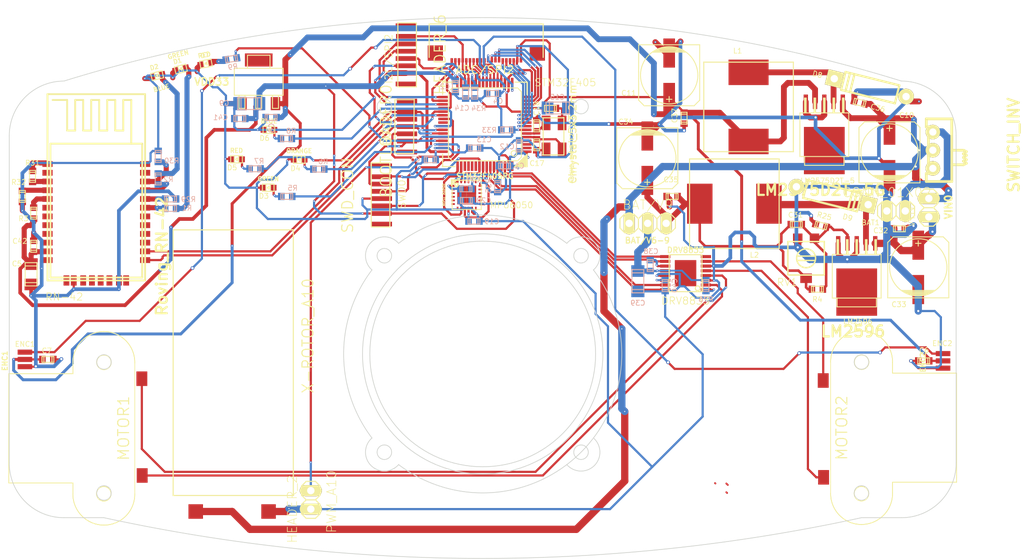
<source format=kicad_pcb>
(kicad_pcb (version 4) (host pcbnew "(2015-02-24 BZR 5451)-product")
  (layers (0 F.Cu signal) (31 B.Cu signal) (34 B.Paste user) (35 F.Paste user) (36 B.SilkS user) (37 F.SilkS user) (38 B.Mask user) (39 F.Mask user) (44 Edge.Cuts user))
  (net 0 "")
  (net 1 "Net-(D1-Pad1)")
  (net 2 "Net-(D2-Pad1)")
  (net 3 "Net-(R1-Pad2)")
  (net 4 "Net-(R2-Pad2)")
  (net 5 "Net-(R3-Pad2)")
  (net 6 ADC0)
  (net 7 ADC1)
  (net 8 ADC2)
  (net 9 ADC3)
  (net 10 ADC4)
  (net 11 ADC5)
  (net 12 ADC6)
  (net 13 ADC7)
  (net 14 ADC8)
  (net 15 ADC9)
  (net 16 ADC10)
  (net 17 ADC11)
  (net 18 ADC12)
  (net 19 ADC13)
  (net 20 "Net-(C13-Pad2)")
  (net 21 "Net-(C14-Pad2)")
  (net 22 "Net-(D3-Pad1)")
  (net 23 "Net-(D4-Pad1)")
  (net 24 "Net-(D5-Pad1)")
  (net 25 "Net-(D6-Pad1)")
  (net 26 "Net-(D7-Pad1)")
  (net 27 LED_LE)
  (net 28 SENS_NFET)
  (net 29 VDD50)
  (net 30 GND)
  (net 31 "Net-(C19-Pad1)")
  (net 32 "Net-(C21-Pad1)")
  (net 33 /SPI3_NSS)
  (net 34 "Net-(D8-Pad2)")
  (net 35 /PWM01)
  (net 36 /PWM02)
  (net 37 /SPI3_MISO)
  (net 38 /SPI3_MOSI)
  (net 39 /V_BATTERY)
  (net 40 /VDD33)
  (net 41 /VDD_B)
  (net 42 "Net-(C31-Pad2)")
  (net 43 "Net-(C32-Pad1)")
  (net 44 "Net-(D9-Pad2)")
  (net 45 /ADC14)
  (net 46 /ADC15)
  (net 47 SPI2_CLK)
  (net 48 SPI2_NSS)
  (net 49 SPI2_MISO)
  (net 50 SPI2_MOSI)
  (net 51 /SPI3_SCK)
  (net 52 /PWM_LED3)
  (net 53 /PWM_LED2)
  (net 54 /PWM_LED1)
  (net 55 /PWM_LED0)
  (net 56 /POWER_LED)
  (net 57 /USART6_TX)
  (net 58 /USART6_RX)
  (net 59 /NRST)
  (net 60 /SWCLK)
  (net 61 /SWDIO)
  (net 62 "Net-(C38-Pad2)")
  (net 63 "Net-(C40-Pad2)")
  (net 64 /PWM03)
  (net 65 /PWM04)
  (net 66 /VDD90)
  (net 67 /DRV3_OUT_A2)
  (net 68 /DRV3_OUT_B2)
  (net 69 "Net-(R29-Pad1)")
  (net 70 "Net-(R30-Pad1)")
  (net 71 "Net-(R31-Pad1)")
  (net 72 "Net-(R32-Pad1)")
  (net 73 /DRV3_OUT_A1)
  (net 74 /DRV3_OUT_B1)
  (net 75 /BOOT1)
  (net 76 /BOOT0)
  (net 77 "Net-(DRV8833-Pad1)")
  (net 78 "Net-(ABMM2-8MHZ-E2-Pad1)")
  (net 79 "Net-(ABMM2-8MHZ-E2-Pad3)")
  (net 80 "Net-(BAT/V6-9-Pad2)")
  (net 81 /TIM3_CH3)
  (module w_smd_lqfp:lqfp64 (layer F.Cu) (at 145.25 74.95 90)
    (fp_text reference STM32F405 (at 5.75 11.05 360) (layer F.SilkS) (effects (font (thickness 0.1))))
    (fp_text value STM32F405RG (at -7.108771 -0.003592 180) (layer F.SilkS) (effects (font (size 0.7493 0.7493) (thickness 0.14986))))
    (pad 4 smd rect (at -2.25044 5.75056 90) (size 0.35052 1.30048) (layers F.Cu F.Paste F.Mask))
    (pad 5 smd rect (at -1.75006 5.75056 90) (size 0.35052 1.30048) (layers F.Cu F.Paste F.Mask) (net 79 "Net-(ABMM2-8MHZ-E2-Pad3)"))
    (pad 6 smd rect (at -1.24968 5.75056 90) (size 0.35052 1.30048) (layers F.Cu F.Paste F.Mask) (net 78 "Net-(ABMM2-8MHZ-E2-Pad1)"))
    (pad 7 smd rect (at -0.7493 5.75056 90) (size 0.35052 1.30048) (layers F.Cu F.Paste F.Mask) (net 59 /NRST))
    (pad 8 smd rect (at -0.24892 5.75056 90) (size 0.35052 1.30048) (layers F.Cu F.Paste F.Mask) (net 16 ADC10))
    (pad 1 smd rect (at -3.74904 5.75056 90) (size 0.35052 1.30048) (layers F.Cu F.Paste F.Mask) (net 40 /VDD33))
    (pad 2 smd rect (at -3.2512 5.75056 90) (size 0.35052 1.30048) (layers F.Cu F.Paste F.Mask))
    (pad 3 smd rect (at -2.75082 5.75056 90) (size 0.35052 1.30048) (layers F.Cu F.Paste F.Mask))
    (pad 17 smd rect (at 5.75056 3.74904 90) (size 1.30048 0.35052) (layers F.Cu F.Paste F.Mask) (net 9 ADC3))
    (pad 18 smd rect (at 5.75056 3.2512 90) (size 1.30048 0.35052) (layers F.Cu F.Paste F.Mask) (net 30 GND))
    (pad 19 smd rect (at 5.75056 2.75082 90) (size 1.30048 0.35052) (layers F.Cu F.Paste F.Mask) (net 40 /VDD33))
    (pad 20 smd rect (at 5.75056 2.25044 90) (size 1.30048 0.35052) (layers F.Cu F.Paste F.Mask) (net 10 ADC4))
    (pad 21 smd rect (at 5.75056 1.75006 90) (size 1.30048 0.35052) (layers F.Cu F.Paste F.Mask) (net 11 ADC5))
    (pad 22 smd rect (at 5.75056 1.24968 90) (size 1.30048 0.35052) (layers F.Cu F.Paste F.Mask) (net 12 ADC6))
    (pad 23 smd rect (at 5.75056 0.7493 90) (size 1.30048 0.35052) (layers F.Cu F.Paste F.Mask) (net 13 ADC7))
    (pad 24 smd rect (at 5.75056 0.24892 90) (size 1.30048 0.35052) (layers F.Cu F.Paste F.Mask) (net 45 /ADC14))
    (pad 33 smd rect (at 3.74904 -5.75056 90) (size 0.35052 1.30048) (layers F.Cu F.Paste F.Mask) (net 48 SPI2_NSS))
    (pad 34 smd rect (at 3.2512 -5.75056 90) (size 0.35052 1.30048) (layers F.Cu F.Paste F.Mask) (net 28 SENS_NFET))
    (pad 35 smd rect (at 2.75082 -5.75056 90) (size 0.35052 1.30048) (layers F.Cu F.Paste F.Mask) (net 49 SPI2_MISO))
    (pad 36 smd rect (at 2.25044 -5.75056 90) (size 0.35052 1.30048) (layers F.Cu F.Paste F.Mask) (net 50 SPI2_MOSI))
    (pad 37 smd rect (at 1.75006 -5.75056 90) (size 0.35052 1.30048) (layers F.Cu F.Paste F.Mask) (net 57 /USART6_TX))
    (pad 38 smd rect (at 1.24968 -5.75056 90) (size 0.35052 1.30048) (layers F.Cu F.Paste F.Mask) (net 58 /USART6_RX))
    (pad 39 smd rect (at 0.7493 -5.75056 90) (size 0.35052 1.30048) (layers F.Cu F.Paste F.Mask) (net 81 /TIM3_CH3))
    (pad 40 smd rect (at 0.24892 -5.75056 90) (size 0.35052 1.30048) (layers F.Cu F.Paste F.Mask))
    (pad 49 smd rect (at -5.75056 -3.74904 90) (size 1.30048 0.35052) (layers F.Cu F.Paste F.Mask) (net 60 /SWCLK))
    (pad 50 smd rect (at -5.75056 -3.2512 90) (size 1.30048 0.35052) (layers F.Cu F.Paste F.Mask) (net 33 /SPI3_NSS))
    (pad 51 smd rect (at -5.75056 -2.75082 90) (size 1.30048 0.35052) (layers F.Cu F.Paste F.Mask))
    (pad 52 smd rect (at -5.75056 -2.25044 90) (size 1.30048 0.35052) (layers F.Cu F.Paste F.Mask))
    (pad 53 smd rect (at -5.75056 -1.75006 90) (size 1.30048 0.35052) (layers F.Cu F.Paste F.Mask))
    (pad 54 smd rect (at -5.75056 -1.24968 90) (size 1.30048 0.35052) (layers F.Cu F.Paste F.Mask))
    (pad 55 smd rect (at -5.75056 -0.7493 90) (size 1.30048 0.35052) (layers F.Cu F.Paste F.Mask) (net 51 /SPI3_SCK))
    (pad 56 smd rect (at -5.75056 -0.24892 90) (size 1.30048 0.35052) (layers F.Cu F.Paste F.Mask) (net 37 /SPI3_MISO))
    (pad 9 smd rect (at 0.24892 5.75056 90) (size 0.35052 1.30048) (layers F.Cu F.Paste F.Mask) (net 17 ADC11))
    (pad 10 smd rect (at 0.7493 5.75056 90) (size 0.35052 1.30048) (layers F.Cu F.Paste F.Mask) (net 18 ADC12))
    (pad 11 smd rect (at 1.24968 5.75056 90) (size 0.35052 1.30048) (layers F.Cu F.Paste F.Mask) (net 19 ADC13))
    (pad 25 smd rect (at 5.75056 -0.24892 90) (size 1.30048 0.35052) (layers F.Cu F.Paste F.Mask) (net 46 /ADC15))
    (pad 26 smd rect (at 5.75056 -0.7493 90) (size 1.30048 0.35052) (layers F.Cu F.Paste F.Mask) (net 14 ADC8))
    (pad 27 smd rect (at 5.75056 -1.24968 90) (size 1.30048 0.35052) (layers F.Cu F.Paste F.Mask) (net 15 ADC9))
    (pad 41 smd rect (at -0.24892 -5.75056 90) (size 0.35052 1.30048) (layers F.Cu F.Paste F.Mask) (net 55 /PWM_LED0))
    (pad 42 smd rect (at -0.7493 -5.75056 90) (size 0.35052 1.30048) (layers F.Cu F.Paste F.Mask) (net 54 /PWM_LED1))
    (pad 43 smd rect (at -1.24968 -5.75056 90) (size 0.35052 1.30048) (layers F.Cu F.Paste F.Mask) (net 53 /PWM_LED2))
    (pad 57 smd rect (at -5.75056 0.24892 90) (size 1.30048 0.35052) (layers F.Cu F.Paste F.Mask) (net 38 /SPI3_MOSI))
    (pad 58 smd rect (at -5.75056 0.7493 90) (size 1.30048 0.35052) (layers F.Cu F.Paste F.Mask) (net 35 /PWM01))
    (pad 59 smd rect (at -5.75056 1.24968 90) (size 1.30048 0.35052) (layers F.Cu F.Paste F.Mask) (net 36 /PWM02))
    (pad 12 smd rect (at 1.75006 5.75056 90) (size 0.35052 1.30048) (layers F.Cu F.Paste F.Mask) (net 30 GND))
    (pad 13 smd rect (at 2.25044 5.75056 90) (size 0.35052 1.30048) (layers F.Cu F.Paste F.Mask) (net 29 VDD50))
    (pad 14 smd rect (at 2.75082 5.75056 90) (size 0.35052 1.30048) (layers F.Cu F.Paste F.Mask) (net 6 ADC0))
    (pad 15 smd rect (at 3.2512 5.75056 90) (size 0.35052 1.30048) (layers F.Cu F.Paste F.Mask) (net 7 ADC1))
    (pad 16 smd rect (at 3.74904 5.75056 90) (size 0.35052 1.30048) (layers F.Cu F.Paste F.Mask) (net 8 ADC2))
    (pad 28 smd rect (at 5.75056 -1.75006 90) (size 1.30048 0.35052) (layers F.Cu F.Paste F.Mask) (net 75 /BOOT1))
    (pad 29 smd rect (at 5.75056 -2.25044 90) (size 1.30048 0.35052) (layers F.Cu F.Paste F.Mask) (net 47 SPI2_CLK))
    (pad 30 smd rect (at 5.75056 -2.75082 90) (size 1.30048 0.35052) (layers F.Cu F.Paste F.Mask) (net 27 LED_LE))
    (pad 31 smd rect (at 5.75056 -3.2512 90) (size 1.30048 0.35052) (layers F.Cu F.Paste F.Mask) (net 21 "Net-(C14-Pad2)"))
    (pad 32 smd rect (at 5.75056 -3.74904 90) (size 1.30048 0.35052) (layers F.Cu F.Paste F.Mask) (net 40 /VDD33))
    (pad 44 smd rect (at -1.75006 -5.75056 90) (size 0.35052 1.30048) (layers F.Cu F.Paste F.Mask) (net 52 /PWM_LED3))
    (pad 45 smd rect (at -2.25044 -5.75056 90) (size 0.35052 1.30048) (layers F.Cu F.Paste F.Mask) (net 56 /POWER_LED))
    (pad 46 smd rect (at -2.75082 -5.75056 90) (size 0.35052 1.30048) (layers F.Cu F.Paste F.Mask) (net 61 /SWDIO))
    (pad 47 smd rect (at -3.2512 -5.75056 90) (size 0.35052 1.30048) (layers F.Cu F.Paste F.Mask) (net 20 "Net-(C13-Pad2)"))
    (pad 48 smd rect (at -3.74904 -5.75056 90) (size 0.35052 1.30048) (layers F.Cu F.Paste F.Mask) (net 40 /VDD33))
    (pad 60 smd rect (at -5.75056 1.75006 90) (size 1.30048 0.35052) (layers F.Cu F.Paste F.Mask) (net 76 /BOOT0))
    (pad 61 smd rect (at -5.75056 2.25044 90) (size 1.30048 0.35052) (layers F.Cu F.Paste F.Mask) (net 64 /PWM03))
    (pad 62 smd rect (at -5.75056 2.75082 90) (size 1.30048 0.35052) (layers F.Cu F.Paste F.Mask) (net 65 /PWM04))
    (pad 63 smd rect (at -5.75056 3.2512 90) (size 1.30048 0.35052) (layers F.Cu F.Paste F.Mask) (net 30 GND))
    (pad 64 smd rect (at -5.75056 3.74904 90) (size 1.30048 0.35052) (layers F.Cu F.Paste F.Mask) (net 40 /VDD33))
  )
  (module w_smd_cap:c_0603 (layer B.Cu) (at 147.95 80.65 180)
    (fp_text reference C1 (at -2.05 0 360) (layer B.SilkS) (effects (font (size 0.7 0.7) (thickness 0.1)) (justify mirror)))
    (fp_text value 100n hide)
    (pad 1 smd rect (at 0.75184 0 180) (size 0.89916 1.00076) (layers B.Cu B.Paste B.Mask) (net 30 GND))
    (pad 2 smd rect (at -0.75184 0 180) (size 0.89916 1.00076) (layers B.Cu B.Paste B.Mask) (net 40 /VDD33))
  )
  (module w_smd_cap:c_0603 (layer B.Cu) (at 141.2 69.75 270)
    (fp_text reference C2 (at 0 1.45 360) (layer B.SilkS) (effects (font (size 0.7 0.7) (thickness 0.1)) (justify mirror)))
    (fp_text value 100n hide)
    (pad 1 smd rect (at 0.75184 0 270) (size 0.89916 1.00076) (layers B.Cu B.Paste B.Mask) (net 30 GND))
    (pad 2 smd rect (at -0.75184 0 270) (size 0.89916 1.00076) (layers B.Cu B.Paste B.Mask) (net 40 /VDD33))
  )
  (module w_smd_cap:c_0603 (layer B.Cu) (at 137.75 79.8 180)
    (fp_text reference C3 (at 2.05 0.1 180) (layer B.SilkS) (effects (font (size 0.7 0.7) (thickness 0.1)) (justify mirror)))
    (fp_text value 100n hide)
    (pad 1 smd rect (at 0.75184 0 180) (size 0.89916 1.00076) (layers B.Cu B.Paste B.Mask) (net 30 GND))
    (pad 2 smd rect (at -0.75184 0 180) (size 0.89916 1.00076) (layers B.Cu B.Paste B.Mask) (net 40 /VDD33))
  )
  (module w_smd_cap:c_0603 (layer B.Cu) (at 146.3 70.7 180)
    (fp_text reference C4 (at -0.75 -1.05 180) (layer B.SilkS) (effects (font (size 0.7 0.7) (thickness 0.1)) (justify mirror)))
    (fp_text value 100n hide)
    (pad 1 smd rect (at 0.75184 0 180) (size 0.89916 1.00076) (layers B.Cu B.Paste B.Mask) (net 30 GND))
    (pad 2 smd rect (at -0.75184 0 180) (size 0.89916 1.00076) (layers B.Cu B.Paste B.Mask) (net 40 /VDD33))
  )
  (module w_smd_cap:c_0603 (layer B.Cu) (at 115.9 74)
    (fp_text reference C8 (at 0.05 1.45 270) (layer B.SilkS) (effects (font (size 0.7 0.7) (thickness 0.1)) (justify mirror)))
    (fp_text value 100uF hide)
    (pad 1 smd rect (at 0.75184 0) (size 0.89916 1.00076) (layers B.Cu B.Paste B.Mask) (net 29 VDD50))
    (pad 2 smd rect (at -0.75184 0) (size 0.89916 1.00076) (layers B.Cu B.Paste B.Mask) (net 30 GND))
  )
  (module w_smd_cap:c_0603 (layer B.Cu) (at 143.85 78.2)
    (fp_text reference C13 (at 1.3 -1.15) (layer B.SilkS) (effects (font (size 0.7 0.7) (thickness 0.1)) (justify mirror)))
    (fp_text value 2.2u hide)
    (pad 1 smd rect (at 0.75184 0) (size 0.89916 1.00076) (layers B.Cu B.Paste B.Mask) (net 30 GND))
    (pad 2 smd rect (at -0.75184 0) (size 0.89916 1.00076) (layers B.Cu B.Paste B.Mask) (net 20 "Net-(C13-Pad2)"))
  )
  (module w_smd_cap:c_0603 (layer B.Cu) (at 142.6 70.65 270)
    (fp_text reference C14 (at 2.05 0.5 360) (layer B.SilkS) (effects (font (size 0.7 0.7) (thickness 0.1)) (justify mirror)))
    (fp_text value 2.2u hide)
    (pad 1 smd rect (at 0.75184 0 270) (size 0.89916 1.00076) (layers B.Cu B.Paste B.Mask) (net 30 GND))
    (pad 2 smd rect (at -0.75184 0 270) (size 0.89916 1.00076) (layers B.Cu B.Paste B.Mask) (net 21 "Net-(C14-Pad2)"))
  )
  (module w_smd_cap:c_0603 (layer F.Cu) (at 152.35 77.75 270)
    (fp_text reference C17 (at 2.55 -0.05 540) (layer F.SilkS) (effects (font (size 0.7 0.7) (thickness 0.1))))
    (fp_text value 15p hide)
    (pad 1 smd rect (at 0.75184 0 270) (size 0.89916 1.00076) (layers F.Cu F.Paste F.Mask) (net 30 GND))
    (pad 2 smd rect (at -0.75184 0 270) (size 0.89916 1.00076) (layers F.Cu F.Paste F.Mask) (net 79 "Net-(ABMM2-8MHZ-E2-Pad3)"))
  )
  (module w_smd_cap:c_0603 (layer F.Cu) (at 152.35 75.15 90)
    (fp_text reference C18 (at 2.4 0 270) (layer F.SilkS) (effects (font (size 0.7 0.7) (thickness 0.1))))
    (fp_text value 15p hide)
    (pad 1 smd rect (at 0.75184 0 90) (size 0.89916 1.00076) (layers F.Cu F.Paste F.Mask) (net 30 GND))
    (pad 2 smd rect (at -0.75184 0 90) (size 0.89916 1.00076) (layers F.Cu F.Paste F.Mask) (net 78 "Net-(ABMM2-8MHZ-E2-Pad1)"))
  )
  (module w_smd_leds:Led_0603 (layer F.Cu) (at 103.5 67.35 194.1)
    (fp_text reference D1 (at 0.168466 1.176486 374.1) (layer F.SilkS) (effects (font (size 0.59944 0.59944) (thickness 0.11938))))
    (fp_text value GREEN (at -0.13208 2.00406 194.1) (layer F.SilkS) (effects (font (size 0.59944 0.59944) (thickness 0.11938))))
    (pad 1 smd rect (at -0.7493 0 194.1) (size 0.79756 0.79756) (layers F.Cu F.Paste F.Mask) (net 1 "Net-(D1-Pad1)"))
    (pad 2 smd rect (at 0.7493 0 194.1) (size 0.79756 0.79756) (layers F.Cu F.Paste F.Mask) (net 30 GND))
  )
  (module w_smd_leds:Led_0603 (layer F.Cu) (at 100.25 68.25 194)
    (fp_text reference D2 (at 0.109908 1.212609 374) (layer F.SilkS) (effects (font (size 0.59944 0.59944) (thickness 0.11938))))
    (fp_text value BLUE (at -0.16764 -1.80086 194) (layer F.SilkS) (effects (font (size 0.59944 0.59944) (thickness 0.11938))))
    (pad 1 smd rect (at -0.7493 0 194) (size 0.79756 0.79756) (layers F.Cu F.Paste F.Mask) (net 2 "Net-(D2-Pad1)"))
    (pad 2 smd rect (at 0.7493 0 194) (size 0.79756 0.79756) (layers F.Cu F.Paste F.Mask) (net 30 GND))
  )
  (module w_smd_leds:Led_0603 (layer F.Cu) (at 115.5 83.65 180)
    (fp_text reference D3 (at 0.6 -1.15 180) (layer F.SilkS) (effects (font (size 0.7 0.7) (thickness 0.1))))
    (fp_text value GREEN (at 0 1.19888 180) (layer F.SilkS) (effects (font (size 0.59944 0.59944) (thickness 0.11938))))
    (pad 1 smd rect (at -0.7493 0 180) (size 0.79756 0.79756) (layers F.Cu F.Paste F.Mask) (net 22 "Net-(D3-Pad1)"))
    (pad 2 smd rect (at 0.7493 0 180) (size 0.79756 0.79756) (layers F.Cu F.Paste F.Mask) (net 30 GND))
  )
  (module w_smd_leds:Led_0603 (layer F.Cu) (at 119.75 79.8 180)
    (fp_text reference D4 (at 0.5 -1.2 180) (layer F.SilkS) (effects (font (size 0.7 0.7) (thickness 0.1))))
    (fp_text value ORANGE (at 0 1.19888 180) (layer F.SilkS) (effects (font (size 0.59944 0.59944) (thickness 0.11938))))
    (pad 1 smd rect (at -0.7493 0 180) (size 0.79756 0.79756) (layers F.Cu F.Paste F.Mask) (net 23 "Net-(D4-Pad1)"))
    (pad 2 smd rect (at 0.7493 0 180) (size 0.79756 0.79756) (layers F.Cu F.Paste F.Mask) (net 30 GND))
  )
  (module w_smd_leds:Led_0603 (layer F.Cu) (at 111.15 79.75 180)
    (fp_text reference D5 (at 0.6 -1.15 180) (layer F.SilkS) (effects (font (size 0.7 0.7) (thickness 0.1))))
    (fp_text value RED (at 0 1.19888 180) (layer F.SilkS) (effects (font (size 0.59944 0.59944) (thickness 0.11938))))
    (pad 1 smd rect (at -0.7493 0 180) (size 0.79756 0.79756) (layers F.Cu F.Paste F.Mask) (net 24 "Net-(D5-Pad1)"))
    (pad 2 smd rect (at 0.7493 0 180) (size 0.79756 0.79756) (layers F.Cu F.Paste F.Mask) (net 30 GND))
  )
  (module w_smd_leds:Led_0603 (layer F.Cu) (at 115.6 75.7 180)
    (fp_text reference D6 (at 0.6 -1.15 180) (layer F.SilkS) (effects (font (size 0.7 0.7) (thickness 0.1))))
    (fp_text value BLUE (at 0 1.19888 180) (layer F.SilkS) (effects (font (size 0.59944 0.59944) (thickness 0.11938))))
    (pad 1 smd rect (at -0.7493 0 180) (size 0.79756 0.79756) (layers F.Cu F.Paste F.Mask) (net 25 "Net-(D6-Pad1)"))
    (pad 2 smd rect (at 0.7493 0 180) (size 0.79756 0.79756) (layers F.Cu F.Paste F.Mask) (net 30 GND))
  )
  (module w_smd_leds:Led_0603 (layer F.Cu) (at 106.95 66.6 190.5)
    (fp_text reference D7 (at -0.062083 1.158078 190.5) (layer F.SilkS) (effects (font (size 0.59944 0.59944) (thickness 0.11938))))
    (fp_text value RED (at 0 1.19888 190.5) (layer F.SilkS) (effects (font (size 0.59944 0.59944) (thickness 0.11938))))
    (pad 1 smd rect (at -0.7493 0 190.5) (size 0.79756 0.79756) (layers F.Cu F.Paste F.Mask) (net 26 "Net-(D7-Pad1)"))
    (pad 2 smd rect (at 0.7493 0 190.5) (size 0.79756 0.79756) (layers F.Cu F.Paste F.Mask) (net 30 GND))
  )
  (module w_smd_resistors:r_0603 (layer B.Cu) (at 102.1 86.5)
    (fp_text reference R1 (at 2.25 -0.05) (layer B.SilkS) (effects (font (size 0.7 0.7) (thickness 0.1)) (justify mirror)))
    (fp_text value 510R hide)
    (pad 1 smd rect (at 0.75184 0) (size 0.89916 1.00076) (layers B.Cu B.Paste B.Mask) (net 1 "Net-(D1-Pad1)"))
    (pad 2 smd rect (at -0.75184 0) (size 0.89916 1.00076) (layers B.Cu B.Paste B.Mask) (net 3 "Net-(R1-Pad2)"))
  )
  (module w_smd_resistors:r_0603 (layer B.Cu) (at 100.4 82.45 90)
    (fp_text reference R2 (at -0.05 1.4 180) (layer B.SilkS) (effects (font (size 0.7 0.7) (thickness 0.1)) (justify mirror)))
    (fp_text value 680R hide)
    (pad 1 smd rect (at 0.75184 0 90) (size 0.89916 1.00076) (layers B.Cu B.Paste B.Mask) (net 2 "Net-(D2-Pad1)"))
    (pad 2 smd rect (at -0.75184 0 90) (size 0.89916 1.00076) (layers B.Cu B.Paste B.Mask) (net 4 "Net-(R2-Pad2)"))
  )
  (module w_smd_resistors:r_0603 (layer F.Cu) (at 83.3 87.15 270)
    (fp_text reference R3 (at 0.75 1.4 360) (layer F.SilkS) (effects (font (size 0.7 0.7) (thickness 0.1))))
    (fp_text value 10k hide)
    (pad 1 smd rect (at 0.75184 0 270) (size 0.89916 1.00076) (layers F.Cu F.Paste F.Mask) (net 40 /VDD33))
    (pad 2 smd rect (at -0.75184 0 270) (size 0.89916 1.00076) (layers F.Cu F.Paste F.Mask) (net 5 "Net-(R3-Pad2)"))
  )
  (module w_smd_resistors:r_0603 (layer B.Cu) (at 118.05 84.85)
    (fp_text reference R5 (at 0.8 -1.15) (layer B.SilkS) (effects (font (size 0.7 0.7) (thickness 0.1)) (justify mirror)))
    (fp_text value 510R hide)
    (pad 1 smd rect (at 0.75184 0) (size 0.89916 1.00076) (layers B.Cu B.Paste B.Mask) (net 52 /PWM_LED3))
    (pad 2 smd rect (at -0.75184 0) (size 0.89916 1.00076) (layers B.Cu B.Paste B.Mask) (net 22 "Net-(D3-Pad1)"))
  )
  (module w_smd_resistors:r_0603 (layer B.Cu) (at 122.45 81.1)
    (fp_text reference R6 (at 0.6 -1.05) (layer B.SilkS) (effects (font (size 0.7 0.7) (thickness 0.1)) (justify mirror)))
    (fp_text value 680R hide)
    (pad 1 smd rect (at 0.75184 0) (size 0.89916 1.00076) (layers B.Cu B.Paste B.Mask) (net 53 /PWM_LED2))
    (pad 2 smd rect (at -0.75184 0) (size 0.89916 1.00076) (layers B.Cu B.Paste B.Mask) (net 23 "Net-(D4-Pad1)"))
  )
  (module w_smd_resistors:r_0603 (layer B.Cu) (at 113.7 81.05)
    (fp_text reference R7 (at 0.55 -1.05) (layer B.SilkS) (effects (font (size 0.7 0.7) (thickness 0.1)) (justify mirror)))
    (fp_text value 680R hide)
    (pad 1 smd rect (at 0.75184 0) (size 0.89916 1.00076) (layers B.Cu B.Paste B.Mask) (net 54 /PWM_LED1))
    (pad 2 smd rect (at -0.75184 0) (size 0.89916 1.00076) (layers B.Cu B.Paste B.Mask) (net 24 "Net-(D5-Pad1)"))
  )
  (module w_smd_resistors:r_0603 (layer B.Cu) (at 118 76.9)
    (fp_text reference R8 (at 0.65 -1.05) (layer B.SilkS) (effects (font (size 0.7 0.7) (thickness 0.1)) (justify mirror)))
    (fp_text value 680R hide)
    (pad 1 smd rect (at 0.75184 0) (size 0.89916 1.00076) (layers B.Cu B.Paste B.Mask) (net 55 /PWM_LED0))
    (pad 2 smd rect (at -0.75184 0) (size 0.89916 1.00076) (layers B.Cu B.Paste B.Mask) (net 25 "Net-(D6-Pad1)"))
  )
  (module w_smd_resistors:r_0603 (layer B.Cu) (at 110.45 65.95 9)
    (fp_text reference R9 (at 0.02546 1.117744 9) (layer B.SilkS) (effects (font (size 0.7 0.7) (thickness 0.1)) (justify mirror)))
    (fp_text value 680R hide)
    (pad 1 smd rect (at 0.75184 0 9) (size 0.89916 1.00076) (layers B.Cu B.Paste B.Mask) (net 56 /POWER_LED))
    (pad 2 smd rect (at -0.75184 0 9) (size 0.89916 1.00076) (layers B.Cu B.Paste B.Mask) (net 26 "Net-(D7-Pad1)"))
  )
  (module w_rf_modules:roving_rn-42 (layer F.Cu) (at 91.9 83.6)
    (fp_text reference RN-42 (at -4.4 15.05) (layer F.SilkS) (effects (font (thickness 0.1))))
    (fp_text value Roving_RN-42 (at 8.99668 9.47166 90) (layer F.SilkS) (effects (font (size 1.5 1.5) (thickness 0.3))))
    (pad 1 smd rect (at -6.7 -3.2) (size 1.4 0.8) (layers F.Cu F.Paste F.Mask) (net 30 GND))
    (pad 2 smd rect (at -6.7 -2) (size 1.4 0.8) (layers F.Cu F.Paste F.Mask))
    (pad 3 smd rect (at -6.7 -0.8) (size 1.4 0.8) (layers F.Cu F.Paste F.Mask) (net 71 "Net-(R31-Pad1)"))
    (pad 4 smd rect (at -6.7 0.4) (size 1.4 0.8) (layers F.Cu F.Paste F.Mask) (net 72 "Net-(R32-Pad1)"))
    (pad 5 smd rect (at -6.7 1.6) (size 1.4 0.8) (layers F.Cu F.Paste F.Mask) (net 5 "Net-(R3-Pad2)"))
    (pad 6 smd rect (at -6.7 2.8) (size 1.4 0.8) (layers F.Cu F.Paste F.Mask))
    (pad 7 smd rect (at -6.7 4) (size 1.4 0.8) (layers F.Cu F.Paste F.Mask))
    (pad 8 smd rect (at -6.7 5.2) (size 1.4 0.8) (layers F.Cu F.Paste F.Mask))
    (pad 9 smd rect (at -6.7 6.4) (size 1.4 0.8) (layers F.Cu F.Paste F.Mask))
    (pad 10 smd rect (at -6.7 7.6) (size 1.4 0.8) (layers F.Cu F.Paste F.Mask))
    (pad 11 smd rect (at -6.7 8.8) (size 1.4 0.8) (layers F.Cu F.Paste F.Mask) (net 40 /VDD33))
    (pad 12 smd rect (at -6.7 10) (size 1.4 0.8) (layers F.Cu F.Paste F.Mask) (net 30 GND))
    (pad 13 smd rect (at 6.7 10) (size 1.4 0.8) (layers F.Cu F.Paste F.Mask) (net 57 /USART6_TX))
    (pad 14 smd rect (at 6.7 8.8) (size 1.4 0.8) (layers F.Cu F.Paste F.Mask) (net 58 /USART6_RX))
    (pad 15 smd rect (at 6.7 7.6) (size 1.4 0.8) (layers F.Cu F.Paste F.Mask))
    (pad 16 smd rect (at 6.7 6.4) (size 1.4 0.8) (layers F.Cu F.Paste F.Mask))
    (pad 17 smd rect (at 6.7 5.2) (size 1.4 0.8) (layers F.Cu F.Paste F.Mask))
    (pad 18 smd rect (at 6.7 4) (size 1.4 0.8) (layers F.Cu F.Paste F.Mask))
    (pad 19 smd rect (at 6.7 2.8) (size 1.4 0.8) (layers F.Cu F.Paste F.Mask) (net 3 "Net-(R1-Pad2)"))
    (pad 20 smd rect (at 6.7 1.6) (size 1.4 0.8) (layers F.Cu F.Paste F.Mask) (net 69 "Net-(R29-Pad1)"))
    (pad 21 smd rect (at 6.7 0.4) (size 1.4 0.8) (layers F.Cu F.Paste F.Mask) (net 4 "Net-(R2-Pad2)"))
    (pad 22 smd rect (at 6.7 -0.8) (size 1.4 0.8) (layers F.Cu F.Paste F.Mask) (net 70 "Net-(R30-Pad1)"))
    (pad 23 smd rect (at 6.7 -2) (size 1.4 0.8) (layers F.Cu F.Paste F.Mask))
    (pad 24 smd rect (at 6.7 -3.2) (size 1.4 0.8) (layers F.Cu F.Paste F.Mask))
    (pad 30 smd rect (at 4.1 12.8) (size 0.8 1.4) (layers F.Cu F.Paste F.Mask))
    (pad 28 smd rect (at 3.1 12.8) (size 0.8 1.4) (layers F.Cu F.Paste F.Mask) (net 30 GND))
    (pad 31 smd rect (at 1.8 12.8) (size 0.8 1.4) (layers F.Cu F.Paste F.Mask))
    (pad 32 smd rect (at 0.6 12.8) (size 0.8 1.4) (layers F.Cu F.Paste F.Mask))
    (pad 33 smd rect (at -0.6 12.8) (size 0.8 1.4) (layers F.Cu F.Paste F.Mask))
    (pad 34 smd rect (at -1.8 12.8) (size 0.8 1.4) (layers F.Cu F.Paste F.Mask))
    (pad 29 smd rect (at -3.1 12.8) (size 0.8 1.4) (layers F.Cu F.Paste F.Mask) (net 30 GND))
    (pad 35 smd rect (at -4.1 12.8) (size 0.8 1.4) (layers F.Cu F.Paste F.Mask))
  )
  (module w_smd_cap:c_0603 (layer F.Cu) (at 154.25 72.75)
    (fp_text reference C16 (at 2.95 1.95 270) (layer F.SilkS) (effects (font (size 0.7 0.7) (thickness 0.1))))
    (fp_text value 100n hide)
    (pad 1 smd rect (at 0.75184 0) (size 0.89916 1.00076) (layers F.Cu F.Paste F.Mask) (net 30 GND))
    (pad 2 smd rect (at -0.75184 0) (size 0.89916 1.00076) (layers F.Cu F.Paste F.Mask) (net 29 VDD50))
  )
  (module w_smd_cap:c_0603 (layer B.Cu) (at 143.75 88.25 180)
    (fp_text reference C19 (at -2.45 -0.05 360) (layer B.SilkS) (effects (font (size 0.7 0.7) (thickness 0.1)) (justify mirror)))
    (fp_text value 0.1uF hide)
    (pad 1 smd rect (at 0.75184 0 180) (size 0.89916 1.00076) (layers B.Cu B.Paste B.Mask) (net 31 "Net-(C19-Pad1)"))
    (pad 2 smd rect (at -0.75184 0 180) (size 0.89916 1.00076) (layers B.Cu B.Paste B.Mask) (net 30 GND))
  )
  (module w_smd_cap:c_0603 (layer B.Cu) (at 142.65 83.8)
    (fp_text reference C21 (at 0.95 -1.25) (layer B.SilkS) (effects (font (size 0.7 0.7) (thickness 0.1)) (justify mirror)))
    (fp_text value 2.2nF hide)
    (pad 1 smd rect (at 0.75184 0) (size 0.89916 1.00076) (layers B.Cu B.Paste B.Mask) (net 32 "Net-(C21-Pad1)"))
    (pad 2 smd rect (at -0.75184 0) (size 0.89916 1.00076) (layers B.Cu B.Paste B.Mask) (net 30 GND))
  )
  (module w_switch:switch_mmp122-r (layer F.Cu) (at 206.75 78.5 90)
    (fp_text reference SWITCH0 hide)
    (fp_text value SWITCH_INV (at 0.7 11.1 90) (layer F.SilkS) (effects (font (thickness 0.3048))))
    (pad 1 thru_hole circle (at -2.49936 0 90) (size 1.99898 1.99898) (drill 0.99822) (layers *.Cu *.Mask F.SilkS))
    (pad 2 thru_hole circle (at 0 0 90) (size 1.99898 1.99898) (drill 0.99822) (layers *.Cu *.Mask F.SilkS) (net 41 /VDD_B))
    (pad 3 thru_hole circle (at 2.49936 0 90) (size 1.99898 1.99898) (drill 0.99822) (layers *.Cu *.Mask F.SilkS) (net 39 /V_BATTERY))
  )
  (module w_smd_cap:c_0603 (layer F.Cu) (at 205.5 107.45)
    (fp_text reference C6 (at 0.05 -1.45 180) (layer F.SilkS) (effects (font (size 0.7 0.7) (thickness 0.1))))
    (fp_text value 100n hide)
    (pad 1 smd rect (at 0.75184 0) (size 0.89916 1.00076) (layers F.Cu F.Paste F.Mask) (net 29 VDD50))
    (pad 2 smd rect (at -0.75184 0) (size 0.89916 1.00076) (layers F.Cu F.Paste F.Mask) (net 30 GND))
  )
  (module w_smd_cap:c_0603 (layer F.Cu) (at 85.25 107.25)
    (fp_text reference C7 (at -0.15 -1.2 180) (layer F.SilkS) (effects (font (size 0.7 0.7) (thickness 0.1))))
    (fp_text value 100n hide)
    (pad 1 smd rect (at 0.75184 0) (size 0.89916 1.00076) (layers F.Cu F.Paste F.Mask) (net 30 GND))
    (pad 2 smd rect (at -0.75184 0) (size 0.89916 1.00076) (layers F.Cu F.Paste F.Mask) (net 29 VDD50))
  )
  (module w_smd_cap:c_0603 (layer B.Cu) (at 142.7 85.4)
    (fp_text reference C20 (at 2.4 0 180) (layer B.SilkS) (effects (font (size 0.7 0.7) (thickness 0.1)) (justify mirror)))
    (fp_text value 0.1uF hide)
    (pad 1 smd rect (at 0.75184 0) (size 0.89916 1.00076) (layers B.Cu B.Paste B.Mask) (net 40 /VDD33))
    (pad 2 smd rect (at -0.75184 0) (size 0.89916 1.00076) (layers B.Cu B.Paste B.Mask) (net 30 GND))
  )
  (module w_smd_cap:c_0603 (layer F.Cu) (at 188 88.7 180)
    (fp_text reference C31 (at 0.1 1.3 180) (layer F.SilkS) (effects (font (size 0.7 0.7) (thickness 0.1))))
    (fp_text value 4.7nF hide)
    (pad 1 smd rect (at 0.75184 0 180) (size 0.89916 1.00076) (layers F.Cu F.Paste F.Mask) (net 66 /VDD90))
    (pad 2 smd rect (at -0.75184 0 180) (size 0.89916 1.00076) (layers F.Cu F.Paste F.Mask) (net 42 "Net-(C31-Pad2)"))
  )
  (module w_smd_cap:c_0603 (layer F.Cu) (at 202.15 89.3 180)
    (fp_text reference C32 (at 2.55 -0.25 360) (layer F.SilkS) (effects (font (size 0.7 0.7) (thickness 0.1))))
    (fp_text value 100nF hide)
    (pad 1 smd rect (at 0.75184 0 180) (size 0.89916 1.00076) (layers F.Cu F.Paste F.Mask) (net 43 "Net-(C32-Pad1)"))
    (pad 2 smd rect (at -0.75184 0 180) (size 0.89916 1.00076) (layers F.Cu F.Paste F.Mask) (net 30 GND))
  )
  (module w_smd_resistors:r_0603 (layer F.Cu) (at 191.4 88.85 346)
    (fp_text reference R25 (at 0.122135 -1.370249 346) (layer F.SilkS) (effects (font (size 0.7 0.7) (thickness 0.1))))
    (fp_text value 1k hide)
    (pad 1 smd rect (at 0.75184 0 346) (size 0.89916 1.00076) (layers F.Cu F.Paste F.Mask) (net 42 "Net-(C31-Pad2)"))
    (pad 2 smd rect (at -0.75184 0 346) (size 0.89916 1.00076) (layers F.Cu F.Paste F.Mask) (net 30 GND))
  )
  (module w_smd_cap:c_0603 (layer F.Cu) (at 170.95 84.85 180)
    (fp_text reference C35 (at 0.15 2.3 360) (layer F.SilkS) (effects (font (size 0.7 0.7) (thickness 0.1))))
    (fp_text value 100nF hide)
    (pad 1 smd rect (at 0.75184 0 180) (size 0.89916 1.00076) (layers F.Cu F.Paste F.Mask) (net 30 GND))
    (pad 2 smd rect (at -0.75184 0 180) (size 0.89916 1.00076) (layers F.Cu F.Paste F.Mask) (net 66 /VDD90))
  )
  (module w_smd_cap:c_0603 (layer F.Cu) (at 196.7 71.95 346)
    (fp_text reference C36 (at 2.607181 0.122917 346) (layer F.SilkS) (effects (font (size 0.7 0.7) (thickness 0.1))))
    (fp_text value 100n hide)
    (pad 1 smd rect (at 0.75184 0 346) (size 0.89916 1.00076) (layers F.Cu F.Paste F.Mask) (net 41 /VDD_B))
    (pad 2 smd rect (at -0.75184 0 346) (size 0.89916 1.00076) (layers F.Cu F.Paste F.Mask) (net 30 GND))
  )
  (module w_smd_cap:c_0603 (layer F.Cu) (at 172.6 74.1 90)
    (fp_text reference C37 (at 0.35 -1.3 270) (layer F.SilkS) (effects (font (size 0.7 0.7) (thickness 0.1))))
    (fp_text value 100n hide)
    (pad 1 smd rect (at 0.75184 0 90) (size 0.89916 1.00076) (layers F.Cu F.Paste F.Mask) (net 29 VDD50))
    (pad 2 smd rect (at -0.75184 0 90) (size 0.89916 1.00076) (layers F.Cu F.Paste F.Mask) (net 30 GND))
  )
  (module w_smd_cap:c_0603 (layer B.Cu) (at 167.95 94.35 270)
    (fp_text reference C38 (at -1.95 -0.1 360) (layer B.SilkS) (effects (font (size 0.7 0.7) (thickness 0.1)) (justify mirror)))
    (fp_text value 10nF hide)
    (pad 1 smd rect (at 0.75184 0 270) (size 0.89916 1.00076) (layers B.Cu B.Paste B.Mask) (net 80 "Net-(BAT/V6-9-Pad2)"))
    (pad 2 smd rect (at -0.75184 0 270) (size 0.89916 1.00076) (layers B.Cu B.Paste B.Mask) (net 62 "Net-(C38-Pad2)"))
  )
  (module w_smd_cap:c_0603 (layer B.Cu) (at 170 97.1 270)
    (fp_text reference C40 (at 0 -1.3 270) (layer B.SilkS) (effects (font (size 0.7 0.7) (thickness 0.1)) (justify mirror)))
    (fp_text value 2.2uF hide)
    (pad 1 smd rect (at 0.75184 0 270) (size 0.89916 1.00076) (layers B.Cu B.Paste B.Mask) (net 30 GND))
    (pad 2 smd rect (at -0.75184 0 270) (size 0.89916 1.00076) (layers B.Cu B.Paste B.Mask) (net 63 "Net-(C40-Pad2)"))
  )
  (module w_smd_cap:c_0603 (layer B.Cu) (at 111.6 74.15)
    (fp_text reference C41 (at -2.65 -0.15) (layer B.SilkS) (effects (font (size 0.7 0.7) (thickness 0.1)) (justify mirror)))
    (fp_text value 100nF hide)
    (pad 1 smd rect (at 0.75184 0) (size 0.89916 1.00076) (layers B.Cu B.Paste B.Mask) (net 40 /VDD33))
    (pad 2 smd rect (at -0.75184 0) (size 0.89916 1.00076) (layers B.Cu B.Paste B.Mask) (net 30 GND))
  )
  (module freaquency:coilcraft_12.3x12.3mm (layer F.Cu) (at 184.25 85.85 270)
    (fp_text reference L2 (at 7.05 2 360) (layer F.SilkS) (effects (font (size 0.7 0.7) (thickness 0.1))))
    (fp_text value 68uH)
    (pad 1 smd rect (at 0 0 270) (size 5.5 3.5) (layers F.Cu F.Paste F.Mask) (net 44 "Net-(D9-Pad2)"))
    (pad 2 smd rect (at 0 9.5 270) (size 5.5 3.5) (layers F.Cu F.Paste F.Mask) (net 66 /VDD90))
  )
  (module w_smd_resistors:r_0603 (layer B.Cu) (at 102.1 85.2 180)
    (fp_text reference R29 (at -2.45 -0.05 180) (layer B.SilkS) (effects (font (size 0.7 0.7) (thickness 0.1)) (justify mirror)))
    (fp_text value 10k hide)
    (pad 1 smd rect (at 0.75184 0 180) (size 0.89916 1.00076) (layers B.Cu B.Paste B.Mask) (net 69 "Net-(R29-Pad1)"))
    (pad 2 smd rect (at -0.75184 0 180) (size 0.89916 1.00076) (layers B.Cu B.Paste B.Mask) (net 30 GND))
  )
  (module w_smd_resistors:r_0603 (layer B.Cu) (at 100.4 79.35 270)
    (fp_text reference R30 (at 0.6 -1.85 360) (layer B.SilkS) (effects (font (size 0.7 0.7) (thickness 0.1)) (justify mirror)))
    (fp_text value 10k hide)
    (pad 1 smd rect (at 0.75184 0 270) (size 0.89916 1.00076) (layers B.Cu B.Paste B.Mask) (net 70 "Net-(R30-Pad1)"))
    (pad 2 smd rect (at -0.75184 0 270) (size 0.89916 1.00076) (layers B.Cu B.Paste B.Mask) (net 30 GND))
  )
  (module w_smd_resistors:r_0603 (layer F.Cu) (at 83.15 82.1 270)
    (fp_text reference R31 (at -1.85 0 540) (layer F.SilkS) (effects (font (size 0.7 0.7) (thickness 0.1))))
    (fp_text value 10k hide)
    (pad 1 smd rect (at 0.75184 0 270) (size 0.89916 1.00076) (layers F.Cu F.Paste F.Mask) (net 71 "Net-(R31-Pad1)"))
    (pad 2 smd rect (at -0.75184 0 270) (size 0.89916 1.00076) (layers F.Cu F.Paste F.Mask) (net 30 GND))
  )
  (module w_smd_resistors:r_0603 (layer F.Cu) (at 81.75 84.85 90)
    (fp_text reference R32 (at 1.95 -0.5 360) (layer F.SilkS) (effects (font (size 0.7 0.7) (thickness 0.1))))
    (fp_text value 10k hide)
    (pad 1 smd rect (at 0.75184 0 90) (size 0.89916 1.00076) (layers F.Cu F.Paste F.Mask) (net 72 "Net-(R32-Pad1)"))
    (pad 2 smd rect (at -0.75184 0 90) (size 0.89916 1.00076) (layers F.Cu F.Paste F.Mask) (net 30 GND))
  )
  (module w_smd_resistors:trim_bi_23b (layer F.Cu) (at 189.35 93.35)
    (fp_text reference RV1 (at -2.6 3.3) (layer F.SilkS) (effects (font (thickness 0.1))))
    (fp_text value "10k POT" hide)
    (pad 3 smd rect (at -1.15 -2.75) (size 1.3 1.3) (layers F.Cu F.Paste F.Mask) (net 30 GND))
    (pad 2 smd rect (at 0 2.75) (size 1.6 1.3) (layers F.Cu F.Paste F.Mask) (net 66 /VDD90))
    (pad 1 smd rect (at 1.15 -2.75) (size 1.3 1.3) (layers F.Cu F.Paste F.Mask) (net 42 "Net-(C31-Pad2)"))
  )
  (module w_smd_resistors:r_0603 (layer B.Cu) (at 175.6 97.1 90)
    (fp_text reference R26 (at -1.9 0 180) (layer B.SilkS) (effects (font (size 0.7 0.7) (thickness 0.1)) (justify mirror)))
    (fp_text value 3.3k hide)
    (pad 1 smd rect (at 0.75184 0 90) (size 0.89916 1.00076) (layers B.Cu B.Paste B.Mask) (net 80 "Net-(BAT/V6-9-Pad2)"))
    (pad 2 smd rect (at -0.75184 0 90) (size 0.89916 1.00076) (layers B.Cu B.Paste B.Mask) (net 77 "Net-(DRV8833-Pad1)"))
  )
  (module w_smd_resistors:r_0603 (layer B.Cu) (at 148.25 75.7 180)
    (fp_text reference R33 (at 2.4 -0.05 180) (layer B.SilkS) (effects (font (size 0.7 0.7) (thickness 0.1)) (justify mirror)))
    (fp_text value 3.3k hide)
    (pad 1 smd rect (at 0.75184 0 180) (size 0.89916 1.00076) (layers B.Cu B.Paste B.Mask) (net 40 /VDD33))
    (pad 2 smd rect (at -0.75184 0 180) (size 0.89916 1.00076) (layers B.Cu B.Paste B.Mask) (net 59 /NRST))
  )
  (module w_smd_resistors:r_0603 (layer B.Cu) (at 143.85 70.65 90)
    (fp_text reference R34 (at -2.1 0.55 180) (layer B.SilkS) (effects (font (size 0.7 0.7) (thickness 0.1)) (justify mirror)))
    (fp_text value 10k hide)
    (pad 1 smd rect (at 0.75184 0 90) (size 0.89916 1.00076) (layers B.Cu B.Paste B.Mask) (net 75 /BOOT1))
    (pad 2 smd rect (at -0.75184 0 90) (size 0.89916 1.00076) (layers B.Cu B.Paste B.Mask) (net 30 GND))
  )
  (module w_smd_resistors:r_0603 (layer B.Cu) (at 147 83.5 90)
    (fp_text reference R35 (at 0.1 -1.25 90) (layer B.SilkS) (effects (font (size 0.7 0.7) (thickness 0.1)) (justify mirror)))
    (fp_text value 10k hide)
    (pad 1 smd rect (at 0.75184 0 90) (size 0.89916 1.00076) (layers B.Cu B.Paste B.Mask) (net 76 /BOOT0))
    (pad 2 smd rect (at -0.75184 0 90) (size 0.89916 1.00076) (layers B.Cu B.Paste B.Mask) (net 30 GND))
  )
  (module freaquency:Pololu_Motor_Bracket (layer F.Cu) (at 88.75 116.8 90)
    (fp_text reference J13 hide)
    (fp_text value MOTOR1 (at 0.1 6.9 90) (layer F.SilkS) (effects (font (size 1.5 1.5))))
    (pad 1 smd rect (at -6.4 9.45 90) (size 2 1.5) (layers F.Cu F.Paste F.Mask) (net 73 /DRV3_OUT_A1))
    (pad 2 smd rect (at 6.9 9.4 90) (size 2 1.5) (layers F.Cu F.Paste F.Mask) (net 67 /DRV3_OUT_A2))
  )
  (module freaquency:Pololu_Motor_Bracket (layer F.Cu) (at 201.15 116.55 270)
    (fp_text reference J14 hide)
    (fp_text value MOTOR2 (at 0.1 6.9 270) (layer F.SilkS) (effects (font (size 1.5 1.5))))
    (pad 1 smd rect (at -6.4 9.45 270) (size 2 1.5) (layers F.Cu F.Paste F.Mask) (net 68 /DRV3_OUT_B2))
    (pad 2 smd rect (at 6.9 9.4 270) (size 2 1.5) (layers F.Cu F.Paste F.Mask) (net 74 /DRV3_OUT_B1))
  )
  (module w_smd_cap:c_elec_8x6.5 (layer F.Cu) (at 204.75 94.6 90)
    (fp_text reference C33 (at -5.1 -2.65 180) (layer F.SilkS) (effects (font (size 0.7 0.7) (thickness 0.1))))
    (fp_text value 470uF hide)
    (pad 1 smd rect (at 3.05054 0 90) (size 4.0005 1.6002) (layers F.Cu F.Paste F.Mask) (net 43 "Net-(C32-Pad1)"))
    (pad 2 smd rect (at -3.05054 0 90) (size 4.0005 1.6002) (layers F.Cu F.Paste F.Mask) (net 30 GND))
  )
  (module w_smd_cap:c_elec_8x6.5 (layer F.Cu) (at 167.55 79.6 270)
    (fp_text reference C34 (at -5 2.95 360) (layer F.SilkS) (effects (font (size 0.7 0.7) (thickness 0.1))))
    (fp_text value 220uF hide)
    (pad 1 smd rect (at 3.05054 0 270) (size 4.0005 1.6002) (layers F.Cu F.Paste F.Mask) (net 66 /VDD90))
    (pad 2 smd rect (at -3.05054 0 270) (size 4.0005 1.6002) (layers F.Cu F.Paste F.Mask) (net 30 GND))
  )
  (module w_smd_qfn:qfn-24 (layer F.Cu) (at 142.75 84.65 270)
    (fp_text reference MPU6050 (at 1.4 -6.15 360) (layer F.SilkS) (effects (font (size 0.85 0.85) (thickness 0.1))))
    (fp_text value MPU_6050 (at 0 3.0988 270) (layer F.SilkS) (effects (font (size 0.39878 0.39878) (thickness 0.07874))))
    (pad 1 smd rect (at -1.25 1.86 270) (size 0.23 0.48) (layers F.Cu F.Paste F.Mask) (net 30 GND))
    (pad 2 smd rect (at -0.75 1.86 270) (size 0.23 0.48) (layers F.Cu F.Paste F.Mask))
    (pad 3 smd rect (at -0.25 1.86 270) (size 0.23 0.48) (layers F.Cu F.Paste F.Mask))
    (pad 4 smd rect (at 0.25 1.86 270) (size 0.23 0.48) (layers F.Cu F.Paste F.Mask))
    (pad 6 smd rect (at 1.25 1.86 270) (size 0.23 0.48) (layers F.Cu F.Paste F.Mask))
    (pad 7 smd rect (at 1.86 1.25 270) (size 0.48 0.23) (layers F.Cu F.Paste F.Mask))
    (pad 8 smd rect (at 1.86 0.75 270) (size 0.48 0.23) (layers F.Cu F.Paste F.Mask) (net 33 /SPI3_NSS))
    (pad 9 smd rect (at 1.86 0.25 270) (size 0.48 0.23) (layers F.Cu F.Paste F.Mask) (net 37 /SPI3_MISO))
    (pad 10 smd rect (at 1.86 -0.25 270) (size 0.48 0.23) (layers F.Cu F.Paste F.Mask) (net 31 "Net-(C19-Pad1)"))
    (pad 25 smd rect (at 0.65 0.65 270) (size 1.3 1.3) (layers F.Cu F.Paste F.Mask))
    (pad 25 smd rect (at -0.65 0.65 270) (size 1.3 1.3) (layers F.Cu F.Paste F.Mask))
    (pad 25 smd rect (at -0.65 -0.65 270) (size 1.3 1.3) (layers F.Cu F.Paste F.Mask))
    (pad 25 smd rect (at 0.65 -0.65 270) (size 1.3 1.3) (layers F.Cu F.Paste F.Mask))
    (pad 11 smd rect (at 1.86 -0.75 270) (size 0.48 0.23) (layers F.Cu F.Paste F.Mask) (net 30 GND))
    (pad 12 smd rect (at 1.86 -1.25 270) (size 0.48 0.23) (layers F.Cu F.Paste F.Mask))
    (pad 13 smd rect (at 1.25 -1.86 270) (size 0.23 0.48) (layers F.Cu F.Paste F.Mask) (net 40 /VDD33))
    (pad 14 smd rect (at 0.75 -1.86 270) (size 0.23 0.48) (layers F.Cu F.Paste F.Mask))
    (pad 15 smd rect (at 0.25 -1.86 270) (size 0.23 0.48) (layers F.Cu F.Paste F.Mask))
    (pad 16 smd rect (at -0.25 -1.86 270) (size 0.23 0.48) (layers F.Cu F.Paste F.Mask))
    (pad 17 smd rect (at -0.75 -1.86 270) (size 0.23 0.48) (layers F.Cu F.Paste F.Mask))
    (pad 18 smd rect (at -1.25 -1.86 270) (size 0.23 0.48) (layers F.Cu F.Paste F.Mask) (net 30 GND))
    (pad 19 smd rect (at -1.86 -1.25 270) (size 0.48 0.23) (layers F.Cu F.Paste F.Mask))
    (pad 20 smd rect (at -1.86 -0.75 270) (size 0.48 0.23) (layers F.Cu F.Paste F.Mask) (net 32 "Net-(C21-Pad1)"))
    (pad 5 smd rect (at 0.75 1.86 270) (size 0.23 0.48) (layers F.Cu F.Paste F.Mask))
    (pad 21 smd rect (at -1.86 -0.25 270) (size 0.48 0.23) (layers F.Cu F.Paste F.Mask))
    (pad 22 smd rect (at -1.86 0.25 270) (size 0.48 0.23) (layers F.Cu F.Paste F.Mask))
    (pad 23 smd rect (at -1.86 0.75 270) (size 0.48 0.23) (layers F.Cu F.Paste F.Mask) (net 51 /SPI3_SCK))
    (pad 24 smd rect (at -1.86 1.25 270) (size 0.48 0.23) (layers F.Cu F.Paste F.Mask) (net 38 /SPI3_MOSI))
  )
  (module crf_1:SSOP17_W (layer F.Cu) (at 172.8 95.4 90)
    (fp_text reference DRV8833 (at -3.8 0 180) (layer F.SilkS) (effects (font (thickness 0.1))))
    (fp_text value DRV8833 (at 3.175 0 180) (layer F.SilkS) (effects (font (size 0.762 0.762) (thickness 0.127))))
    (pad 1 smd rect (at -2.2606 2.794 90) (size 0.4318 1.39954) (layers F.Cu F.Paste F.Mask) (net 77 "Net-(DRV8833-Pad1)"))
    (pad 2 smd rect (at -1.6256 2.794 90) (size 0.4318 1.39954) (layers F.Cu F.Paste F.Mask) (net 73 /DRV3_OUT_A1))
    (pad 3 smd rect (at -0.9652 2.794 90) (size 0.4318 1.39954) (layers F.Cu F.Paste F.Mask) (net 30 GND))
    (pad 4 smd rect (at -0.3302 2.794 90) (size 0.4318 1.39954) (layers F.Cu F.Paste F.Mask) (net 67 /DRV3_OUT_A2))
    (pad 5 smd rect (at 0.3302 2.794 90) (size 0.4318 1.39954) (layers F.Cu F.Paste F.Mask) (net 74 /DRV3_OUT_B1))
    (pad 6 smd rect (at 0.9779 2.794 90) (size 0.4318 1.39954) (layers F.Cu F.Paste F.Mask) (net 30 GND))
    (pad 7 smd rect (at 1.6256 2.794 90) (size 0.4318 1.39954) (layers F.Cu F.Paste F.Mask) (net 68 /DRV3_OUT_B2))
    (pad 8 smd rect (at 2.2733 2.794 90) (size 0.4318 1.39954) (layers F.Cu F.Paste F.Mask))
    (pad 9 smd rect (at 2.2733 -2.794 90) (size 0.4318 1.39954) (layers F.Cu F.Paste F.Mask) (net 65 /PWM04))
    (pad 10 smd rect (at 1.6256 -2.794 90) (size 0.4318 1.39954) (layers F.Cu F.Paste F.Mask) (net 64 /PWM03))
    (pad 11 smd rect (at 0.9779 -2.794 90) (size 0.4318 1.39954) (layers F.Cu F.Paste F.Mask) (net 62 "Net-(C38-Pad2)"))
    (pad 12 smd rect (at 0.3302 -2.794 90) (size 0.4318 1.39954) (layers F.Cu F.Paste F.Mask) (net 80 "Net-(BAT/V6-9-Pad2)"))
    (pad 13 smd rect (at -0.3302 -2.794 90) (size 0.4318 1.39954) (layers F.Cu F.Paste F.Mask) (net 30 GND))
    (pad 14 smd rect (at -0.9779 -2.794 90) (size 0.4318 1.39954) (layers F.Cu F.Paste F.Mask) (net 63 "Net-(C40-Pad2)"))
    (pad 15 smd rect (at -1.6256 -2.794 90) (size 0.4318 1.39954) (layers F.Cu F.Paste F.Mask) (net 36 /PWM02))
    (pad 16 smd rect (at -2.2733 -2.794 90) (size 0.4318 1.39954) (layers F.Cu F.Paste F.Mask) (net 35 /PWM01))
    (pad 17 smd rect (at 0 0 90) (size 3.59918 2.94894) (layers F.Cu F.Paste F.Mask))
  )
  (module freaquency:MicroJST_5p (layer F.Cu) (at 134.55 77.25 90)
    (fp_text reference BOOT0 (at 1.85 -2.75 90) (layer F.SilkS) (effects (font (thickness 0.1))))
    (fp_text value BOOTLOADER0 (at 0 -2.85 90) (layer F.SilkS) (effects (font (size 1.5 1.5))))
    (pad 1 smd rect (at 0 0 90) (size 0.65 2.8) (layers F.Cu F.Paste F.Mask) (net 59 /NRST))
    (pad 2 smd rect (at 1 0 90) (size 0.65 2.8) (layers F.Cu F.Paste F.Mask) (net 76 /BOOT0))
    (pad 3 smd rect (at 2 0 90) (size 0.65 2.8) (layers F.Cu F.Paste F.Mask) (net 53 /PWM_LED2))
    (pad 4 smd rect (at 3 0 90) (size 0.65 2.8) (layers F.Cu F.Paste F.Mask) (net 30 GND))
    (pad 5 smd rect (at 4 0 90) (size 0.65 2.8) (layers F.Cu F.Paste F.Mask) (net 54 /PWM_LED1))
    (pad 6 smd rect (at 5.5 0 90) (size 0.65 2.8) (layers F.Cu F.Paste F.Mask))
    (pad 7 smd rect (at -1.5 0 90) (size 0.65 2.8) (layers F.Cu F.Paste F.Mask))
  )
  (module w_smd_cap:c_1206 (layer B.Cu) (at 166.25 96.5 270)
    (fp_text reference C39 (at 3 0 360) (layer B.SilkS) (effects (font (size 0.7 0.7) (thickness 0.11)) (justify mirror)))
    (fp_text value 10uF hide)
    (pad 1 smd rect (at 1.397 0 270) (size 1.6002 1.8034) (layers B.Cu B.Paste B.Mask) (net 30 GND))
    (pad 2 smd rect (at -1.397 0 270) (size 1.6002 1.8034) (layers B.Cu B.Paste B.Mask) (net 80 "Net-(BAT/V6-9-Pad2)"))
  )
  (module w_smd_cap:c_1206 (layer F.Cu) (at 82.95 95.55 90)
    (fp_text reference C5 (at 1.45 -1.95 180) (layer F.SilkS) (effects (font (size 0.7 0.7) (thickness 0.1))))
    (fp_text value 10u hide)
    (pad 1 smd rect (at 1.397 0 90) (size 1.6002 1.8034) (layers F.Cu F.Paste F.Mask) (net 40 /VDD33))
    (pad 2 smd rect (at -1.397 0 90) (size 1.6002 1.8034) (layers F.Cu F.Paste F.Mask) (net 30 GND))
  )
  (module w_smd_cap:c_1206 (layer B.Cu) (at 112.9 72.1)
    (fp_text reference C9 (at -3.45 -0.05) (layer B.SilkS) (effects (font (size 0.7 0.7) (thickness 0.1)) (justify mirror)))
    (fp_text value 10uF hide)
    (pad 1 smd rect (at 1.397 0) (size 1.6002 1.8034) (layers B.Cu B.Paste B.Mask) (net 40 /VDD33))
    (pad 2 smd rect (at -1.397 0) (size 1.6002 1.8034) (layers B.Cu B.Paste B.Mask) (net 30 GND))
  )
  (module w_smd_cap:c_elec_8x6.5 (layer F.Cu) (at 200.8 78.8 90)
    (fp_text reference C10 (at 5.1 2.35 180) (layer F.SilkS) (effects (font (size 0.7 0.7) (thickness 0.1))))
    (fp_text value 220uF hide)
    (pad 1 smd rect (at 3.05054 0 90) (size 4.0005 1.6002) (layers F.Cu F.Paste F.Mask) (net 41 /VDD_B))
    (pad 2 smd rect (at -3.05054 0 90) (size 4.0005 1.6002) (layers F.Cu F.Paste F.Mask) (net 30 GND))
  )
  (module w_smd_cap:c_elec_8x6.5 (layer F.Cu) (at 170.55 68.2 270)
    (fp_text reference C11 (at 2.45 5.55 360) (layer F.SilkS) (effects (font (size 0.7 0.7) (thickness 0.1))))
    (fp_text value 330uF hide)
    (pad 1 smd rect (at 3.05054 0 270) (size 4.0005 1.6002) (layers F.Cu F.Paste F.Mask) (net 29 VDD50))
    (pad 2 smd rect (at -3.05054 0 270) (size 4.0005 1.6002) (layers F.Cu F.Paste F.Mask) (net 30 GND))
  )
  (module w_smd_cap:c_1206 (layer B.Cu) (at 155.25 72.7)
    (fp_text reference C15 (at -0.05 -1.5) (layer B.SilkS) (effects (font (size 0.7 0.7) (thickness 0.1)) (justify mirror)))
    (fp_text value 10uF hide)
    (pad 1 smd rect (at 1.397 0) (size 1.6002 1.8034) (layers B.Cu B.Paste B.Mask) (net 30 GND))
    (pad 2 smd rect (at -1.397 0) (size 1.6002 1.8034) (layers B.Cu B.Paste B.Mask) (net 29 VDD50))
  )
  (module freaquency:coilcraft_12.3x12.3mm (layer F.Cu) (at 181.45 67.8)
    (fp_text reference L1 (at -1.5 -2.95) (layer F.SilkS) (effects (font (size 0.7 0.7) (thickness 0.1))))
    (fp_text value 330uH)
    (pad 1 smd rect (at 0 0) (size 5.5 3.5) (layers F.Cu F.Paste F.Mask) (net 34 "Net-(D8-Pad2)"))
    (pad 2 smd rect (at 0 9.5) (size 5.5 3.5) (layers F.Cu F.Paste F.Mask) (net 29 VDD50))
  )
  (module freaquency:JST_Micro6Pin (layer F.Cu) (at 131.15 84.65 90)
    (fp_text reference SWD0 (at 0.1 2.7 90) (layer F.SilkS) (effects (font (thickness 0.1))))
    (fp_text value SWD_CON (at -0.05 -4.75 90) (layer F.SilkS) (effects (font (size 1.5 1.5))))
    (pad 1 smd rect (at -2.55 -0.1 90) (size 0.65 2.8) (layers F.Cu F.Paste F.Mask) (net 40 /VDD33))
    (pad 2 smd rect (at -1.5 -0.05 90) (size 0.65 2.8) (layers F.Cu F.Paste F.Mask) (net 60 /SWCLK))
    (pad 3 smd rect (at -0.5 -0.05 90) (size 0.65 2.8) (layers F.Cu F.Paste F.Mask) (net 30 GND))
    (pad 4 smd rect (at 0.5 -0.05 90) (size 0.65 2.8) (layers F.Cu F.Paste F.Mask) (net 61 /SWDIO))
    (pad 5 smd rect (at 1.5 -0.05 90) (size 0.65 2.8) (layers F.Cu F.Paste F.Mask) (net 59 /NRST))
    (pad 6 smd rect (at 2.5 -0.05 90) (size 0.65 2.8) (layers F.Cu F.Paste F.Mask) (net 51 /SPI3_SCK))
    (pad 7 smd rect (at 4 -0.05 90) (size 0.65 2.8) (layers F.Cu F.Paste F.Mask))
    (pad 8 smd rect (at -4 -0.05 90) (size 0.65 2.8) (layers F.Cu F.Paste F.Mask))
  )
  (module w_smd_cap:c_0603 (layer F.Cu) (at 83.3 91.7 90)
    (fp_text reference C42 (at 0.7 -1.9 360) (layer F.SilkS) (effects (font (size 0.7 0.7) (thickness 0.1))))
    (fp_text value 100n hide)
    (pad 1 smd rect (at 0.75184 0 90) (size 0.89916 1.00076) (layers F.Cu F.Paste F.Mask) (net 30 GND))
    (pad 2 smd rect (at -0.75184 0 90) (size 0.89916 1.00076) (layers F.Cu F.Paste F.Mask) (net 40 /VDD33))
  )
  (module crf_1:DIODE_1 (layer F.Cu) (at 198.15 69.9 166)
    (fp_text reference D8 (at 7.470103 -0.007401 166) (layer F.SilkS) (effects (font (size 0.7 0.7) (thickness 0.1))))
    (fp_text value SCHOTTKY hide)
    (pad 1 thru_hole circle (at -5.08 0 166) (size 2.159 2.159) (drill 1.016) (layers *.Cu *.Mask F.SilkS) (net 30 GND))
    (pad 2 thru_hole rect (at 5.08 0 166) (size 2.159 2.159) (drill 1.016) (layers *.Cu *.Mask F.SilkS) (net 34 "Net-(D8-Pad2)"))
  )
  (module crf_1:DIODE_1 (layer F.Cu) (at 192.95 84.75 346)
    (fp_text reference D9 (at 2.763387 2.402851 346) (layer F.SilkS) (effects (font (size 0.7 0.7) (thickness 0.1))))
    (fp_text value SCHOTTKY hide)
    (pad 1 thru_hole circle (at -5.08 0 346) (size 2.159 2.159) (drill 1.016) (layers *.Cu *.Mask F.SilkS) (net 30 GND))
    (pad 2 thru_hole rect (at 5.08 0 346) (size 2.159 2.159) (drill 1.016) (layers *.Cu *.Mask F.SilkS) (net 44 "Net-(D9-Pad2)"))
  )
  (module freaquency:JST_Micro6Pin (layer F.Cu) (at 134.35 65.4 270)
    (fp_text reference I2C/SPI2 (at 0.55 2.3 270) (layer F.SilkS) (effects (font (thickness 0.1))))
    (fp_text value HEADER_6 (at -0.05 -4.75 270) (layer F.SilkS) (effects (font (size 1.5 1.5))))
    (pad 1 smd rect (at -2.55 -0.1 270) (size 0.65 2.8) (layers F.Cu F.Paste F.Mask) (net 47 SPI2_CLK))
    (pad 2 smd rect (at -1.5 -0.05 270) (size 0.65 2.8) (layers F.Cu F.Paste F.Mask) (net 48 SPI2_NSS))
    (pad 3 smd rect (at -0.5 -0.05 270) (size 0.65 2.8) (layers F.Cu F.Paste F.Mask) (net 49 SPI2_MISO))
    (pad 4 smd rect (at 0.5 -0.05 270) (size 0.65 2.8) (layers F.Cu F.Paste F.Mask) (net 50 SPI2_MOSI))
    (pad 5 smd rect (at 1.5 -0.05 270) (size 0.65 2.8) (layers F.Cu F.Paste F.Mask) (net 30 GND))
    (pad 6 smd rect (at 2.5 -0.05 270) (size 0.65 2.8) (layers F.Cu F.Paste F.Mask) (net 40 /VDD33))
    (pad 7 smd rect (at 4 -0.05 270) (size 0.65 2.8) (layers F.Cu F.Paste F.Mask))
    (pad 8 smd rect (at -4 -0.05 270) (size 0.65 2.8) (layers F.Cu F.Paste F.Mask))
  )
  (module crf_1:pinhead-1X02 (layer F.Cu) (at 206.2 86.4 270)
    (fp_text reference VIN0 (at -0.1 -2.7 270) (layer F.SilkS) (effects (font (thickness 0.22))))
    (fp_text value VIN (at 1.27 2.54 270) (layer F.SilkS) (effects (font (size 1.27 1.27) (thickness 0.0889))))
    (pad 1 thru_hole oval (at -1.27 0 270) (size 1.524 3.048) (drill 1.016) (layers *.Cu *.Mask F.SilkS) (net 41 /VDD_B))
    (pad 2 thru_hole oval (at 1.27 0 270) (size 1.524 3.048) (drill 1.016) (layers *.Cu *.Mask F.SilkS) (net 43 "Net-(C32-Pad1)"))
  )
  (module freaquency:smd_jst_FLZ_20pin (layer F.Cu) (at 140.7 66.15)
    (fp_text reference ADC/SPI2 (at 4.55 1.3) (layer F.SilkS) (effects (font (size 1.1 1.1))))
    (fp_text value STRIP_CON)
    (pad 1 smd rect (at 0 0 90) (size 0.6 0.35) (layers F.Cu F.Paste F.Mask) (net 50 SPI2_MOSI))
    (pad 2 smd rect (at 0.5 0 90) (size 0.6 0.35) (layers F.Cu F.Paste F.Mask) (net 28 SENS_NFET))
    (pad 3 smd rect (at 1 0 90) (size 0.6 0.35) (layers F.Cu F.Paste F.Mask) (net 27 LED_LE))
    (pad 4 smd rect (at 1.5 0 90) (size 0.6 0.35) (layers F.Cu F.Paste F.Mask) (net 47 SPI2_CLK))
    (pad 5 smd rect (at 2 0 90) (size 0.6 0.35) (layers F.Cu F.Paste F.Mask) (net 15 ADC9))
    (pad 6 smd rect (at 2.5 0 90) (size 0.6 0.35) (layers F.Cu F.Paste F.Mask) (net 14 ADC8))
    (pad 7 smd rect (at 3 0 90) (size 0.6 0.35) (layers F.Cu F.Paste F.Mask) (net 13 ADC7))
    (pad 8 smd rect (at 3.5 0 90) (size 0.6 0.35) (layers F.Cu F.Paste F.Mask) (net 12 ADC6))
    (pad 9 smd rect (at 4 0 90) (size 0.6 0.35) (layers F.Cu F.Paste F.Mask) (net 11 ADC5))
    (pad 10 smd rect (at 4.5 0 90) (size 0.6 0.35) (layers F.Cu F.Paste F.Mask) (net 10 ADC4))
    (pad 11 smd rect (at 5 0 90) (size 0.6 0.35) (layers F.Cu F.Paste F.Mask) (net 9 ADC3))
    (pad 12 smd rect (at 5.5 0 90) (size 0.6 0.35) (layers F.Cu F.Paste F.Mask) (net 8 ADC2))
    (pad 13 smd rect (at 6 0 90) (size 0.6 0.35) (layers F.Cu F.Paste F.Mask) (net 7 ADC1))
    (pad 14 smd rect (at 6.5 0 90) (size 0.6 0.35) (layers F.Cu F.Paste F.Mask) (net 6 ADC0))
    (pad 15 smd rect (at 7 0 90) (size 0.6 0.35) (layers F.Cu F.Paste F.Mask) (net 19 ADC13))
    (pad 16 smd rect (at 7.5 0 90) (size 0.6 0.35) (layers F.Cu F.Paste F.Mask) (net 18 ADC12))
    (pad 17 smd rect (at 8 0 90) (size 0.6 0.35) (layers F.Cu F.Paste F.Mask) (net 17 ADC11))
    (pad 18 smd rect (at 8.5 0 90) (size 0.6 0.35) (layers F.Cu F.Paste F.Mask) (net 16 ADC10))
    (pad 19 smd rect (at 9 0 90) (size 0.6 0.35) (layers F.Cu F.Paste F.Mask) (net 30 GND))
    (pad 20 smd rect (at 9.5 0 90) (size 0.6 0.35) (layers F.Cu F.Paste F.Mask) (net 29 VDD50))
    (pad 21 smd rect (at -2.25 -1 90) (size 2.1 2.1) (layers F.Cu F.Paste F.Mask))
    (pad 22 smd rect (at 11.75 -1 90) (size 2.1 2.1) (layers F.Cu F.Paste F.Mask))
  )
  (module w_smd_resistors:r_0603 (layer F.Cu) (at 190.9 97.6 180)
    (fp_text reference R4 (at 0 -1.4 180) (layer F.SilkS) (effects (font (size 0.7 0.7) (thickness 0.1))))
    (fp_text value 6.33k hide)
    (pad 1 smd rect (at 0.75184 0 180) (size 0.89916 1.00076) (layers F.Cu F.Paste F.Mask) (net 66 /VDD90))
    (pad 2 smd rect (at -0.75184 0 180) (size 0.89916 1.00076) (layers F.Cu F.Paste F.Mask) (net 42 "Net-(C31-Pad2)"))
  )
  (module freaquency:smd_encoder_3pin_1mm (layer F.Cu) (at 82.15 107.25 90)
    (fp_text reference ENC1 (at 2.1 -0.05 180) (layer F.SilkS) (effects (font (size 0.7 0.7) (thickness 0.1))))
    (fp_text value ENC1 (at -0.2 -2.8 90) (layer F.SilkS) (effects (font (size 0.7 0.7))))
    (pad 1 smd rect (at -1 -0.05 90) (size 0.7 2) (layers F.Cu F.Paste F.Mask) (net 30 GND))
    (pad 2 smd rect (at 0 -0.05 90) (size 0.7 2) (layers F.Cu F.Paste F.Mask) (net 29 VDD50))
    (pad 3 smd rect (at 1 -0.05 90) (size 0.7 2) (layers F.Cu F.Paste F.Mask) (net 46 /ADC15))
  )
  (module freaquency:smd_encoder_3pin_1mm (layer F.Cu) (at 208.2 107.45 90)
    (fp_text reference ENC2 (at 2.4 -0.15 180) (layer F.SilkS) (effects (font (size 0.7 0.7) (thickness 0.1))))
    (fp_text value ENC2 (at -0.2 -2.8 90) (layer F.SilkS) (effects (font (size 0.7 0.7))))
    (pad 1 smd rect (at -1 -0.05 90) (size 0.7 2) (layers F.Cu F.Paste F.Mask) (net 30 GND))
    (pad 2 smd rect (at 0 -0.05 90) (size 0.7 2) (layers F.Cu F.Paste F.Mask) (net 29 VDD50))
    (pad 3 smd rect (at 1 -0.05 90) (size 0.7 2) (layers F.Cu F.Paste F.Mask) (net 45 /ADC14))
  )
  (module freaquency:Chrystal (layer F.Cu) (at 154.75 76.6 270)
    (fp_text reference ABMM2-8MHZ-E2 (at 3 -2.45 450) (layer F.SilkS) (effects (font (size 0.5 0.5) (thickness 0.1))))
    (fp_text value Chrystal_5x3.2mm (at -0.3 -2.55 270) (layer F.SilkS))
    (pad 1 smd rect (at -1.85 1.1 270) (size 2 1.2) (layers F.Cu F.Paste F.Mask) (net 78 "Net-(ABMM2-8MHZ-E2-Pad1)"))
    (pad 2 smd rect (at 1.85 1.1 270) (size 2 1.2) (layers F.Cu F.Paste F.Mask) (net 30 GND))
    (pad 3 smd rect (at 1.85 -1.1 270) (size 2 1.2) (layers F.Cu F.Paste F.Mask) (net 79 "Net-(ABMM2-8MHZ-E2-Pad3)"))
    (pad 4 smd rect (at -1.85 -1.1 270) (size 2 1.2) (layers F.Cu F.Paste F.Mask) (net 30 GND))
  )
  (module w_smd_trans:sot223 (layer F.Cu) (at 114.2 69.1)
    (fp_text reference VDD33 (at -6.45 0 180) (layer F.SilkS) (effects (font (size 1.00076 1.00076) (thickness 0.20066))))
    (fp_text value LM1117-SOT hide)
    (pad 1 smd rect (at -2.30124 2.99974) (size 1.30048 1.80086) (layers F.Cu F.Paste F.Mask) (net 30 GND))
    (pad 2 smd rect (at 0 2.99974) (size 1.30048 1.80086) (layers F.Cu F.Paste F.Mask) (net 40 /VDD33))
    (pad 3 smd rect (at 2.30124 2.99974) (size 1.30048 1.80086) (layers F.Cu F.Paste F.Mask) (net 29 VDD50))
    (pad 4 smd rect (at 0 -2.99974) (size 3.79984 1.80086) (layers F.Cu F.Paste F.Mask))
  )
  (module crf_1:pinhead-1X03 (layer F.Cu) (at 167.6 88.55 180)
    (fp_text reference BAT/V6-9 (at 0.05 -2.35 180) (layer F.SilkS) (effects (font (size 0.8 0.8))))
    (fp_text value BAT/V9 (at 0 2.54 180) (layer F.SilkS) (effects (font (size 1.27 1.27) (thickness 0.0889))))
    (pad 1 thru_hole oval (at -2.54 0 180) (size 1.524 3.048) (drill 1.016) (layers *.Cu *.Mask F.SilkS) (net 66 /VDD90))
    (pad 2 thru_hole oval (at 0 0 180) (size 1.524 3.048) (drill 1.016) (layers *.Cu *.Mask F.SilkS) (net 80 "Net-(BAT/V6-9-Pad2)"))
    (pad 3 thru_hole oval (at 2.54 0 180) (size 1.524 3.048) (drill 1.016) (layers *.Cu *.Mask F.SilkS) (net 41 /VDD_B))
  )
  (module crf_1:pinhead-1X02 (layer F.Cu) (at 201.7 86.85 180)
    (fp_text reference BAT1 (at 3.5 -1.6 180) (layer F.SilkS) (effects (font (size 0.7 0.7) (thickness 0.1))))
    (fp_text value CONN_01X02 (at 1.27 2.54 180) (layer F.SilkS) (effects (font (size 1.27 1.27) (thickness 0.0889))))
    (pad 1 thru_hole oval (at -1.27 0 180) (size 1.524 3.048) (drill 1.016) (layers *.Cu *.Mask F.SilkS) (net 39 /V_BATTERY))
    (pad 2 thru_hole oval (at 1.27 0 180) (size 1.524 3.048) (drill 1.016) (layers *.Cu *.Mask F.SilkS) (net 30 GND))
  )
  (module freaquency:d-pak-5 (layer F.Cu) (at 191.85 74.95 180)
    (fp_text reference LM2575D2T-5 (at -0.45 -7.75 360) (layer F.SilkS) (effects (font (size 0.7 0.7) (thickness 0.1))))
    (fp_text value LM2575D2T-5G (at 0.49928 -8.99878 180) (layer F.SilkS) (effects (font (thickness 0.3048))))
    (pad 1 smd rect (at -2.54 3.0988 180) (size 0.5969 1.99898) (layers F.Cu F.Paste F.Mask) (net 41 /VDD_B))
    (pad 5 smd rect (at 2.54 3.0988 180) (size 0.5969 1.99898) (layers F.Cu F.Paste F.Mask) (net 30 GND))
    (pad 6 smd rect (at 0 -3.59918 180) (size 5.59816 6.49986) (layers F.Cu F.Paste F.Mask))
    (pad 2 smd rect (at -1.27 3.0988 180) (size 0.5969 1.99898) (layers F.Cu F.Paste F.Mask) (net 34 "Net-(D8-Pad2)"))
    (pad 3 smd rect (at 0 3.0988 180) (size 0.5969 1.99898) (layers F.Cu F.Paste F.Mask) (net 30 GND))
    (pad 4 smd rect (at 1.27 3.0988 180) (size 0.5969 1.99898) (layers F.Cu F.Paste F.Mask) (net 29 VDD50))
  )
  (module freaquency:d-pak-5 (layer F.Cu) (at 196.3 94.4 180)
    (fp_text reference LM2596 (at -0.15 -7.65 180) (layer F.SilkS) (effects (font (size 0.7 0.7) (thickness 0.1))))
    (fp_text value LM2596 (at 0.49928 -8.99878 180) (layer F.SilkS) (effects (font (thickness 0.3048))))
    (pad 1 smd rect (at -2.54 3.0988 180) (size 0.5969 1.99898) (layers F.Cu F.Paste F.Mask) (net 43 "Net-(C32-Pad1)"))
    (pad 5 smd rect (at 2.54 3.0988 180) (size 0.5969 1.99898) (layers F.Cu F.Paste F.Mask) (net 30 GND))
    (pad 6 smd rect (at 0 -3.59918 180) (size 5.59816 6.49986) (layers F.Cu F.Paste F.Mask))
    (pad 2 smd rect (at -1.27 3.0988 180) (size 0.5969 1.99898) (layers F.Cu F.Paste F.Mask) (net 44 "Net-(D9-Pad2)"))
    (pad 3 smd rect (at 0 3.0988 180) (size 0.5969 1.99898) (layers F.Cu F.Paste F.Mask) (net 30 GND))
    (pad 4 smd rect (at 1.27 3.0988 180) (size 0.5969 1.99898) (layers F.Cu F.Paste F.Mask) (net 42 "Net-(C31-Pad2)"))
  )
  (module w_smd_cap:c_0603 (layer B.Cu) (at 150 77.9 270)
    (fp_text reference C12 (at 0.1 1.7 360) (layer B.SilkS) (effects (font (size 0.7 0.7) (thickness 0.1)) (justify mirror)))
    (fp_text value 100n hide)
    (pad 1 smd rect (at 0.75184 0 270) (size 0.89916 1.00076) (layers B.Cu B.Paste B.Mask) (net 40 /VDD33))
    (pad 2 smd rect (at -0.75184 0 270) (size 0.89916 1.00076) (layers B.Cu B.Paste B.Mask) (net 30 GND))
  )
  (module freaquency:X-Rotor_10A (layer F.Cu) (at 110.55 107.15)
    (fp_text reference X-ROTOR_A10 (at 10.4 -3.15 270) (layer F.SilkS) (effects (font (size 1.5 1.5))))
    (fp_text value HEADER_2)
    (pad 1 smd rect (at -5 21) (size 2 2) (layers F.Cu F.Paste F.Mask) (net 41 /VDD_B))
    (pad 2 smd rect (at 5 21) (size 2 2) (layers F.Cu F.Paste F.Mask) (net 30 GND))
  )
  (module crf_1:pinhead-1X02 (layer F.Cu) (at 121.35 126.55 270)
    (fp_text reference PWM_A10 (at 0.25 -2.85 270) (layer F.SilkS) (effects (font (size 1.27 1.27) (thickness 0.0889))))
    (fp_text value HEADER_2 (at 1.27 2.54 270) (layer F.SilkS) (effects (font (size 1.27 1.27) (thickness 0.0889))))
    (pad 1 thru_hole oval (at -1.27 0 270) (size 1.524 3.048) (drill 1.016) (layers *.Cu *.Mask F.SilkS) (net 81 /TIM3_CH3))
    (pad 2 thru_hole oval (at 1.27 0 270) (size 1.524 3.048) (drill 1.016) (layers *.Cu *.Mask F.SilkS) (net 30 GND))
  )
  (gr_line (start 92.95 129) (end 87.45 129) (layer Edge.Cuts) (width 0.1))
  (gr_line (start 196.95 129) (end 202.45 129) (layer Edge.Cuts) (width 0.1))
  (gr_line (start 79.95 76.5) (end 79.95 121.5) (layer Edge.Cuts) (width 0.1))
  (gr_line (start 209.95 76.5) (end 209.95 121.5) (layer Edge.Cuts) (width 0.1))
  (gr_arc (start 144.95 106.5) (end 156.497084 91.295894) (angle -74.4312644) (layer Edge.Cuts) (width 0.1))
  (gr_arc (start 131.45 93) (end 133.402916 91.295894) (angle -187.7843678) (layer Edge.Cuts) (width 0.1))
  (gr_arc (start 144.95 106.5) (end 133.402916 121.704106) (angle -164.4312644) (layer Edge.Cuts) (width 0.1))
  (gr_arc (start 158.45 93) (end 160.154106 94.952916) (angle -187.7843678) (layer Edge.Cuts) (width 0.1))
  (gr_arc (start 158.45 120) (end 156.497084 121.704106) (angle -187.7843678) (layer Edge.Cuts) (width 0.1))
  (gr_arc (start 131.45 120) (end 129.745894 118.047084) (angle -187.7843678) (layer Edge.Cuts) (width 0.1))
  (gr_arc (start 144.95 106.5) (end 129.745894 94.952916) (angle -74.4312644) (layer Edge.Cuts) (width 0.1))
  (gr_circle (center 144.95 106.5) (end 160.45 106.5) (layer Edge.Cuts) (width 0.1))
  (gr_arc (start 144.95 -109.826887) (end 92.95 129) (angle -24.56670675) (layer Edge.Cuts) (width 0.1))
  (gr_arc (start 144.95 254.282892) (end 202.45 69) (angle -34.48202345) (layer Edge.Cuts) (width 0.1))
  (gr_circle (center 196.95 125.6) (end 197.95 125.6) (layer Edge.Cuts) (width 0.1))
  (gr_circle (center 196.95 107.6) (end 197.95 107.6) (layer Edge.Cuts) (width 0.1))
  (gr_circle (center 158.45 72.5) (end 159.45 72.5) (layer Edge.Cuts) (width 0.1))
  (gr_circle (center 131.45 72.5) (end 132.45 72.5) (layer Edge.Cuts) (width 0.1))
  (gr_circle (center 92.95 107.6) (end 93.95 107.6) (layer Edge.Cuts) (width 0.1))
  (gr_circle (center 92.95 125.6) (end 93.95 125.6) (layer Edge.Cuts) (width 0.1))
  (gr_circle (center 131.45 120) (end 132.45 120) (layer Edge.Cuts) (width 0.1))
  (gr_circle (center 158.45 120) (end 159.45 120) (layer Edge.Cuts) (width 0.1))
  (gr_circle (center 158.45 93) (end 159.45 93) (layer Edge.Cuts) (width 0.1))
  (gr_circle (center 131.45 93) (end 132.45 93) (layer Edge.Cuts) (width 0.1))
  (gr_circle (center 144.95 106.5) (end 161.45 106.5) (layer Edge.Cuts) (width 0.1))
  (gr_arc (start 202.45 121.5) (end 202.45 129) (angle -90) (layer Edge.Cuts) (width 0.1))
  (gr_arc (start 202.45 76.5) (end 209.95 76.5) (angle -90) (layer Edge.Cuts) (width 0.1))
  (gr_arc (start 87.45 121.5) (end 79.95 121.5) (angle -90) (layer Edge.Cuts) (width 0.1))
  (gr_arc (start 87.45 76.5) (end 87.45 69) (angle -90) (layer Edge.Cuts) (width 0.1))
  (segment (start 178.40184 125.5) (end 178.50184 125.6) (width 0.254) (layer F.Cu) (net 0))
  (segment (start 178.40184 124.3) (end 178.60184 124.5) (width 0.254) (layer F.Cu) (net 0))
  (segment (start 176.84632 124.24816) (end 176.89816 124.3) (width 0.254) (layer F.Cu) (net 0))
  (segment (start 102.85184 86.5) (end 103.8 86.5) (width 0.7) (layer B.Cu) (net 1))
  (segment (start 104.6 67.540734) (end 104.226725 67.167459) (width 0.7) (layer F.Cu) (net 1))
  (segment (start 104.6 68.4) (end 104.6 67.540734) (width 0.7) (layer F.Cu) (net 1))
  (via (at 104.6 68.4) (size 0.3) (drill 0.15) (layers F.Cu B.Cu) (net 1))
  (segment (start 104.35 68.65) (end 104.6 68.4) (width 0.7) (layer B.Cu) (net 1))
  (segment (start 104.35 85.95) (end 104.35 68.65) (width 0.7) (layer B.Cu) (net 1))
  (segment (start 103.8 86.5) (end 104.35 85.95) (width 0.7) (layer B.Cu) (net 1))
  (segment (start 100.4 81.69816) (end 100.40184 81.7) (width 0.7) (layer B.Cu) (net 2))
  (segment (start 100.40184 81.7) (end 102.35 81.7) (width 0.7) (layer B.Cu) (net 2))
  (segment (start 102.35 81.7) (end 103 81.05) (width 0.7) (layer B.Cu) (net 2))
  (segment (start 103 81.05) (end 103 70.75) (width 0.7) (layer B.Cu) (net 2))
  (segment (start 103 70.75) (end 101.4 69.15) (width 0.7) (layer B.Cu) (net 2))
  (via (at 101.4 69.15) (size 0.3) (drill 0.15) (layers F.Cu B.Cu) (net 2))
  (segment (start 101.4 69.15) (end 100.977043 68.727043) (width 0.7) (layer F.Cu) (net 2))
  (segment (start 100.977043 68.727043) (end 100.977043 68.068728) (width 0.7) (layer F.Cu) (net 2))
  (segment (start 98.6 86.4) (end 100.25 86.4) (width 0.7) (layer F.Cu) (net 3))
  (segment (start 100.35 86.5) (end 101.34816 86.5) (width 0.7) (layer B.Cu) (net 3))
  (segment (start 100.25 86.4) (end 100.35 86.5) (width 0.7) (layer B.Cu) (net 3))
  (via (at 100.25 86.4) (size 0.3) (drill 0.15) (layers F.Cu B.Cu) (net 3))
  (segment (start 98.6 84) (end 100.65 84) (width 0.7) (layer F.Cu) (net 4))
  (segment (start 101.44816 83.20184) (end 100.4 83.20184) (width 0.7) (layer B.Cu) (net 4))
  (segment (start 101.55 83.1) (end 101.44816 83.20184) (width 0.7) (layer B.Cu) (net 4))
  (via (at 101.55 83.1) (size 0.3) (drill 0.15) (layers F.Cu B.Cu) (net 4))
  (segment (start 100.65 84) (end 101.55 83.1) (width 0.7) (layer F.Cu) (net 4))
  (segment (start 83.3 86.39816) (end 83.3 85.65) (width 0.7) (layer F.Cu) (net 5))
  (segment (start 83.75 85.2) (end 85.2 85.2) (width 0.7) (layer F.Cu) (net 5))
  (segment (start 83.3 85.65) (end 83.75 85.2) (width 0.7) (layer F.Cu) (net 5))
  (segment (start 151.00056 72.19918) (end 152.05082 72.19918) (width 0.3) (layer F.Cu) (net 6))
  (segment (start 147.2 64.699996) (end 147.2 66.15) (width 0.3) (layer F.Cu) (net 6))
  (via (at 147.2 64.699996) (size 0.3) (drill 0.15) (layers F.Cu B.Cu) (net 6))
  (segment (start 150.699996 64.699996) (end 147.2 64.699996) (width 0.3) (layer B.Cu) (net 6))
  (segment (start 152.95 66.95) (end 150.699996 64.699996) (width 0.3) (layer B.Cu) (net 6))
  (via (at 152.95 66.95) (size 0.3) (drill 0.15) (layers F.Cu B.Cu) (net 6))
  (segment (start 152.950004 66.950004) (end 152.95 66.95) (width 0.3) (layer F.Cu) (net 6))
  (segment (start 152.950004 71.299996) (end 152.950004 66.950004) (width 0.3) (layer F.Cu) (net 6))
  (segment (start 152.05082 72.19918) (end 152.950004 71.299996) (width 0.3) (layer F.Cu) (net 6))
  (segment (start 151.00056 71.6988) (end 151.966888 71.6988) (width 0.3) (layer F.Cu) (net 7))
  (segment (start 146.7 65.099998) (end 146.7 66.15) (width 0.3) (layer F.Cu) (net 7))
  (via (at 146.7 65.099998) (size 0.3) (drill 0.15) (layers F.Cu B.Cu) (net 7))
  (segment (start 150.349998 65.099998) (end 146.7 65.099998) (width 0.3) (layer B.Cu) (net 7))
  (segment (start 152.2 66.95) (end 150.349998 65.099998) (width 0.3) (layer B.Cu) (net 7))
  (via (at 152.2 66.95) (size 0.3) (drill 0.15) (layers F.Cu B.Cu) (net 7))
  (segment (start 152.550002 67.300002) (end 152.2 66.95) (width 0.3) (layer F.Cu) (net 7))
  (segment (start 152.550002 71.115686) (end 152.550002 67.300002) (width 0.3) (layer F.Cu) (net 7))
  (segment (start 151.966888 71.6988) (end 152.550002 71.115686) (width 0.3) (layer F.Cu) (net 7))
  (segment (start 151.00056 71.20096) (end 151.89904 71.20096) (width 0.3) (layer F.Cu) (net 8))
  (segment (start 146.2 65.5) (end 146.2 66.15) (width 0.3) (layer F.Cu) (net 8))
  (via (at 146.2 65.5) (size 0.3) (drill 0.15) (layers F.Cu B.Cu) (net 8))
  (segment (start 150.05 65.5) (end 146.2 65.5) (width 0.3) (layer B.Cu) (net 8))
  (segment (start 151.5 66.95) (end 150.05 65.5) (width 0.3) (layer B.Cu) (net 8))
  (via (at 151.5 66.95) (size 0.3) (drill 0.15) (layers F.Cu B.Cu) (net 8))
  (segment (start 152.15 67.6) (end 151.5 66.95) (width 0.3) (layer F.Cu) (net 8))
  (segment (start 152.15 70.95) (end 152.15 67.6) (width 0.3) (layer F.Cu) (net 8))
  (segment (start 151.89904 71.20096) (end 152.15 70.95) (width 0.3) (layer F.Cu) (net 8))
  (segment (start 148.99904 69.19944) (end 148.99904 70.29904) (width 0.3) (layer F.Cu) (net 9))
  (segment (start 145.7 65.5) (end 145.7 66.15) (width 0.3) (layer F.Cu) (net 9))
  (via (at 145.7 65.5) (size 0.3) (drill 0.15) (layers F.Cu B.Cu) (net 9))
  (segment (start 145.7 66.15) (end 145.7 65.5) (width 0.3) (layer B.Cu) (net 9))
  (segment (start 149 69.45) (end 145.7 66.15) (width 0.3) (layer B.Cu) (net 9))
  (segment (start 149 69.7) (end 149 69.45) (width 0.3) (layer B.Cu) (net 9))
  (segment (start 149 69.8) (end 149 69.7) (width 0.3) (layer B.Cu) (net 9))
  (segment (start 149 69.9) (end 149 69.8) (width 0.3) (layer B.Cu) (net 9))
  (segment (start 149 70.3) (end 149 69.9) (width 0.3) (layer B.Cu) (net 9))
  (via (at 149 70.3) (size 0.3) (drill 0.15) (layers F.Cu B.Cu) (net 9))
  (segment (start 148.99904 70.29904) (end 149 70.3) (width 0.3) (layer F.Cu) (net 9))
  (segment (start 145.2 66.737743) (end 145.7 66.737743) (width 0.254) (layer F.Cu) (net 10))
  (segment (start 145.7 66.737743) (end 146.289011 66.737743) (width 0.254) (layer F.Cu) (net 10))
  (segment (start 146.289011 66.737743) (end 147.50044 67.949172) (width 0.254) (layer F.Cu) (net 10))
  (segment (start 147.50044 67.949172) (end 147.50044 69.19944) (width 0.254) (layer F.Cu) (net 10))
  (segment (start 145.2 66.15) (end 145.2 66.737743) (width 0.254) (layer F.Cu) (net 10))
  (segment (start 144.7 66.747464) (end 145.044281 67.091745) (width 0.254) (layer F.Cu) (net 11))
  (segment (start 145.044281 67.091745) (end 146.142379 67.091745) (width 0.254) (layer F.Cu) (net 11))
  (segment (start 146.142379 67.091745) (end 147.00006 67.949426) (width 0.254) (layer F.Cu) (net 11))
  (segment (start 147.00006 67.949426) (end 147.00006 69.19944) (width 0.254) (layer F.Cu) (net 11))
  (segment (start 144.7 66.15) (end 144.7 66.747464) (width 0.254) (layer F.Cu) (net 11))
  (segment (start 144.2 66.748098) (end 144.897649 67.445747) (width 0.254) (layer F.Cu) (net 12))
  (segment (start 144.897649 67.445747) (end 145.995747 67.445747) (width 0.254) (layer F.Cu) (net 12))
  (segment (start 145.995747 67.445747) (end 146.49968 67.94968) (width 0.254) (layer F.Cu) (net 12))
  (segment (start 146.49968 67.94968) (end 146.49968 69.19944) (width 0.254) (layer F.Cu) (net 12))
  (segment (start 144.2 66.15) (end 144.2 66.748098) (width 0.254) (layer F.Cu) (net 12))
  (segment (start 143.7 66.941996) (end 143.893264 66.941996) (width 0.254) (layer F.Cu) (net 13))
  (segment (start 143.893264 66.941996) (end 144.600634 67.649366) (width 0.254) (layer F.Cu) (net 13))
  (segment (start 144.600634 67.649366) (end 144.751017 67.799749) (width 0.254) (layer F.Cu) (net 13))
  (segment (start 144.751017 67.799749) (end 145.749749 67.799749) (width 0.254) (layer F.Cu) (net 13))
  (segment (start 145.749749 67.799749) (end 145.9993 68.0493) (width 0.254) (layer F.Cu) (net 13))
  (segment (start 145.9993 68.0493) (end 145.9993 69.19944) (width 0.254) (layer F.Cu) (net 13))
  (segment (start 143.7 66.15) (end 143.7 66.941996) (width 0.254) (layer F.Cu) (net 13))
  (segment (start 144.5007 68.050066) (end 143.846632 67.395998) (width 0.254) (layer F.Cu) (net 14))
  (segment (start 143.846632 67.395998) (end 143.395998 67.395998) (width 0.254) (layer F.Cu) (net 14))
  (segment (start 143.395998 67.395998) (end 143.2 67.2) (width 0.254) (layer F.Cu) (net 14))
  (segment (start 143.2 67.2) (end 143.2 66.15) (width 0.254) (layer F.Cu) (net 14))
  (segment (start 144.5007 69.19944) (end 144.5007 68.050066) (width 0.254) (layer F.Cu) (net 14))
  (segment (start 144.00032 68.20032) (end 144.00032 68.05032) (width 0.254) (layer F.Cu) (net 15))
  (segment (start 144.00032 68.05032) (end 143.7 67.75) (width 0.254) (layer F.Cu) (net 15))
  (segment (start 143.7 67.75) (end 143.051268 67.75) (width 0.254) (layer F.Cu) (net 15))
  (segment (start 143.051268 67.75) (end 142.7 67.398732) (width 0.254) (layer F.Cu) (net 15))
  (segment (start 142.7 67.398732) (end 142.7 66.15) (width 0.254) (layer F.Cu) (net 15))
  (segment (start 144.00032 69.19944) (end 144.00032 68.20032) (width 0.254) (layer F.Cu) (net 15))
  (segment (start 149.2 66.15) (end 149.2 67) (width 0.3) (layer F.Cu) (net 16))
  (segment (start 149.85108 75.19892) (end 151.00056 75.19892) (width 0.3) (layer F.Cu) (net 16))
  (segment (start 149.85 75.2) (end 149.85108 75.19892) (width 0.3) (layer F.Cu) (net 16))
  (via (at 149.85 75.2) (size 0.3) (drill 0.15) (layers F.Cu B.Cu) (net 16))
  (segment (start 150.4 75.2) (end 149.85 75.2) (width 0.3) (layer B.Cu) (net 16))
  (segment (start 151.7 73.9) (end 150.4 75.2) (width 0.3) (layer B.Cu) (net 16))
  (segment (start 151.7 70.6) (end 151.7 73.9) (width 0.3) (layer B.Cu) (net 16))
  (via (at 151.7 70.6) (size 0.3) (drill 0.15) (layers F.Cu B.Cu) (net 16))
  (segment (start 151.7 67.75) (end 151.7 70.6) (width 0.3) (layer F.Cu) (net 16))
  (segment (start 151.45 67.5) (end 151.7 67.75) (width 0.3) (layer F.Cu) (net 16))
  (segment (start 149.7 67.5) (end 151.45 67.5) (width 0.3) (layer F.Cu) (net 16))
  (segment (start 149.2 67) (end 149.7 67.5) (width 0.3) (layer F.Cu) (net 16))
  (segment (start 151.00056 74.70108) (end 149.85108 74.70108) (width 0.3) (layer F.Cu) (net 17))
  (segment (start 148.7 66.8) (end 148.7 66.15) (width 0.3) (layer F.Cu) (net 17))
  (via (at 148.7 66.8) (size 0.3) (drill 0.15) (layers F.Cu B.Cu) (net 17))
  (segment (start 149 66.8) (end 148.7 66.8) (width 0.3) (layer B.Cu) (net 17))
  (segment (start 151.299998 69.099998) (end 149 66.8) (width 0.3) (layer B.Cu) (net 17))
  (segment (start 151.299998 73.600002) (end 151.299998 69.099998) (width 0.3) (layer B.Cu) (net 17))
  (segment (start 150.2 74.7) (end 151.299998 73.600002) (width 0.3) (layer B.Cu) (net 17))
  (segment (start 149.85 74.7) (end 150.2 74.7) (width 0.3) (layer B.Cu) (net 17))
  (via (at 149.85 74.7) (size 0.3) (drill 0.15) (layers F.Cu B.Cu) (net 17))
  (segment (start 149.85108 74.70108) (end 149.85 74.7) (width 0.3) (layer F.Cu) (net 17))
  (segment (start 151.00056 74.2007) (end 149.8507 74.2007) (width 0.3) (layer F.Cu) (net 18))
  (segment (start 148.2 67.05) (end 148.2 66.15) (width 0.3) (layer F.Cu) (net 18))
  (via (at 148.2 67.05) (size 0.3) (drill 0.15) (layers F.Cu B.Cu) (net 18))
  (segment (start 148.4 67.25) (end 148.2 67.05) (width 0.3) (layer B.Cu) (net 18))
  (segment (start 148.884312 67.25) (end 148.4 67.25) (width 0.3) (layer B.Cu) (net 18))
  (segment (start 150.899996 69.265684) (end 148.884312 67.25) (width 0.3) (layer B.Cu) (net 18))
  (segment (start 150.899996 73.434316) (end 150.899996 69.265684) (width 0.3) (layer B.Cu) (net 18))
  (segment (start 150.134312 74.2) (end 150.899996 73.434316) (width 0.3) (layer B.Cu) (net 18))
  (segment (start 149.85 74.2) (end 150.134312 74.2) (width 0.3) (layer B.Cu) (net 18))
  (via (at 149.85 74.2) (size 0.3) (drill 0.15) (layers F.Cu B.Cu) (net 18))
  (segment (start 149.8507 74.2007) (end 149.85 74.2) (width 0.3) (layer F.Cu) (net 18))
  (segment (start 151.00056 73.70032) (end 151.00024 73.7) (width 0.3) (layer F.Cu) (net 19))
  (segment (start 151.00024 73.7) (end 149.85 73.7) (width 0.3) (layer F.Cu) (net 19))
  (via (at 149.85 73.7) (size 0.3) (drill 0.15) (layers F.Cu B.Cu) (net 19))
  (segment (start 149.85 73.7) (end 150.068624 73.7) (width 0.3) (layer B.Cu) (net 19))
  (segment (start 150.068624 73.7) (end 150.499994 73.26863) (width 0.3) (layer B.Cu) (net 19))
  (segment (start 150.499994 73.26863) (end 150.499994 69.43137) (width 0.3) (layer B.Cu) (net 19))
  (segment (start 150.499994 69.43137) (end 148.718626 67.650002) (width 0.3) (layer B.Cu) (net 19))
  (segment (start 148.718626 67.650002) (end 148.150002 67.650002) (width 0.3) (layer B.Cu) (net 19))
  (segment (start 148.150002 67.650002) (end 147.7 67.2) (width 0.3) (layer B.Cu) (net 19))
  (segment (start 147.7 67.2) (end 147.7 66.8) (width 0.3) (layer B.Cu) (net 19))
  (via (at 147.7 66.8) (size 0.3) (drill 0.15) (layers F.Cu B.Cu) (net 19))
  (segment (start 147.7 66.8) (end 147.7 66.15) (width 0.3) (layer F.Cu) (net 19))
  (segment (start 143.09816 78.2) (end 142.49816 78.8) (width 0.3) (layer B.Cu) (net 20))
  (segment (start 138.4 78.2) (end 139.49824 78.2) (width 0.3) (layer F.Cu) (net 20))
  (via (at 138.4 78.2) (size 0.3) (drill 0.15) (layers F.Cu B.Cu) (net 20))
  (segment (start 140.3 78.2) (end 138.4 78.2) (width 0.3) (layer B.Cu) (net 20))
  (segment (start 140.9 78.8) (end 140.3 78.2) (width 0.3) (layer B.Cu) (net 20))
  (segment (start 142.49816 78.8) (end 140.9 78.8) (width 0.3) (layer B.Cu) (net 20))
  (segment (start 139.49824 78.2) (end 139.49944 78.2012) (width 0.3) (layer F.Cu) (net 20))
  (segment (start 142.6 69.89816) (end 142.6 69) (width 0.3) (layer B.Cu) (net 21))
  (segment (start 142 68.4) (end 142 69.19824) (width 0.3) (layer F.Cu) (net 21))
  (segment (start 141.7 68.1) (end 142 68.4) (width 0.3) (layer F.Cu) (net 21))
  (via (at 141.7 68.1) (size 0.3) (drill 0.15) (layers F.Cu B.Cu) (net 21))
  (segment (start 142.6 69) (end 141.7 68.1) (width 0.3) (layer B.Cu) (net 21))
  (segment (start 142 69.19824) (end 141.9988 69.19944) (width 0.3) (layer F.Cu) (net 21))
  (segment (start 116.2493 83.65) (end 116.2493 84.5993) (width 0.3) (layer F.Cu) (net 22))
  (segment (start 116.5 84.85) (end 117.29816 84.85) (width 0.3) (layer B.Cu) (net 22))
  (segment (start 116.35 84.7) (end 116.5 84.85) (width 0.3) (layer B.Cu) (net 22))
  (via (at 116.35 84.7) (size 0.3) (drill 0.15) (layers F.Cu B.Cu) (net 22))
  (segment (start 116.2493 84.5993) (end 116.35 84.7) (width 0.3) (layer F.Cu) (net 22))
  (segment (start 121.69816 81.1) (end 120.85 81.1) (width 0.3) (layer B.Cu) (net 23))
  (segment (start 120.4993 80.7493) (end 120.4993 79.8) (width 0.3) (layer F.Cu) (net 23))
  (segment (start 120.5 80.75) (end 120.4993 80.7493) (width 0.3) (layer F.Cu) (net 23))
  (via (at 120.5 80.75) (size 0.3) (drill 0.15) (layers F.Cu B.Cu) (net 23))
  (segment (start 120.85 81.1) (end 120.5 80.75) (width 0.3) (layer B.Cu) (net 23))
  (segment (start 111.8993 79.75) (end 111.8993 80.7493) (width 0.3) (layer F.Cu) (net 24))
  (segment (start 112.2 81.05) (end 112.94816 81.05) (width 0.3) (layer B.Cu) (net 24))
  (segment (start 112 80.85) (end 112.2 81.05) (width 0.3) (layer B.Cu) (net 24))
  (via (at 112 80.85) (size 0.3) (drill 0.15) (layers F.Cu B.Cu) (net 24))
  (segment (start 111.8993 80.7493) (end 112 80.85) (width 0.3) (layer F.Cu) (net 24))
  (segment (start 116.3493 75.7) (end 116.3493 76.7493) (width 0.3) (layer F.Cu) (net 25))
  (segment (start 116.5 76.9) (end 117.24816 76.9) (width 0.3) (layer B.Cu) (net 25))
  (segment (start 116.35 76.75) (end 116.5 76.9) (width 0.3) (layer B.Cu) (net 25))
  (via (at 116.35 76.75) (size 0.3) (drill 0.15) (layers F.Cu B.Cu) (net 25))
  (segment (start 116.3493 76.7493) (end 116.35 76.75) (width 0.3) (layer F.Cu) (net 25))
  (segment (start 109.707416 66.067614) (end 109.47503 66.3) (width 0.7) (layer B.Cu) (net 26))
  (segment (start 109.47503 66.3) (end 108.7 66.3) (width 0.7) (layer B.Cu) (net 26))
  (via (at 108.7 66.3) (size 0.3) (drill 0.15) (layers F.Cu B.Cu) (net 26))
  (segment (start 108.7 66.3) (end 107.850204 66.3) (width 0.7) (layer F.Cu) (net 26))
  (segment (start 107.850204 66.3) (end 107.686753 66.463451) (width 0.7) (layer F.Cu) (net 26))
  (segment (start 141.7 67.4) (end 142.49918 68.19918) (width 0.254) (layer F.Cu) (net 27))
  (segment (start 142.49918 68.19918) (end 142.49918 69.19944) (width 0.254) (layer F.Cu) (net 27))
  (segment (start 141.7 66.15) (end 141.7 67.4) (width 0.254) (layer F.Cu) (net 27))
  (segment (start 141.2 66.15) (end 141.2 66.95) (width 0.3) (layer F.Cu) (net 28))
  (segment (start 138.1488 71.6988) (end 139.49944 71.6988) (width 0.3) (layer F.Cu) (net 28))
  (segment (start 138.05 71.6) (end 138.1488 71.6988) (width 0.3) (layer F.Cu) (net 28))
  (segment (start 138.05 70.1) (end 138.05 71.6) (width 0.3) (layer F.Cu) (net 28))
  (segment (start 141.2 66.95) (end 138.05 70.1) (width 0.3) (layer F.Cu) (net 28))
  (segment (start 172.6 73.34816) (end 173.09816 73.34816) (width 0.4) (layer F.Cu) (net 29))
  (segment (start 173.09816 73.34816) (end 174.55 74.8) (width 0.4) (layer F.Cu) (net 29))
  (segment (start 205.45 106.35) (end 206.25184 107.15184) (width 0.4) (layer F.Cu) (net 29))
  (via (at 205.45 106.35) (size 0.3) (drill 0.15) (layers F.Cu B.Cu) (net 29))
  (segment (start 200.95 101.85) (end 205.45 106.35) (width 0.4) (layer B.Cu) (net 29))
  (segment (start 188.55 101.85) (end 200.95 101.85) (width 0.4) (layer B.Cu) (net 29))
  (segment (start 180.5 93.8) (end 188.55 101.85) (width 0.4) (layer B.Cu) (net 29))
  (segment (start 180.5 91.05) (end 180.5 93.8) (width 0.4) (layer B.Cu) (net 29))
  (via (at 180.5 91.05) (size 0.3) (drill 0.15) (layers F.Cu B.Cu) (net 29))
  (segment (start 180.5 82.05) (end 180.5 91.05) (width 0.4) (layer F.Cu) (net 29))
  (segment (start 179.2 80.75) (end 180.5 82.05) (width 0.4) (layer F.Cu) (net 29))
  (segment (start 176.95 80.75) (end 179.2 80.75) (width 0.4) (layer F.Cu) (net 29))
  (segment (start 174.55 78.35) (end 176.95 80.75) (width 0.4) (layer F.Cu) (net 29))
  (segment (start 174.55 74.8) (end 174.55 78.35) (width 0.4) (layer F.Cu) (net 29))
  (segment (start 206.25184 107.15184) (end 206.25184 107.45) (width 0.4) (layer F.Cu) (net 29))
  (segment (start 117.85 72.75) (end 119.9 74.8) (width 0.4) (layer F.Cu) (net 29))
  (segment (start 80.55 107.25) (end 82.1 107.25) (width 0.4) (layer F.Cu) (net 29))
  (via (at 80.55 107.25) (size 0.3) (drill 0.15) (layers F.Cu B.Cu) (net 29))
  (segment (start 80.55 108.75) (end 80.55 107.25) (width 0.4) (layer B.Cu) (net 29))
  (segment (start 81.85 110.05) (end 80.55 108.75) (width 0.4) (layer B.Cu) (net 29))
  (segment (start 86.35 110.05) (end 81.85 110.05) (width 0.4) (layer B.Cu) (net 29))
  (segment (start 88.6 107.8) (end 86.35 110.05) (width 0.4) (layer B.Cu) (net 29))
  (segment (start 88.6 105.9) (end 88.6 107.8) (width 0.4) (layer B.Cu) (net 29))
  (segment (start 90.75 103.75) (end 88.6 105.9) (width 0.4) (layer B.Cu) (net 29))
  (segment (start 103.5 103.75) (end 90.75 103.75) (width 0.4) (layer B.Cu) (net 29))
  (segment (start 110.55 96.7) (end 103.5 103.75) (width 0.4) (layer B.Cu) (net 29))
  (segment (start 110.55 91.65) (end 110.55 96.7) (width 0.4) (layer B.Cu) (net 29))
  (via (at 110.55 91.65) (size 0.3) (drill 0.15) (layers F.Cu B.Cu) (net 29))
  (segment (start 110.55 85.85) (end 110.55 91.65) (width 0.4) (layer F.Cu) (net 29))
  (segment (start 118.1 78.3) (end 110.55 85.85) (width 0.4) (layer F.Cu) (net 29))
  (segment (start 119.45 78.3) (end 118.1 78.3) (width 0.4) (layer F.Cu) (net 29))
  (segment (start 119.9 77.85) (end 119.45 78.3) (width 0.4) (layer F.Cu) (net 29))
  (segment (start 119.9 74.8) (end 119.9 77.85) (width 0.4) (layer F.Cu) (net 29))
  (segment (start 150.2 66.15) (end 150.2 64) (width 0.3) (layer F.Cu) (net 29))
  (segment (start 154.15 63.85) (end 154.15 71.2) (width 0.3) (layer F.Cu) (net 29))
  (segment (start 153.7 63.4) (end 154.15 63.85) (width 0.3) (layer F.Cu) (net 29))
  (segment (start 150.8 63.4) (end 153.7 63.4) (width 0.3) (layer F.Cu) (net 29))
  (segment (start 150.2 64) (end 150.8 63.4) (width 0.3) (layer F.Cu) (net 29))
  (segment (start 82.1 107.25) (end 84.49816 107.25) (width 0.3) (layer F.Cu) (net 29))
  (segment (start 206.25184 107.45) (end 208.15 107.45) (width 0.3) (layer F.Cu) (net 29))
  (segment (start 172.6 73.34816) (end 177.49816 73.34816) (width 0.8) (layer F.Cu) (net 29))
  (segment (start 177.49816 73.34816) (end 181.45 77.3) (width 0.8) (layer F.Cu) (net 29))
  (segment (start 190.58 71.8512) (end 190.58 70.13) (width 0.8) (layer F.Cu) (net 29))
  (segment (start 190.58 70.13) (end 189.7 69.25) (width 0.8) (layer F.Cu) (net 29))
  (segment (start 189.7 69.25) (end 186.85 69.25) (width 0.8) (layer F.Cu) (net 29))
  (segment (start 186.85 69.25) (end 186.3 69.8) (width 0.8) (layer F.Cu) (net 29))
  (segment (start 186.3 69.8) (end 186.3 76.8) (width 0.8) (layer F.Cu) (net 29))
  (segment (start 186.3 76.8) (end 185.8 77.3) (width 0.8) (layer F.Cu) (net 29))
  (segment (start 185.8 77.3) (end 181.45 77.3) (width 0.8) (layer F.Cu) (net 29))
  (segment (start 117.85 72.4) (end 117.85 66.05) (width 0.8) (layer F.Cu) (net 29))
  (segment (start 170.25 73.55) (end 170.55 73.25) (width 0.8) (layer F.Cu) (net 29))
  (segment (start 168.45 73.55) (end 170.25 73.55) (width 0.8) (layer F.Cu) (net 29))
  (via (at 168.45 73.55) (size 0.3) (drill 0.15) (layers F.Cu B.Cu) (net 29))
  (segment (start 168.45 66.55) (end 168.45 73.55) (width 0.8) (layer B.Cu) (net 29))
  (segment (start 165.15 63.25) (end 168.45 66.55) (width 0.8) (layer B.Cu) (net 29))
  (segment (start 160.85 63.25) (end 165.15 63.25) (width 0.8) (layer B.Cu) (net 29))
  (segment (start 159.35 61.75) (end 160.85 63.25) (width 0.8) (layer B.Cu) (net 29))
  (segment (start 129.8 61.75) (end 159.35 61.75) (width 0.8) (layer B.Cu) (net 29))
  (segment (start 128.55 63) (end 129.8 61.75) (width 0.8) (layer B.Cu) (net 29))
  (segment (start 120.9 63) (end 128.55 63) (width 0.8) (layer B.Cu) (net 29))
  (segment (start 118.55 65.35) (end 120.9 63) (width 0.8) (layer B.Cu) (net 29))
  (via (at 118.55 65.35) (size 0.3) (drill 0.15) (layers F.Cu B.Cu) (net 29))
  (segment (start 117.85 66.05) (end 118.55 65.35) (width 0.8) (layer F.Cu) (net 29))
  (segment (start 170.55 73.25) (end 170.55 71.25054) (width 0.8) (layer F.Cu) (net 29))
  (segment (start 172.6 73.34816) (end 172.6 73.30054) (width 0.3) (layer F.Cu) (net 29))
  (segment (start 172.6 73.30054) (end 170.49946 71.2) (width 0.3) (layer F.Cu) (net 29))
  (segment (start 170.49946 71.2) (end 154.15 71.2) (width 0.3) (layer F.Cu) (net 29))
  (segment (start 154.15 71.2) (end 153.49816 71.85184) (width 0.3) (layer F.Cu) (net 29))
  (segment (start 153.49816 71.85184) (end 153.49816 72.75) (width 0.3) (layer F.Cu) (net 29))
  (segment (start 153.49816 72.75) (end 152.6 72.75) (width 0.3) (layer F.Cu) (net 29))
  (segment (start 152.55 72.7) (end 153.853 72.7) (width 0.3) (layer B.Cu) (net 29))
  (segment (start 152.54956 72.69956) (end 152.55 72.7) (width 0.3) (layer B.Cu) (net 29))
  (via (at 152.54956 72.69956) (size 0.3) (drill 0.15) (layers F.Cu B.Cu) (net 29))
  (segment (start 152.6 72.75) (end 152.54956 72.69956) (width 0.3) (layer F.Cu) (net 29))
  (segment (start 151.00056 72.69956) (end 153.44772 72.69956) (width 0.3) (layer F.Cu) (net 29))
  (segment (start 153.44772 72.69956) (end 153.49816 72.75) (width 0.3) (layer F.Cu) (net 29))
  (segment (start 116.65184 74) (end 117.35 74) (width 0.7) (layer B.Cu) (net 29))
  (segment (start 117.54974 72.09974) (end 116.50124 72.09974) (width 0.7) (layer F.Cu) (net 29))
  (segment (start 117.85 72.4) (end 117.54974 72.09974) (width 0.7) (layer F.Cu) (net 29))
  (segment (start 117.85 72.75) (end 117.85 72.4) (width 0.7) (layer F.Cu) (net 29))
  (via (at 117.85 72.75) (size 0.3) (drill 0.15) (layers F.Cu B.Cu) (net 29))
  (segment (start 117.85 73.5) (end 117.85 72.75) (width 0.7) (layer B.Cu) (net 29))
  (segment (start 117.35 74) (end 117.85 73.5) (width 0.7) (layer B.Cu) (net 29))
  (segment (start 114.05 75.7) (end 125.65 75.7) (width 0.3) (layer B.Cu) (net 30))
  (via (at 130.1 71.25) (size 0.3) (drill 0.15) (layers F.Cu B.Cu) (net 30))
  (segment (start 125.65 75.7) (end 130.1 71.25) (width 0.3) (layer B.Cu) (net 30))
  (segment (start 148.25 72.5) (end 145.45 72.5) (width 0.3) (layer F.Cu) (net 30))
  (segment (start 144.35184 71.40184) (end 143.85 71.40184) (width 0.3) (layer B.Cu) (net 30))
  (segment (start 144.8 71.85) (end 144.35184 71.40184) (width 0.3) (layer B.Cu) (net 30))
  (via (at 144.8 71.85) (size 0.3) (drill 0.15) (layers F.Cu B.Cu) (net 30))
  (segment (start 145.45 72.5) (end 144.8 71.85) (width 0.3) (layer F.Cu) (net 30))
  (segment (start 148.25 70.6) (end 148.25 72.5) (width 0.3) (layer F.Cu) (net 30))
  (segment (start 148.5012 70.3488) (end 148.25 70.6) (width 0.3) (layer F.Cu) (net 30))
  (via (at 148.25 70.6) (size 0.3) (drill 0.15) (layers F.Cu B.Cu) (net 30))
  (segment (start 148.5012 69.19944) (end 148.5012 70.3488) (width 0.3) (layer F.Cu) (net 30))
  (segment (start 148.94994 73.19994) (end 151.00056 73.19994) (width 0.3) (layer F.Cu) (net 30))
  (segment (start 148.25 72.5) (end 148.94994 73.19994) (width 0.3) (layer F.Cu) (net 30))
  (segment (start 148.5012 69.19944) (end 148.5012 68.4988) (width 0.3) (layer F.Cu) (net 30))
  (segment (start 149.65 66.85) (end 149.65 66.2) (width 0.3) (layer F.Cu) (net 30))
  (via (at 149.65 66.85) (size 0.3) (drill 0.15) (layers F.Cu B.Cu) (net 30))
  (segment (start 150.75 67.95) (end 149.65 66.85) (width 0.3) (layer B.Cu) (net 30))
  (segment (start 150.8 67.95) (end 150.75 67.95) (width 0.3) (layer B.Cu) (net 30))
  (via (at 150.8 67.95) (size 0.3) (drill 0.15) (layers F.Cu B.Cu) (net 30))
  (segment (start 149.05 67.95) (end 150.8 67.95) (width 0.3) (layer F.Cu) (net 30))
  (segment (start 148.5012 68.4988) (end 149.05 67.95) (width 0.3) (layer F.Cu) (net 30))
  (segment (start 149.65 66.2) (end 149.7 66.15) (width 0.3) (layer F.Cu) (net 30))
  (segment (start 149.7 64.2) (end 153.4 64.2) (width 0.3) (layer B.Cu) (net 30))
  (via (at 149.7 64.2) (size 0.3) (drill 0.15) (layers F.Cu B.Cu) (net 30))
  (segment (start 149.7 66.15) (end 149.7 64.2) (width 0.3) (layer F.Cu) (net 30))
  (segment (start 156.647 67.447) (end 156.647 72.7) (width 0.3) (layer B.Cu) (net 30))
  (segment (start 153.4 64.2) (end 156.647 67.447) (width 0.3) (layer B.Cu) (net 30))
  (segment (start 132.6 74.65) (end 131 74.65) (width 0.3) (layer B.Cu) (net 30))
  (segment (start 131 74.65) (end 130.45 74.1) (width 0.3) (layer B.Cu) (net 30))
  (via (at 130.45 74.1) (size 0.3) (drill 0.15) (layers F.Cu B.Cu) (net 30))
  (segment (start 130.45 74.1) (end 130.1 73.75) (width 0.3) (layer F.Cu) (net 30))
  (segment (start 130.1 73.75) (end 130.1 71.25) (width 0.3) (layer F.Cu) (net 30))
  (segment (start 133 74.25) (end 134.55 74.25) (width 0.3) (layer F.Cu) (net 30))
  (via (at 132.6 74.65) (size 0.3) (drill 0.15) (layers F.Cu B.Cu) (net 30))
  (segment (start 133 74.25) (end 132.6 74.65) (width 0.3) (layer F.Cu) (net 30))
  (via (at 132.6 66.9) (size 0.3) (drill 0.15) (layers F.Cu B.Cu) (net 30))
  (segment (start 130.1 71.25) (end 129.45 70.6) (width 0.3) (layer F.Cu) (net 30))
  (segment (start 129.45 70.6) (end 129.45 67.6) (width 0.3) (layer F.Cu) (net 30))
  (segment (start 129.45 67.6) (end 130 67.05) (width 0.3) (layer F.Cu) (net 30))
  (via (at 130 67.05) (size 0.3) (drill 0.15) (layers F.Cu B.Cu) (net 30))
  (segment (start 130 67.05) (end 130.15 66.9) (width 0.3) (layer B.Cu) (net 30))
  (segment (start 130.15 66.9) (end 132.6 66.9) (width 0.3) (layer B.Cu) (net 30))
  (segment (start 134.4 66.9) (end 132.6 66.9) (width 0.3) (layer F.Cu) (net 30))
  (segment (start 133.15 86.65) (end 133.15 81.95) (width 0.3) (layer B.Cu) (net 30))
  (segment (start 136.44816 80.35) (end 136.99816 79.8) (width 0.3) (layer B.Cu) (net 30))
  (segment (start 136 80.35) (end 136.44816 80.35) (width 0.3) (layer B.Cu) (net 30))
  (segment (start 135.000002 81.349998) (end 136 80.35) (width 0.3) (layer B.Cu) (net 30))
  (segment (start 133.750002 81.349998) (end 135.000002 81.349998) (width 0.3) (layer B.Cu) (net 30))
  (segment (start 133.15 81.95) (end 133.750002 81.349998) (width 0.3) (layer B.Cu) (net 30))
  (segment (start 140.89 83.4) (end 140.25 83.4) (width 0.3) (layer F.Cu) (net 30))
  (segment (start 140.65 83.8) (end 141.89816 83.8) (width 0.3) (layer B.Cu) (net 30))
  (segment (start 140.25 83.4) (end 140.65 83.8) (width 0.3) (layer B.Cu) (net 30))
  (via (at 140.25 83.4) (size 0.3) (drill 0.15) (layers F.Cu B.Cu) (net 30))
  (segment (start 144.50184 88.25) (end 150.5 88.25) (width 0.3) (layer B.Cu) (net 30))
  (segment (start 162.15 115.95) (end 168.225 122.025) (width 0.3) (layer B.Cu) (net 30))
  (segment (start 162.15 102.7) (end 162.15 115.95) (width 0.3) (layer B.Cu) (net 30))
  (segment (start 160.45 101) (end 162.15 102.7) (width 0.3) (layer B.Cu) (net 30))
  (segment (start 160.45 98.2) (end 160.45 101) (width 0.3) (layer B.Cu) (net 30))
  (segment (start 150.5 88.25) (end 160.45 98.2) (width 0.3) (layer B.Cu) (net 30))
  (segment (start 203.75 107.45) (end 204.65 108.35) (width 0.3) (layer B.Cu) (net 30))
  (via (at 203.75 107.45) (size 0.5) (drill 0.3) (layers F.Cu B.Cu) (net 30))
  (segment (start 207 100.6) (end 204.75 100.6) (width 0.3) (layer B.Cu) (net 30))
  (segment (start 207.85 101.45) (end 207 100.6) (width 0.3) (layer B.Cu) (net 30))
  (segment (start 207.85 107.95) (end 207.85 101.45) (width 0.3) (layer B.Cu) (net 30))
  (segment (start 207.45 108.35) (end 207.85 107.95) (width 0.3) (layer B.Cu) (net 30))
  (segment (start 204.65 108.35) (end 207.45 108.35) (width 0.3) (layer B.Cu) (net 30))
  (segment (start 157.15 74.75) (end 157.3 74.9) (width 0.5) (layer B.Cu) (net 30))
  (segment (start 169.15 74.9) (end 169.2 74.95) (width 0.5) (layer F.Cu) (net 30))
  (segment (start 162.25 74.9) (end 169.15 74.9) (width 0.5) (layer F.Cu) (net 30))
  (via (at 162.25 74.9) (size 0.5) (drill 0.3) (layers F.Cu B.Cu) (net 30))
  (segment (start 157.3 74.9) (end 162.25 74.9) (width 0.5) (layer B.Cu) (net 30))
  (segment (start 172.6 74.85184) (end 172.6 75.8) (width 0.5) (layer F.Cu) (net 30))
  (via (at 172.6 75.8) (size 0.5) (drill 0.3) (layers F.Cu B.Cu) (net 30))
  (segment (start 172.6 75.8) (end 170.05 75.8) (width 0.5) (layer B.Cu) (net 30))
  (segment (start 170.05 75.8) (end 169.2 74.95) (width 0.5) (layer B.Cu) (net 30))
  (segment (start 169.2 74.95) (end 172.1 72.05) (width 0.5) (layer B.Cu) (net 30))
  (segment (start 172.1 72.05) (end 172.1 63.55) (width 0.5) (layer B.Cu) (net 30))
  (segment (start 172.1 63.59946) (end 170.55 65.14946) (width 0.8) (layer F.Cu) (net 30))
  (via (at 172.1 63.55) (size 0.3) (drill 0.15) (layers F.Cu B.Cu) (net 30))
  (segment (start 172.1 63.59946) (end 172.1 63.55) (width 0.8) (layer F.Cu) (net 30))
  (segment (start 190.65 74) (end 170.15 74) (width 0.5) (layer B.Cu) (net 30))
  (segment (start 170.15 74) (end 169.2 74.95) (width 0.5) (layer B.Cu) (net 30))
  (via (at 169.2 74.95) (size 0.3) (drill 0.15) (layers F.Cu B.Cu) (net 30))
  (segment (start 169.2 74.95) (end 167.60054 76.54946) (width 0.8) (layer F.Cu) (net 30))
  (segment (start 199.35 79.6) (end 199.35 75.55) (width 0.5) (layer B.Cu) (net 30))
  (segment (start 199.35 75.55) (end 203.079102 71.820898) (width 0.5) (layer B.Cu) (net 30))
  (segment (start 203.079102 71.820898) (end 203.079102 71.128963) (width 0.5) (layer B.Cu) (net 30))
  (segment (start 199.35 79.6) (end 194.8 79.6) (width 0.5) (layer B.Cu) (net 30))
  (via (at 199.35 79.6) (size 0.5) (drill 0.3) (layers F.Cu B.Cu) (net 30))
  (segment (start 200.8 81.05) (end 199.35 79.6) (width 0.5) (layer F.Cu) (net 30))
  (via (at 190.65 74) (size 0.5) (drill 0.3) (layers F.Cu B.Cu) (net 30))
  (segment (start 190.65 75.45) (end 190.65 74) (width 0.5) (layer B.Cu) (net 30))
  (segment (start 194.8 79.6) (end 190.65 75.45) (width 0.5) (layer B.Cu) (net 30))
  (segment (start 200.8 81.85054) (end 200.8 81.05) (width 0.5) (layer F.Cu) (net 30))
  (segment (start 188.020898 83.521037) (end 199.671037 83.521037) (width 0.5) (layer B.Cu) (net 30))
  (segment (start 199.671037 83.521037) (end 200.75 84.6) (width 0.5) (layer B.Cu) (net 30))
  (segment (start 190.670493 88.668113) (end 190.05 88.04762) (width 0.5) (layer F.Cu) (net 30))
  (segment (start 189.65 87.1) (end 188.020898 87.1) (width 0.5) (layer B.Cu) (net 30))
  (segment (start 190.05 87.5) (end 189.65 87.1) (width 0.5) (layer B.Cu) (net 30))
  (via (at 190.05 87.5) (size 0.5) (drill 0.3) (layers F.Cu B.Cu) (net 30))
  (segment (start 190.05 88.04762) (end 190.05 87.5) (width 0.5) (layer F.Cu) (net 30))
  (segment (start 188.020898 83.521037) (end 188.020898 87.1) (width 0.5) (layer B.Cu) (net 30))
  (segment (start 188.020898 87.1) (end 188.020898 91.670898) (width 0.5) (layer B.Cu) (net 30))
  (segment (start 188.020898 91.670898) (end 188.2 91.85) (width 0.5) (layer B.Cu) (net 30))
  (segment (start 176.65 94.4) (end 177.85 94.4) (width 0.5) (layer B.Cu) (net 30))
  (segment (start 182.65 91.85) (end 188.2 91.85) (width 0.5) (layer B.Cu) (net 30))
  (segment (start 182.25 91.45) (end 182.65 91.85) (width 0.5) (layer B.Cu) (net 30))
  (segment (start 182.25 90.45) (end 182.25 91.45) (width 0.5) (layer B.Cu) (net 30))
  (segment (start 181.6 89.8) (end 182.25 90.45) (width 0.5) (layer B.Cu) (net 30))
  (segment (start 179.6 89.8) (end 181.6 89.8) (width 0.5) (layer B.Cu) (net 30))
  (segment (start 178.95 90.45) (end 179.6 89.8) (width 0.5) (layer B.Cu) (net 30))
  (segment (start 178.95 93.3) (end 178.95 90.45) (width 0.5) (layer B.Cu) (net 30))
  (segment (start 177.85 94.4) (end 178.95 93.3) (width 0.5) (layer B.Cu) (net 30))
  (segment (start 188.2 90.6) (end 188.2 91.85) (width 1) (layer F.Cu) (net 30))
  (via (at 188.2 91.85) (size 0.5) (drill 0.3) (layers F.Cu B.Cu) (net 30))
  (segment (start 189.85 93.5) (end 195 93.5) (width 1) (layer B.Cu) (net 30))
  (segment (start 188.2 91.85) (end 189.85 93.5) (width 1) (layer B.Cu) (net 30))
  (segment (start 199.55 93.5) (end 201.05 93.5) (width 1) (layer B.Cu) (net 30))
  (segment (start 201.05 93.5) (end 204.75 97.2) (width 1) (layer B.Cu) (net 30))
  (segment (start 204.75 97.2) (end 204.75 100.6) (width 1) (layer B.Cu) (net 30))
  (via (at 204.75 100.6) (size 0.5) (drill 0.3) (layers F.Cu B.Cu) (net 30))
  (segment (start 204.75 100.6) (end 204.75 97.65054) (width 0.7) (layer F.Cu) (net 30))
  (segment (start 195 93.5) (end 199.55 93.5) (width 1) (layer B.Cu) (net 30))
  (segment (start 200.43 92.62) (end 200.43 86.85) (width 1) (layer B.Cu) (net 30))
  (segment (start 199.55 93.5) (end 200.43 92.62) (width 1) (layer B.Cu) (net 30))
  (segment (start 200.43 86.85) (end 200.43 88.98) (width 1) (layer B.Cu) (net 30))
  (segment (start 200.43 88.98) (end 201.5 90.05) (width 1) (layer B.Cu) (net 30))
  (segment (start 201.5 90.05) (end 202.95 90.05) (width 1) (layer B.Cu) (net 30))
  (segment (start 202.95 90.05) (end 204.1 88.9) (width 1) (layer B.Cu) (net 30))
  (segment (start 204.1 88.9) (end 203.30184 88.9) (width 0.35) (layer F.Cu) (net 30))
  (via (at 204.1 88.9) (size 0.5) (drill 0.3) (layers F.Cu B.Cu) (net 30))
  (segment (start 200.43 86.85) (end 200.43 84.92) (width 1) (layer B.Cu) (net 30))
  (segment (start 200.43 84.92) (end 200.75 84.6) (width 1) (layer B.Cu) (net 30))
  (via (at 200.75 84.6) (size 0.5) (drill 0.3) (layers F.Cu B.Cu) (net 30))
  (segment (start 200.8 84.55) (end 200.8 81.85054) (width 1) (layer F.Cu) (net 30))
  (segment (start 200.75 84.6) (end 200.8 84.55) (width 1) (layer F.Cu) (net 30))
  (segment (start 172 97.2) (end 172.65 97.2) (width 0.3) (layer B.Cu) (net 30))
  (segment (start 177.1 96.4) (end 176.7 96.4) (width 0.3) (layer B.Cu) (net 30))
  (segment (start 177.4 96.7) (end 177.1 96.4) (width 0.3) (layer B.Cu) (net 30))
  (segment (start 177.4 97.65) (end 177.4 96.7) (width 0.3) (layer B.Cu) (net 30))
  (segment (start 176.3 98.75) (end 177.4 97.65) (width 0.3) (layer B.Cu) (net 30))
  (segment (start 174.2 98.75) (end 176.3 98.75) (width 0.3) (layer B.Cu) (net 30))
  (segment (start 172.65 97.2) (end 174.2 98.75) (width 0.3) (layer B.Cu) (net 30))
  (segment (start 170.6 86.25) (end 171.65 86.25) (width 0.3) (layer B.Cu) (net 30))
  (via (at 170.6 86.25) (size 0.3) (drill 0.15) (layers F.Cu B.Cu) (net 30))
  (segment (start 170.6 85.25184) (end 170.6 86.25) (width 0.8) (layer F.Cu) (net 30))
  (segment (start 173.6 91.85) (end 176.65 91.85) (width 0.3) (layer B.Cu) (net 30))
  (segment (start 172.6 90.85) (end 173.6 91.85) (width 0.3) (layer B.Cu) (net 30))
  (segment (start 172.6 87.2) (end 172.6 90.85) (width 0.3) (layer B.Cu) (net 30))
  (segment (start 171.65 86.25) (end 172.6 87.2) (width 0.3) (layer B.Cu) (net 30))
  (segment (start 168.85 95.75) (end 169.1 95.5) (width 0.3) (layer B.Cu) (net 30))
  (segment (start 171.34816 97.85184) (end 170 97.85184) (width 0.3) (layer B.Cu) (net 30))
  (segment (start 172 97.2) (end 171.34816 97.85184) (width 0.3) (layer B.Cu) (net 30))
  (segment (start 172 96.4) (end 172 97.2) (width 0.3) (layer B.Cu) (net 30))
  (segment (start 172 95.5) (end 172 96.4) (width 0.3) (layer B.Cu) (net 30))
  (segment (start 169.1 95.5) (end 172 95.5) (width 0.3) (layer B.Cu) (net 30))
  (segment (start 176.65 94.4) (end 176.65 91.85) (width 0.4) (layer B.Cu) (net 30))
  (segment (start 202.450139 70.5) (end 196.4 70.5) (width 1) (layer B.Cu) (net 30))
  (segment (start 195.970493 70.929507) (end 196.4 70.5) (width 0.8) (layer F.Cu) (net 30))
  (via (at 196.4 70.5) (size 0.3) (drill 0.15) (layers F.Cu B.Cu) (net 30))
  (segment (start 195.970493 70.929507) (end 195.970493 71.768113) (width 0.8) (layer F.Cu) (net 30))
  (segment (start 202.450139 70.5) (end 203.079102 71.128963) (width 1) (layer B.Cu) (net 30))
  (segment (start 208.15 108.45) (end 204.75 108.45) (width 0.3) (layer F.Cu) (net 30))
  (segment (start 203.75 107.45) (end 204.74816 107.45) (width 0.3) (layer F.Cu) (net 30))
  (segment (start 204.75 108.45) (end 203.75 107.45) (width 0.3) (layer F.Cu) (net 30))
  (segment (start 115.55 128.15) (end 117.95 128.15) (width 1) (layer F.Cu) (net 30))
  (segment (start 118.42 127.82) (end 121.35 127.82) (width 1) (layer B.Cu) (net 30))
  (segment (start 118.35 127.75) (end 118.42 127.82) (width 1) (layer B.Cu) (net 30))
  (via (at 118.35 127.75) (size 0.3) (drill 0.15) (layers F.Cu B.Cu) (net 30))
  (segment (start 117.95 128.15) (end 118.35 127.75) (width 1) (layer F.Cu) (net 30))
  (segment (start 121.35 127.82) (end 162.43 127.82) (width 0.3) (layer B.Cu) (net 30))
  (segment (start 162.43 127.82) (end 168.225 122.025) (width 0.3) (layer B.Cu) (net 30))
  (segment (start 168.225 122.025) (end 175.15 115.1) (width 0.3) (layer B.Cu) (net 30))
  (segment (start 170 101.4) (end 170 97.85184) (width 0.3) (layer B.Cu) (net 30))
  (segment (start 175.15 106.55) (end 170 101.4) (width 0.3) (layer B.Cu) (net 30))
  (segment (start 175.15 115.1) (end 175.15 106.55) (width 0.3) (layer B.Cu) (net 30))
  (segment (start 105.75 67.7) (end 107.9 69.85) (width 0.3) (layer B.Cu) (net 30))
  (segment (start 109.7 71) (end 109.7 72.1) (width 0.3) (layer B.Cu) (net 30))
  (segment (start 108.55 69.85) (end 109.7 71) (width 0.3) (layer B.Cu) (net 30))
  (segment (start 107.9 69.85) (end 108.55 69.85) (width 0.3) (layer B.Cu) (net 30))
  (segment (start 102.4 68.55) (end 103.4 67.55) (width 0.3) (layer B.Cu) (net 30))
  (segment (start 105.75 67.199796) (end 105.75 67.7) (width 0.7) (layer F.Cu) (net 30))
  (via (at 105.75 67.7) (size 0.3) (drill 0.15) (layers F.Cu B.Cu) (net 30))
  (segment (start 105.75 67.199796) (end 106.213247 66.736549) (width 0.7) (layer F.Cu) (net 30))
  (segment (start 105.6 67.55) (end 105.75 67.7) (width 0.3) (layer B.Cu) (net 30))
  (segment (start 103.4 67.55) (end 105.6 67.55) (width 0.3) (layer B.Cu) (net 30))
  (segment (start 98.55 68.65) (end 98.95 68.25) (width 0.3) (layer B.Cu) (net 30))
  (segment (start 102.4 67.905816) (end 102.4 68.55) (width 0.7) (layer F.Cu) (net 30))
  (via (at 102.4 68.55) (size 0.3) (drill 0.15) (layers F.Cu B.Cu) (net 30))
  (segment (start 102.4 67.905816) (end 102.773275 67.532541) (width 0.7) (layer F.Cu) (net 30))
  (segment (start 102.1 68.25) (end 102.4 68.55) (width 0.3) (layer B.Cu) (net 30))
  (segment (start 98.95 68.25) (end 102.1 68.25) (width 0.3) (layer B.Cu) (net 30))
  (segment (start 100.4 78.59816) (end 100.4 69.9) (width 0.3) (layer B.Cu) (net 30))
  (via (at 98.55 68.65) (size 0.3) (drill 0.15) (layers F.Cu B.Cu) (net 30))
  (segment (start 98.55 68.65) (end 99.304229 68.65) (width 0.7) (layer F.Cu) (net 30))
  (segment (start 99.15 68.65) (end 98.55 68.65) (width 0.3) (layer B.Cu) (net 30))
  (segment (start 100.4 69.9) (end 99.15 68.65) (width 0.3) (layer B.Cu) (net 30))
  (segment (start 83.15 80.25) (end 99.1 80.25) (width 0.3) (layer B.Cu) (net 30))
  (segment (start 99.65184 78.59816) (end 100.4 78.59816) (width 0.3) (layer B.Cu) (net 30))
  (segment (start 99.35 78.9) (end 99.65184 78.59816) (width 0.3) (layer B.Cu) (net 30))
  (segment (start 99.35 80) (end 99.35 78.9) (width 0.3) (layer B.Cu) (net 30))
  (segment (start 99.1 80.25) (end 99.35 80) (width 0.3) (layer B.Cu) (net 30))
  (segment (start 83.6 108.2) (end 86.1 108.2) (width 0.5) (layer B.Cu) (net 30))
  (segment (start 87.05 107.25) (end 87.1 107.2) (width 0.3) (layer F.Cu) (net 30))
  (via (at 87.1 107.2) (size 0.5) (drill 0.3) (layers F.Cu B.Cu) (net 30))
  (segment (start 87.05 107.25) (end 86.00184 107.25) (width 0.3) (layer F.Cu) (net 30))
  (segment (start 86.1 108.2) (end 87.1 107.2) (width 0.5) (layer B.Cu) (net 30))
  (segment (start 83.6 108.2) (end 83.6 99.15) (width 0.5) (layer B.Cu) (net 30))
  (segment (start 83.6 99.15) (end 82.95 98.5) (width 0.5) (layer B.Cu) (net 30))
  (segment (start 95 97.6) (end 95 86.8) (width 0.5) (layer B.Cu) (net 30))
  (segment (start 101.80184 84.15) (end 102.85184 85.2) (width 0.5) (layer B.Cu) (net 30))
  (segment (start 97.65 84.15) (end 101.80184 84.15) (width 0.5) (layer B.Cu) (net 30))
  (segment (start 95 86.8) (end 97.65 84.15) (width 0.5) (layer B.Cu) (net 30))
  (segment (start 88.8 97.6) (end 95 97.6) (width 0.5) (layer B.Cu) (net 30))
  (via (at 95 97.6) (size 0.3) (drill 0.15) (layers F.Cu B.Cu) (net 30))
  (segment (start 95 97.6) (end 95 96.4) (width 0.3) (layer F.Cu) (net 30))
  (segment (start 82.95 98.5) (end 87.9 98.5) (width 0.5) (layer B.Cu) (net 30))
  (segment (start 87.9 98.5) (end 88.8 97.6) (width 0.5) (layer B.Cu) (net 30))
  (via (at 88.8 97.6) (size 0.3) (drill 0.15) (layers F.Cu B.Cu) (net 30))
  (segment (start 88.8 97.6) (end 88.8 96.4) (width 0.3) (layer F.Cu) (net 30))
  (segment (start 84.4 94.75) (end 84.4 96.1) (width 0.5) (layer B.Cu) (net 30))
  (segment (start 84.4 96.1) (end 84.4 97.05) (width 0.5) (layer B.Cu) (net 30))
  (segment (start 84.4 97.05) (end 82.95 98.5) (width 0.5) (layer B.Cu) (net 30))
  (segment (start 82.95 98.5) (end 82.95 96.947) (width 0.5) (layer F.Cu) (net 30))
  (via (at 82.95 98.5) (size 0.3) (drill 0.15) (layers F.Cu B.Cu) (net 30))
  (segment (start 83.3 89.8) (end 84.4 90.9) (width 0.5) (layer B.Cu) (net 30))
  (segment (start 84.4 93.65) (end 85.15 93.65) (width 0.5) (layer F.Cu) (net 30))
  (segment (start 84.4 94.75) (end 84.4 93.65) (width 0.5) (layer F.Cu) (net 30))
  (via (at 84.4 94.75) (size 0.3) (drill 0.15) (layers F.Cu B.Cu) (net 30))
  (segment (start 84.4 90.9) (end 84.4 94.75) (width 0.5) (layer B.Cu) (net 30))
  (segment (start 85.15 93.65) (end 85.2 93.6) (width 0.5) (layer F.Cu) (net 30))
  (segment (start 81.75 86.8) (end 83.3 88.35) (width 0.5) (layer B.Cu) (net 30))
  (via (at 83.3 89.8) (size 0.3) (drill 0.15) (layers F.Cu B.Cu) (net 30))
  (segment (start 83.3 89.8) (end 83.3 90.94816) (width 0.7) (layer F.Cu) (net 30))
  (segment (start 83.3 88.35) (end 83.3 89.8) (width 0.5) (layer B.Cu) (net 30))
  (segment (start 83.15 80.25) (end 81.75 81.65) (width 0.5) (layer B.Cu) (net 30))
  (via (at 81.75 86.8) (size 0.3) (drill 0.15) (layers F.Cu B.Cu) (net 30))
  (segment (start 81.75 86.8) (end 81.75 85.60184) (width 0.7) (layer F.Cu) (net 30))
  (via (at 83.15 80.25) (size 0.3) (drill 0.15) (layers F.Cu B.Cu) (net 30))
  (segment (start 81.75 81.65) (end 81.75 86.8) (width 0.5) (layer B.Cu) (net 30))
  (segment (start 115.14816 74) (end 115.14816 74.60184) (width 0.3) (layer B.Cu) (net 30))
  (segment (start 115.14816 74.60184) (end 114.05 75.7) (width 0.3) (layer B.Cu) (net 30))
  (segment (start 110.84816 74.15) (end 110.84816 72.75484) (width 0.3) (layer B.Cu) (net 30))
  (segment (start 110.84816 72.75484) (end 111.503 72.1) (width 0.3) (layer B.Cu) (net 30))
  (segment (start 118.1 79.95) (end 118.1 80.5) (width 0.3) (layer B.Cu) (net 30))
  (via (at 118.1 79.95) (size 0.3) (drill 0.15) (layers F.Cu B.Cu) (net 30))
  (segment (start 118.3 79.75) (end 118.1 79.95) (width 0.3) (layer F.Cu) (net 30))
  (segment (start 118.9507 79.75) (end 118.3 79.75) (width 0.3) (layer F.Cu) (net 30))
  (segment (start 113.95 83.1) (end 113.95 83.65) (width 0.3) (layer B.Cu) (net 30))
  (segment (start 114.5 82.55) (end 113.95 83.1) (width 0.3) (layer B.Cu) (net 30))
  (segment (start 116.05 82.55) (end 114.5 82.55) (width 0.3) (layer B.Cu) (net 30))
  (segment (start 118.1 80.5) (end 116.05 82.55) (width 0.3) (layer B.Cu) (net 30))
  (segment (start 110.84816 74.15) (end 110.84816 75.29816) (width 0.3) (layer B.Cu) (net 30))
  (via (at 114.05 75.7) (size 0.3) (drill 0.15) (layers F.Cu B.Cu) (net 30))
  (segment (start 114.05 75.7) (end 114.8507 75.7) (width 0.3) (layer F.Cu) (net 30))
  (segment (start 111.25 75.7) (end 114.05 75.7) (width 0.3) (layer B.Cu) (net 30))
  (segment (start 110.84816 75.29816) (end 111.25 75.7) (width 0.3) (layer B.Cu) (net 30))
  (segment (start 109.6 79.7) (end 109.6 72.2) (width 0.3) (layer B.Cu) (net 30))
  (segment (start 109.6 72.2) (end 109.65 72.15) (width 0.3) (layer B.Cu) (net 30))
  (segment (start 113.95 83.65) (end 110.15 83.65) (width 0.3) (layer B.Cu) (net 30))
  (segment (start 110.15 83.65) (end 109.6 83.1) (width 0.3) (layer B.Cu) (net 30))
  (segment (start 109.6 83.1) (end 109.6 79.7) (width 0.3) (layer B.Cu) (net 30))
  (via (at 109.6 79.7) (size 0.3) (drill 0.15) (layers F.Cu B.Cu) (net 30))
  (segment (start 109.6 79.7) (end 110.3507 79.7) (width 0.3) (layer F.Cu) (net 30))
  (segment (start 129.1 86.65) (end 129.1 87.65) (width 0.3) (layer B.Cu) (net 30))
  (segment (start 129.1 87.65) (end 128.8 87.95) (width 0.3) (layer B.Cu) (net 30))
  (segment (start 128.8 87.95) (end 115.45 87.95) (width 0.3) (layer B.Cu) (net 30))
  (segment (start 115.45 87.95) (end 113.95 86.45) (width 0.3) (layer B.Cu) (net 30))
  (segment (start 113.95 86.45) (end 113.95 83.65) (width 0.3) (layer B.Cu) (net 30))
  (via (at 113.95 83.65) (size 0.3) (drill 0.15) (layers F.Cu B.Cu) (net 30))
  (segment (start 113.95 83.65) (end 114.7507 83.65) (width 0.3) (layer F.Cu) (net 30))
  (segment (start 128.45 85.15) (end 128.45 86.05) (width 0.3) (layer B.Cu) (net 30))
  (via (at 128.45 85.15) (size 0.3) (drill 0.15) (layers F.Cu B.Cu) (net 30))
  (segment (start 131.1 85.15) (end 128.45 85.15) (width 0.3) (layer F.Cu) (net 30))
  (segment (start 142.15 86.65) (end 142.35 86.45) (width 0.3) (layer B.Cu) (net 30))
  (segment (start 129.05 86.65) (end 129.1 86.65) (width 0.3) (layer B.Cu) (net 30))
  (segment (start 129.1 86.65) (end 133.15 86.65) (width 0.3) (layer B.Cu) (net 30))
  (segment (start 133.15 86.65) (end 142.15 86.65) (width 0.3) (layer B.Cu) (net 30))
  (segment (start 128.45 86.05) (end 129.05 86.65) (width 0.3) (layer B.Cu) (net 30))
  (segment (start 144.1 87.25) (end 143.3 86.45) (width 0.3) (layer B.Cu) (net 30))
  (segment (start 141.94816 86.04816) (end 141.94816 85.4) (width 0.3) (layer B.Cu) (net 30))
  (segment (start 142.35 86.45) (end 141.94816 86.04816) (width 0.3) (layer B.Cu) (net 30))
  (segment (start 143.3 86.45) (end 142.35 86.45) (width 0.3) (layer B.Cu) (net 30))
  (segment (start 141.94816 85.4) (end 141.89816 85.35) (width 0.3) (layer B.Cu) (net 30))
  (segment (start 141.89816 85.35) (end 141.89816 83.8) (width 0.3) (layer B.Cu) (net 30))
  (segment (start 144.61 83.4) (end 144.61 83.09216) (width 0.3) (layer F.Cu) (net 30))
  (segment (start 146.10184 84.25184) (end 147 84.25184) (width 0.3) (layer B.Cu) (net 30))
  (segment (start 145.483924 83.633924) (end 146.10184 84.25184) (width 0.3) (layer B.Cu) (net 30))
  (segment (start 145.483924 82.983924) (end 145.483924 83.633924) (width 0.3) (layer B.Cu) (net 30))
  (segment (start 144.718236 82.983924) (end 145.483924 82.983924) (width 0.3) (layer B.Cu) (net 30))
  (via (at 144.718236 82.983924) (size 0.3) (drill 0.15) (layers F.Cu B.Cu) (net 30))
  (segment (start 144.61 83.09216) (end 144.718236 82.983924) (width 0.3) (layer F.Cu) (net 30))
  (segment (start 147 84.25184) (end 147.49816 84.25184) (width 0.3) (layer B.Cu) (net 30))
  (segment (start 147.49816 84.25184) (end 148.15 83.6) (width 0.3) (layer B.Cu) (net 30))
  (segment (start 148.15 83.6) (end 148.15 82.15) (width 0.3) (layer B.Cu) (net 30))
  (segment (start 148.15 82.15) (end 147.19816 81.19816) (width 0.3) (layer B.Cu) (net 30))
  (segment (start 147.19816 81.19816) (end 147.19816 80.65) (width 0.3) (layer B.Cu) (net 30))
  (segment (start 148.5012 80.70056) (end 148.5012 79.6512) (width 0.3) (layer F.Cu) (net 30))
  (segment (start 147.22316 79.22316) (end 147.19816 79.24816) (width 0.3) (layer B.Cu) (net 30))
  (segment (start 147.2 79.2) (end 147.22316 79.22316) (width 0.3) (layer B.Cu) (net 30))
  (via (at 147.2 79.2) (size 0.3) (drill 0.15) (layers F.Cu B.Cu) (net 30))
  (segment (start 148.05 79.2) (end 147.2 79.2) (width 0.3) (layer F.Cu) (net 30))
  (segment (start 148.5012 79.6512) (end 148.05 79.2) (width 0.3) (layer F.Cu) (net 30))
  (segment (start 147.19816 79.24816) (end 149.29816 77.14816) (width 0.3) (layer B.Cu) (net 30))
  (segment (start 149.29816 77.14816) (end 150 77.14816) (width 0.3) (layer B.Cu) (net 30))
  (segment (start 144.60184 78.2) (end 146.15 78.2) (width 0.3) (layer B.Cu) (net 30))
  (segment (start 147.19816 79.24816) (end 147.19816 80.65) (width 0.3) (layer B.Cu) (net 30))
  (segment (start 146.15 78.2) (end 147.19816 79.24816) (width 0.3) (layer B.Cu) (net 30))
  (segment (start 150 77.14816) (end 151.24816 77.14816) (width 0.3) (layer B.Cu) (net 30))
  (segment (start 151.24816 77.14816) (end 152.55 78.45) (width 0.3) (layer B.Cu) (net 30))
  (segment (start 152.55 78.45) (end 152.55 79.45) (width 0.3) (layer B.Cu) (net 30))
  (segment (start 152.55 79.45) (end 156.35 79.45) (width 0.3) (layer B.Cu) (net 30))
  (segment (start 152.35 79.25) (end 152.55 79.45) (width 0.3) (layer F.Cu) (net 30))
  (via (at 152.55 79.45) (size 0.3) (drill 0.15) (layers F.Cu B.Cu) (net 30))
  (segment (start 152.35 78.50184) (end 152.35 79.25) (width 0.3) (layer F.Cu) (net 30))
  (segment (start 157.15 78.65) (end 157.15 74.75) (width 0.3) (layer B.Cu) (net 30))
  (segment (start 156.35 79.45) (end 157.15 78.65) (width 0.3) (layer B.Cu) (net 30))
  (segment (start 152.7 73.6) (end 152.7 73.95) (width 0.3) (layer B.Cu) (net 30))
  (segment (start 152.7 73.95) (end 153.5 74.75) (width 0.3) (layer B.Cu) (net 30))
  (segment (start 153.5 74.75) (end 157.15 74.75) (width 0.3) (layer B.Cu) (net 30))
  (segment (start 152.35 73.95) (end 152.7 73.6) (width 0.3) (layer F.Cu) (net 30))
  (via (at 152.7 73.6) (size 0.3) (drill 0.15) (layers F.Cu B.Cu) (net 30))
  (segment (start 156.647 72.7) (end 157.15 73.203) (width 0.3) (layer B.Cu) (net 30))
  (segment (start 157.15 73.203) (end 157.15 74.75) (width 0.3) (layer B.Cu) (net 30))
  (segment (start 119.0007 79.8) (end 118.9507 79.75) (width 0.3) (layer F.Cu) (net 30))
  (segment (start 110.4007 79.75) (end 110.3507 79.7) (width 0.3) (layer F.Cu) (net 30))
  (segment (start 143.85 71.40184) (end 144.84632 71.40184) (width 0.3) (layer B.Cu) (net 30))
  (segment (start 144.84632 71.40184) (end 145.54816 70.7) (width 0.3) (layer B.Cu) (net 30))
  (segment (start 142.6 71.40184) (end 143.85 71.40184) (width 0.3) (layer B.Cu) (net 30))
  (segment (start 141.2 70.50184) (end 141.2 70.95) (width 0.3) (layer B.Cu) (net 30))
  (segment (start 141.2 70.95) (end 141.65184 71.40184) (width 0.3) (layer B.Cu) (net 30))
  (segment (start 141.65184 71.40184) (end 142.6 71.40184) (width 0.3) (layer B.Cu) (net 30))
  (segment (start 82.1 108.25) (end 83.55 108.25) (width 0.3) (layer F.Cu) (net 30))
  (segment (start 83.6 108.2) (end 83.7 108.2) (width 0.3) (layer B.Cu) (net 30))
  (via (at 83.6 108.2) (size 0.5) (drill 0.3) (layers F.Cu B.Cu) (net 30))
  (segment (start 83.55 108.25) (end 83.6 108.2) (width 0.3) (layer F.Cu) (net 30))
  (segment (start 202.90184 89.3) (end 203.30184 88.9) (width 0.35) (layer F.Cu) (net 30))
  (segment (start 195 93.5) (end 194.5 93.5) (width 0.7) (layer F.Cu) (net 30))
  (segment (start 193.76 92.76) (end 193.76 91.3012) (width 0.7) (layer F.Cu) (net 30))
  (segment (start 194.5 93.5) (end 193.76 92.76) (width 0.7) (layer F.Cu) (net 30))
  (segment (start 196.3 91.3012) (end 196.3 92.55) (width 0.7) (layer F.Cu) (net 30))
  (segment (start 195 93.5) (end 194.9 93.5) (width 0.7) (layer B.Cu) (net 30))
  (via (at 195 93.5) (size 0.5) (drill 0.3) (layers F.Cu B.Cu) (net 30))
  (segment (start 195.35 93.5) (end 195 93.5) (width 0.7) (layer F.Cu) (net 30))
  (segment (start 196.3 92.55) (end 195.35 93.5) (width 0.7) (layer F.Cu) (net 30))
  (segment (start 203.079102 71.128963) (end 203.750139 71.8) (width 0.8) (layer F.Cu) (net 30))
  (segment (start 203.750139 71.8) (end 204.85 71.8) (width 0.8) (layer F.Cu) (net 30))
  (via (at 204.85 71.8) (size 0.3) (drill 0.15) (layers F.Cu B.Cu) (net 30))
  (segment (start 170.19816 84.85) (end 170.6 85.25184) (width 0.8) (layer F.Cu) (net 30))
  (segment (start 167.55 76.54946) (end 167.60054 76.54946) (width 0.8) (layer F.Cu) (net 30))
  (segment (start 189.31 71.8512) (end 189.31 73.41) (width 0.8) (layer F.Cu) (net 30))
  (segment (start 189.31 73.41) (end 189.9 74) (width 0.8) (layer F.Cu) (net 30))
  (segment (start 189.9 74) (end 190.65 74) (width 0.8) (layer F.Cu) (net 30))
  (segment (start 191.85 73.65) (end 191.85 71.8512) (width 0.8) (layer F.Cu) (net 30))
  (segment (start 190.65 74) (end 191.5 74) (width 0.8) (layer F.Cu) (net 30))
  (segment (start 191.5 74) (end 191.85 73.65) (width 0.8) (layer F.Cu) (net 30))
  (segment (start 170.55 65.14946) (end 170.14946 65.14946) (width 0.8) (layer F.Cu) (net 30))
  (segment (start 170.14946 65.14946) (end 168.65 63.65) (width 0.8) (layer F.Cu) (net 30))
  (via (at 168.65 63.65) (size 0.3) (drill 0.15) (layers F.Cu B.Cu) (net 30))
  (segment (start 143.5 86.51) (end 143.5 87) (width 0.3) (layer F.Cu) (net 30))
  (segment (start 144.3 87.45) (end 144.3 88.04816) (width 0.3) (layer B.Cu) (net 30))
  (segment (start 144.1 87.25) (end 144.3 87.45) (width 0.3) (layer B.Cu) (net 30))
  (via (at 144.1 87.25) (size 0.3) (drill 0.15) (layers F.Cu B.Cu) (net 30))
  (segment (start 143.75 87.25) (end 144.1 87.25) (width 0.3) (layer F.Cu) (net 30))
  (segment (start 143.5 87) (end 143.75 87.25) (width 0.3) (layer F.Cu) (net 30))
  (segment (start 144.3 88.04816) (end 144.50184 88.25) (width 0.3) (layer B.Cu) (net 30))
  (segment (start 99.522957 68.431272) (end 99.304229 68.65) (width 0.7) (layer F.Cu) (net 30))
  (segment (start 85.2 80.4) (end 85.05 80.25) (width 0.7) (layer F.Cu) (net 30))
  (segment (start 85.05 80.25) (end 83.15 80.25) (width 0.7) (layer F.Cu) (net 30))
  (segment (start 83.15 81.34816) (end 83.15 80.25) (width 0.7) (layer F.Cu) (net 30))
  (segment (start 152.35 74.39816) (end 152.35 73.95) (width 0.3) (layer F.Cu) (net 30))
  (segment (start 152.35 78.50184) (end 153.59816 78.50184) (width 0.3) (layer F.Cu) (net 30))
  (segment (start 153.59816 78.50184) (end 153.65 78.45) (width 0.3) (layer F.Cu) (net 30))
  (segment (start 155.85 74.75) (end 157.15 74.75) (width 0.3) (layer F.Cu) (net 30))
  (via (at 157.15 74.75) (size 0.3) (drill 0.15) (layers F.Cu B.Cu) (net 30))
  (segment (start 155.00184 72.75) (end 155.7 72.75) (width 0.3) (layer F.Cu) (net 30))
  (segment (start 155.85 72.9) (end 155.85 74.75) (width 0.3) (layer F.Cu) (net 30))
  (segment (start 155.7 72.75) (end 155.85 72.9) (width 0.3) (layer F.Cu) (net 30))
  (segment (start 111.89876 72.09974) (end 109.70026 72.09974) (width 0.7) (layer F.Cu) (net 30))
  (segment (start 109.70026 72.09974) (end 109.65 72.15) (width 0.7) (layer F.Cu) (net 30))
  (via (at 109.65 72.15) (size 0.3) (drill 0.15) (layers F.Cu B.Cu) (net 30))
  (segment (start 109.7 72.1) (end 111.503 72.1) (width 0.7) (layer B.Cu) (net 30))
  (segment (start 109.65 72.15) (end 109.7 72.1) (width 0.7) (layer B.Cu) (net 30))
  (segment (start 168.8698 95.7302) (end 168.85 95.75) (width 0.3) (layer F.Cu) (net 30))
  (via (at 168.85 95.75) (size 0.3) (drill 0.15) (layers F.Cu B.Cu) (net 30))
  (segment (start 168.85 95.75) (end 168.9 95.75) (width 0.3) (layer B.Cu) (net 30))
  (segment (start 170.006 95.7302) (end 168.8698 95.7302) (width 0.3) (layer F.Cu) (net 30))
  (segment (start 176.6279 94.4221) (end 176.65 94.4) (width 0.3) (layer F.Cu) (net 30))
  (via (at 176.65 94.4) (size 0.3) (drill 0.15) (layers F.Cu B.Cu) (net 30))
  (segment (start 175.594 94.4221) (end 176.6279 94.4221) (width 0.3) (layer F.Cu) (net 30))
  (segment (start 169.95484 97.897) (end 170 97.85184) (width 0.3) (layer B.Cu) (net 30))
  (segment (start 166.25 97.897) (end 169.95484 97.897) (width 0.3) (layer B.Cu) (net 30))
  (segment (start 176.7 94.45) (end 176.65 94.4) (width 0.3) (layer B.Cu) (net 30))
  (segment (start 176.7 96.4) (end 176.7 94.45) (width 0.3) (layer B.Cu) (net 30))
  (via (at 176.7 96.4) (size 0.3) (drill 0.15) (layers F.Cu B.Cu) (net 30))
  (segment (start 175.6288 96.4) (end 176.7 96.4) (width 0.3) (layer F.Cu) (net 30))
  (segment (start 175.594 96.3652) (end 175.6288 96.4) (width 0.3) (layer F.Cu) (net 30))
  (segment (start 143 86.51) (end 143 87.2) (width 0.3) (layer F.Cu) (net 31))
  (segment (start 142.99816 87.20184) (end 142.99816 88.25) (width 0.3) (layer B.Cu) (net 31))
  (segment (start 143 87.2) (end 142.99816 87.20184) (width 0.3) (layer B.Cu) (net 31))
  (via (at 143 87.2) (size 0.3) (drill 0.15) (layers F.Cu B.Cu) (net 31))
  (segment (start 143.40184 83.8) (end 143.5 83.70184) (width 0.3) (layer B.Cu) (net 32))
  (segment (start 143.5 83.70184) (end 143.5 82.8) (width 0.3) (layer B.Cu) (net 32))
  (via (at 143.5 82.8) (size 0.3) (drill 0.15) (layers F.Cu B.Cu) (net 32))
  (segment (start 143.5 82.8) (end 143.5 82.79) (width 0.3) (layer F.Cu) (net 32))
  (segment (start 141.9988 80.70056) (end 141.9988 81.466886) (width 0.3) (layer F.Cu) (net 33))
  (segment (start 142 87.15) (end 142 86.51) (width 0.3) (layer F.Cu) (net 33))
  (segment (start 141.8 87.35) (end 142 87.15) (width 0.3) (layer F.Cu) (net 33))
  (segment (start 140.6 87.35) (end 141.8 87.35) (width 0.3) (layer F.Cu) (net 33))
  (segment (start 139.65 86.4) (end 140.6 87.35) (width 0.3) (layer F.Cu) (net 33))
  (segment (start 139.65 82.865688) (end 139.65 86.4) (width 0.3) (layer F.Cu) (net 33))
  (segment (start 140.415686 82.100002) (end 139.65 82.865688) (width 0.3) (layer F.Cu) (net 33))
  (segment (start 141.365684 82.100002) (end 140.415686 82.100002) (width 0.3) (layer F.Cu) (net 33))
  (segment (start 141.9988 81.466886) (end 141.365684 82.100002) (width 0.3) (layer F.Cu) (net 33))
  (segment (start 193.12 71.8512) (end 193.12 68.771935) (width 0.8) (layer F.Cu) (net 34))
  (segment (start 193.12 68.771935) (end 193.220898 68.671037) (width 0.8) (layer F.Cu) (net 34))
  (segment (start 181.45 67.8) (end 192.349861 67.8) (width 0.8) (layer F.Cu) (net 34))
  (segment (start 192.349861 67.8) (end 193.220898 68.671037) (width 0.8) (layer F.Cu) (net 34))
  (segment (start 145.9993 82.5493) (end 147.35 83.9) (width 0.3) (layer F.Cu) (net 35))
  (segment (start 147.35 83.9) (end 152.202936 83.9) (width 0.3) (layer F.Cu) (net 35))
  (segment (start 152.202936 83.9) (end 165.976236 97.6733) (width 0.3) (layer F.Cu) (net 35))
  (segment (start 165.976236 97.6733) (end 170.006 97.6733) (width 0.3) (layer F.Cu) (net 35))
  (segment (start 145.9993 80.70056) (end 145.9993 82.5493) (width 0.3) (layer F.Cu) (net 35))
  (segment (start 146.49968 82.39968) (end 147.540688 83.440688) (width 0.3) (layer F.Cu) (net 36))
  (segment (start 147.540688 83.440688) (end 152.309312 83.440688) (width 0.3) (layer F.Cu) (net 36))
  (segment (start 152.309312 83.440688) (end 165.894224 97.0256) (width 0.3) (layer F.Cu) (net 36))
  (segment (start 165.894224 97.0256) (end 170.006 97.0256) (width 0.3) (layer F.Cu) (net 36))
  (segment (start 146.49968 80.70056) (end 146.49968 82.39968) (width 0.3) (layer F.Cu) (net 36))
  (segment (start 145.00108 80.70056) (end 145.00108 82.70108) (width 0.3) (layer F.Cu) (net 37))
  (segment (start 142.5 87.55) (end 142.5 86.51) (width 0.3) (layer F.Cu) (net 37))
  (segment (start 142.7 87.75) (end 142.5 87.55) (width 0.3) (layer F.Cu) (net 37))
  (segment (start 144.9 87.75) (end 142.7 87.75) (width 0.3) (layer F.Cu) (net 37))
  (segment (start 145.75 86.9) (end 144.9 87.75) (width 0.3) (layer F.Cu) (net 37))
  (segment (start 145.75 83.45) (end 145.75 86.9) (width 0.3) (layer F.Cu) (net 37))
  (segment (start 145.00108 82.70108) (end 145.75 83.45) (width 0.3) (layer F.Cu) (net 37))
  (segment (start 145 80.70164) (end 145.00108 80.70056) (width 0.3) (layer F.Cu) (net 37))
  (segment (start 145.49892 80.70056) (end 145.49892 82.34892) (width 0.3) (layer F.Cu) (net 38))
  (segment (start 140.9 82.85) (end 141.44 82.85) (width 0.3) (layer F.Cu) (net 38))
  (via (at 140.9 82.85) (size 0.3) (drill 0.15) (layers F.Cu B.Cu) (net 38))
  (segment (start 141.4 82.35) (end 140.9 82.85) (width 0.3) (layer B.Cu) (net 38))
  (segment (start 142.5 82.35) (end 141.4 82.35) (width 0.3) (layer B.Cu) (net 38))
  (segment (start 145.5 82.35) (end 142.5 82.35) (width 0.3) (layer B.Cu) (net 38))
  (via (at 145.5 82.35) (size 0.3) (drill 0.15) (layers F.Cu B.Cu) (net 38))
  (segment (start 145.49892 82.34892) (end 145.5 82.35) (width 0.3) (layer F.Cu) (net 38))
  (segment (start 141.44 82.85) (end 141.5 82.79) (width 0.3) (layer F.Cu) (net 38))
  (segment (start 202.97 86.85) (end 202.97 84.23) (width 1) (layer B.Cu) (net 39))
  (segment (start 208.00064 76.00064) (end 206.75 76.00064) (width 1) (layer B.Cu) (net 39))
  (segment (start 208.75 76.75) (end 208.00064 76.00064) (width 1) (layer B.Cu) (net 39))
  (segment (start 208.75 82.3) (end 208.75 76.75) (width 1) (layer B.Cu) (net 39))
  (segment (start 207.85 83.2) (end 208.75 82.3) (width 1) (layer B.Cu) (net 39))
  (segment (start 204 83.2) (end 207.85 83.2) (width 1) (layer B.Cu) (net 39))
  (segment (start 202.97 84.23) (end 204 83.2) (width 1) (layer B.Cu) (net 39))
  (segment (start 141.50096 69.19944) (end 141.50096 68.50096) (width 0.3) (layer F.Cu) (net 40))
  (segment (start 141.2 68.3) (end 141.2 68.99816) (width 0.3) (layer B.Cu) (net 40))
  (segment (start 141.25 68.25) (end 141.2 68.3) (width 0.3) (layer B.Cu) (net 40))
  (via (at 141.25 68.25) (size 0.3) (drill 0.15) (layers F.Cu B.Cu) (net 40))
  (segment (start 141.50096 68.50096) (end 141.25 68.25) (width 0.3) (layer F.Cu) (net 40))
  (segment (start 82.95 94.153) (end 82.097 94.153) (width 0.5) (layer F.Cu) (net 40))
  (segment (start 82.097 94.153) (end 81.45 94.8) (width 0.5) (layer F.Cu) (net 40))
  (segment (start 113.8 74.85) (end 113.8 74.1) (width 0.5) (layer F.Cu) (net 40))
  (segment (start 112.95 75.7) (end 113.8 74.85) (width 0.5) (layer F.Cu) (net 40))
  (segment (start 108.1 75.7) (end 112.95 75.7) (width 0.5) (layer F.Cu) (net 40))
  (segment (start 107 76.8) (end 108.1 75.7) (width 0.5) (layer F.Cu) (net 40))
  (segment (start 107 86.1) (end 107 76.8) (width 0.5) (layer F.Cu) (net 40))
  (segment (start 105.15 87.95) (end 107 86.1) (width 0.5) (layer F.Cu) (net 40))
  (segment (start 103.3 87.95) (end 105.15 87.95) (width 0.5) (layer F.Cu) (net 40))
  (segment (start 102.15 89.1) (end 103.3 87.95) (width 0.5) (layer F.Cu) (net 40))
  (via (at 102.15 89.1) (size 0.3) (drill 0.15) (layers F.Cu B.Cu) (net 40))
  (segment (start 102.15 93.5) (end 102.15 89.1) (width 0.5) (layer B.Cu) (net 40))
  (segment (start 100.7 94.95) (end 102.15 93.5) (width 0.5) (layer B.Cu) (net 40))
  (via (at 100.7 94.95) (size 0.3) (drill 0.15) (layers F.Cu B.Cu) (net 40))
  (segment (start 95.85 99.8) (end 100.7 94.95) (width 0.5) (layer F.Cu) (net 40))
  (segment (start 83.15 99.8) (end 95.85 99.8) (width 0.5) (layer F.Cu) (net 40))
  (segment (start 81.45 98.1) (end 83.15 99.8) (width 0.5) (layer F.Cu) (net 40))
  (segment (start 81.45 94.8) (end 81.45 98.1) (width 0.5) (layer F.Cu) (net 40))
  (segment (start 138.75 67.9) (end 140 66.65) (width 0.3) (layer B.Cu) (net 40))
  (segment (start 147.9 69.55) (end 147.9 70.3) (width 0.3) (layer B.Cu) (net 40))
  (segment (start 147.232844 68.882844) (end 147.9 69.55) (width 0.3) (layer B.Cu) (net 40))
  (segment (start 144.532844 68.882844) (end 147.232844 68.882844) (width 0.3) (layer B.Cu) (net 40))
  (segment (start 144.2 68.55) (end 144.532844 68.882844) (width 0.3) (layer B.Cu) (net 40))
  (segment (start 144.2 68.1) (end 144.2 68.55) (width 0.3) (layer B.Cu) (net 40))
  (segment (start 143.85 67.75) (end 144.2 68.1) (width 0.3) (layer B.Cu) (net 40))
  (segment (start 142 67.75) (end 143.85 67.75) (width 0.3) (layer B.Cu) (net 40))
  (segment (start 140.9 66.65) (end 142 67.75) (width 0.3) (layer B.Cu) (net 40))
  (segment (start 140 66.65) (end 140.9 66.65) (width 0.3) (layer B.Cu) (net 40))
  (segment (start 147.05184 70.7) (end 147.05184 72.40184) (width 0.3) (layer B.Cu) (net 40))
  (segment (start 147.49816 72.84816) (end 147.49816 75.7) (width 0.3) (layer B.Cu) (net 40))
  (segment (start 147.05184 72.40184) (end 147.49816 72.84816) (width 0.3) (layer B.Cu) (net 40))
  (segment (start 131.05 87.2) (end 139.3 87.2) (width 0.3) (layer F.Cu) (net 40))
  (segment (start 148.7 85.25) (end 148.70184 85.24816) (width 0.3) (layer B.Cu) (net 40))
  (via (at 148.7 85.25) (size 0.3) (drill 0.15) (layers F.Cu B.Cu) (net 40))
  (segment (start 149.25 85.8) (end 148.7 85.25) (width 0.3) (layer F.Cu) (net 40))
  (segment (start 149.25 88.2) (end 149.25 85.8) (width 0.3) (layer F.Cu) (net 40))
  (segment (start 148.15 89.3) (end 149.25 88.2) (width 0.3) (layer F.Cu) (net 40))
  (segment (start 141.4 89.3) (end 148.15 89.3) (width 0.3) (layer F.Cu) (net 40))
  (segment (start 139.3 87.2) (end 141.4 89.3) (width 0.3) (layer F.Cu) (net 40))
  (segment (start 148.00082 69.19944) (end 148.00082 70.19918) (width 0.3) (layer F.Cu) (net 40))
  (segment (start 148.00082 70.19918) (end 147.9 70.3) (width 0.3) (layer F.Cu) (net 40))
  (via (at 147.9 70.3) (size 0.3) (drill 0.15) (layers F.Cu B.Cu) (net 40))
  (segment (start 147.9 70.3) (end 147.5 70.7) (width 0.3) (layer B.Cu) (net 40))
  (segment (start 147.5 70.7) (end 147.05184 70.7) (width 0.3) (layer B.Cu) (net 40))
  (via (at 123.4 69.7) (size 0.3) (drill 0.15) (layers F.Cu B.Cu) (net 40))
  (segment (start 131.05 87.2) (end 128.45 87.2) (width 0.3) (layer F.Cu) (net 40))
  (via (at 128.45 87.2) (size 0.3) (drill 0.15) (layers F.Cu B.Cu) (net 40))
  (segment (start 122.7 87.2) (end 128.45 87.2) (width 0.3) (layer B.Cu) (net 40))
  (segment (start 121.8 86.3) (end 122.7 87.2) (width 0.3) (layer B.Cu) (net 40))
  (segment (start 121.8 85.5) (end 121.8 86.3) (width 0.3) (layer B.Cu) (net 40))
  (via (at 121.8 85.5) (size 0.3) (drill 0.15) (layers F.Cu B.Cu) (net 40))
  (segment (start 124.55 82.75) (end 121.8 85.5) (width 0.3) (layer F.Cu) (net 40))
  (segment (start 124.55 80.55) (end 124.55 82.75) (width 0.3) (layer F.Cu) (net 40))
  (via (at 124.55 80.55) (size 0.3) (drill 0.15) (layers F.Cu B.Cu) (net 40))
  (segment (start 124.55 79.25) (end 124.55 80.55) (width 0.3) (layer B.Cu) (net 40))
  (via (at 124.55 79.25) (size 0.3) (drill 0.15) (layers F.Cu B.Cu) (net 40))
  (segment (start 124.55 70.85) (end 124.55 79.25) (width 0.3) (layer F.Cu) (net 40))
  (segment (start 124.55 70.85) (end 123.4 69.7) (width 0.3) (layer F.Cu) (net 40))
  (segment (start 145.25 85.85) (end 143.90184 85.85) (width 0.3) (layer B.Cu) (net 40))
  (segment (start 143.90184 85.85) (end 143.45184 85.4) (width 0.3) (layer B.Cu) (net 40))
  (segment (start 144.61 85.9) (end 145.2 85.9) (width 0.3) (layer F.Cu) (net 40))
  (segment (start 148.70184 85.24816) (end 148.70184 80.65) (width 0.3) (layer B.Cu) (net 40))
  (segment (start 148.1 85.85) (end 148.70184 85.24816) (width 0.3) (layer B.Cu) (net 40))
  (segment (start 145.25 85.85) (end 148.1 85.85) (width 0.3) (layer B.Cu) (net 40))
  (via (at 145.25 85.85) (size 0.3) (drill 0.15) (layers F.Cu B.Cu) (net 40))
  (segment (start 145.2 85.9) (end 145.25 85.85) (width 0.3) (layer F.Cu) (net 40))
  (segment (start 148.70184 80.65) (end 148.70184 79.4) (width 0.3) (layer B.Cu) (net 40))
  (segment (start 134.4 67.9) (end 136.15 67.9) (width 0.4) (layer F.Cu) (net 40))
  (segment (start 137.8 78.7) (end 138.5 78.7) (width 0.4) (layer F.Cu) (net 40))
  (segment (start 137.3 78.2) (end 137.8 78.7) (width 0.4) (layer F.Cu) (net 40))
  (segment (start 137.3 69.05) (end 137.3 78.2) (width 0.4) (layer F.Cu) (net 40))
  (segment (start 136.15 67.9) (end 137.3 69.05) (width 0.4) (layer F.Cu) (net 40))
  (segment (start 131.55 68.6) (end 132.25 67.9) (width 0.5) (layer B.Cu) (net 40))
  (segment (start 140.10184 67.9) (end 141.2 68.99816) (width 0.5) (layer B.Cu) (net 40))
  (segment (start 132.25 67.9) (end 138.75 67.9) (width 0.5) (layer B.Cu) (net 40))
  (segment (start 138.75 67.9) (end 140.10184 67.9) (width 0.5) (layer B.Cu) (net 40))
  (segment (start 134.4 67.9) (end 132.25 67.9) (width 0.8) (layer F.Cu) (net 40))
  (segment (start 114.297 70.453) (end 114.297 72.1) (width 0.8) (layer B.Cu) (net 40))
  (segment (start 115.05 69.7) (end 114.297 70.453) (width 0.8) (layer B.Cu) (net 40))
  (segment (start 130.45 69.7) (end 123.4 69.7) (width 0.8) (layer B.Cu) (net 40))
  (segment (start 123.4 69.7) (end 115.05 69.7) (width 0.8) (layer B.Cu) (net 40))
  (segment (start 131.55 68.6) (end 130.45 69.7) (width 0.8) (layer B.Cu) (net 40))
  (via (at 131.55 68.6) (size 0.3) (drill 0.15) (layers F.Cu B.Cu) (net 40))
  (segment (start 132.25 67.9) (end 131.55 68.6) (width 0.8) (layer F.Cu) (net 40))
  (segment (start 83.3 87.90184) (end 83.3 88.4) (width 0.7) (layer F.Cu) (net 40))
  (segment (start 82 93.203) (end 82.95 94.153) (width 0.7) (layer F.Cu) (net 40))
  (segment (start 82 89.25) (end 82 93.203) (width 0.7) (layer F.Cu) (net 40))
  (segment (start 82.4 88.85) (end 82 89.25) (width 0.7) (layer F.Cu) (net 40))
  (segment (start 82.85 88.85) (end 82.4 88.85) (width 0.7) (layer F.Cu) (net 40))
  (segment (start 83.3 88.4) (end 82.85 88.85) (width 0.7) (layer F.Cu) (net 40))
  (segment (start 82.95 94.153) (end 82.95 92.80184) (width 0.7) (layer F.Cu) (net 40))
  (segment (start 82.95 92.80184) (end 83.3 92.45184) (width 0.7) (layer F.Cu) (net 40))
  (segment (start 83.3 92.45184) (end 85.14816 92.45184) (width 0.7) (layer F.Cu) (net 40))
  (segment (start 85.14816 92.45184) (end 85.2 92.4) (width 0.7) (layer F.Cu) (net 40))
  (segment (start 141.2 68.99816) (end 140.95184 68.99816) (width 0.3) (layer B.Cu) (net 40))
  (segment (start 148.70184 79.4) (end 149.25184 79.4) (width 0.3) (layer B.Cu) (net 40))
  (segment (start 149.25184 79.4) (end 150 78.65184) (width 0.3) (layer B.Cu) (net 40))
  (segment (start 138.5 78.7) (end 138.5 79.79816) (width 0.3) (layer B.Cu) (net 40))
  (segment (start 138.5 79.79816) (end 138.50184 79.8) (width 0.3) (layer B.Cu) (net 40))
  (segment (start 138.50096 78.69904) (end 139.49944 78.69904) (width 0.3) (layer F.Cu) (net 40))
  (segment (start 138.5 78.7) (end 138.50096 78.69904) (width 0.3) (layer F.Cu) (net 40))
  (via (at 138.5 78.7) (size 0.3) (drill 0.15) (layers F.Cu B.Cu) (net 40))
  (segment (start 112.35184 74.15) (end 113.75 74.15) (width 0.7) (layer B.Cu) (net 40))
  (segment (start 113.75 74.15) (end 113.8 74.1) (width 0.7) (layer B.Cu) (net 40))
  (segment (start 114.297 72.1) (end 114.297 72.453) (width 0.7) (layer B.Cu) (net 40))
  (segment (start 114.297 72.453) (end 113.8 72.95) (width 0.7) (layer B.Cu) (net 40))
  (segment (start 113.8 72.95) (end 113.8 74.1) (width 0.7) (layer B.Cu) (net 40))
  (via (at 113.8 74.1) (size 0.3) (drill 0.15) (layers F.Cu B.Cu) (net 40))
  (segment (start 113.8 74.1) (end 113.8 72.49974) (width 0.7) (layer F.Cu) (net 40))
  (segment (start 113.8 72.49974) (end 114.2 72.09974) (width 0.7) (layer F.Cu) (net 40))
  (segment (start 148.99904 80.70056) (end 149.55056 80.70056) (width 0.3) (layer F.Cu) (net 40))
  (segment (start 149.5 80.65) (end 148.70184 80.65) (width 0.3) (layer B.Cu) (net 40))
  (segment (start 149.8 80.95) (end 149.5 80.65) (width 0.3) (layer B.Cu) (net 40))
  (via (at 149.8 80.95) (size 0.3) (drill 0.15) (layers F.Cu B.Cu) (net 40))
  (segment (start 149.55056 80.70056) (end 149.8 80.95) (width 0.3) (layer F.Cu) (net 40))
  (segment (start 150 78.65184) (end 150.35184 78.65184) (width 0.3) (layer B.Cu) (net 40))
  (segment (start 150.35184 78.65184) (end 151.2 79.5) (width 0.3) (layer B.Cu) (net 40))
  (via (at 151.2 79.5) (size 0.3) (drill 0.15) (layers F.Cu B.Cu) (net 40))
  (segment (start 151.2 79.5) (end 151.00056 79.30056) (width 0.3) (layer F.Cu) (net 40))
  (segment (start 151.00056 79.30056) (end 151.00056 78.69904) (width 0.3) (layer F.Cu) (net 40))
  (segment (start 204.4 80.75) (end 169.65 80.75) (width 1) (layer B.Cu) (net 41))
  (segment (start 165.06 85.34) (end 165.06 88.55) (width 1) (layer B.Cu) (net 41))
  (segment (start 169.65 80.75) (end 165.06 85.34) (width 1) (layer B.Cu) (net 41))
  (segment (start 105.55 128.15) (end 110.55 128.15) (width 1) (layer F.Cu) (net 41))
  (segment (start 110.55 128.15) (end 113 130.6) (width 1) (layer F.Cu) (net 41))
  (segment (start 113 130.6) (end 157.8 130.6) (width 1) (layer F.Cu) (net 41))
  (segment (start 157.8 130.6) (end 164.45 123.95) (width 1) (layer F.Cu) (net 41))
  (segment (start 164.45 123.95) (end 164.45 114.4) (width 1) (layer F.Cu) (net 41))
  (via (at 164.45 114.4) (size 0.3) (drill 0.15) (layers F.Cu B.Cu) (net 41))
  (segment (start 164.45 114.4) (end 164.05 114) (width 1) (layer B.Cu) (net 41))
  (segment (start 164.05 114) (end 164.05 103.05) (width 1) (layer B.Cu) (net 41))
  (via (at 164.05 103.05) (size 0.3) (drill 0.15) (layers F.Cu B.Cu) (net 41))
  (segment (start 164.05 103.05) (end 161.6 100.6) (width 1) (layer F.Cu) (net 41))
  (segment (start 161.6 100.6) (end 161.6 95.3) (width 1) (layer F.Cu) (net 41))
  (via (at 161.6 95.3) (size 0.3) (drill 0.15) (layers F.Cu B.Cu) (net 41))
  (segment (start 161.6 95.3) (end 161.6 88.35) (width 1) (layer B.Cu) (net 41))
  (segment (start 161.6 88.35) (end 162 87.95) (width 1) (layer B.Cu) (net 41))
  (via (at 162 87.95) (size 0.3) (drill 0.15) (layers F.Cu B.Cu) (net 41))
  (segment (start 162 87.95) (end 163.65 86.3) (width 1) (layer F.Cu) (net 41))
  (segment (start 163.65 86.3) (end 164.95 86.3) (width 1) (layer F.Cu) (net 41))
  (via (at 164.95 86.3) (size 0.3) (drill 0.15) (layers F.Cu B.Cu) (net 41))
  (segment (start 164.95 86.3) (end 165.06 86.41) (width 1) (layer B.Cu) (net 41))
  (segment (start 165.06 86.41) (end 165.06 88.55) (width 1) (layer B.Cu) (net 41))
  (segment (start 206.75 78.5) (end 205.7 78.5) (width 1) (layer B.Cu) (net 41))
  (segment (start 208.42 85.13) (end 206.2 85.13) (width 1) (layer B.Cu) (net 41))
  (segment (start 208.9 84.65) (end 208.42 85.13) (width 1) (layer B.Cu) (net 41))
  (segment (start 208.9 84.05) (end 208.9 84.65) (width 1) (layer B.Cu) (net 41))
  (via (at 208.9 84.05) (size 0.5) (drill 0.3) (layers F.Cu B.Cu) (net 41))
  (segment (start 208 83.15) (end 208.9 84.05) (width 1) (layer F.Cu) (net 41))
  (segment (start 205.2 83.15) (end 208 83.15) (width 1) (layer F.Cu) (net 41))
  (segment (start 204.4 82.35) (end 205.2 83.15) (width 1) (layer F.Cu) (net 41))
  (segment (start 204.4 80.75) (end 204.4 82.35) (width 1) (layer F.Cu) (net 41))
  (via (at 204.4 80.75) (size 0.5) (drill 0.3) (layers F.Cu B.Cu) (net 41))
  (segment (start 204.4 79.8) (end 204.4 80.75) (width 1) (layer B.Cu) (net 41))
  (segment (start 205.7 78.5) (end 204.4 79.8) (width 1) (layer B.Cu) (net 41))
  (segment (start 206.2 84.8) (end 206.2 85.13) (width 0.8) (layer B.Cu) (net 41))
  (segment (start 206.75 78.5) (end 205.55 78.5) (width 0.8) (layer B.Cu) (net 41))
  (segment (start 203.95 74.1) (end 199.15054 74.1) (width 0.8) (layer F.Cu) (net 41))
  (segment (start 204.15 74.3) (end 203.95 74.1) (width 0.8) (layer F.Cu) (net 41))
  (via (at 204.15 74.3) (size 0.3) (drill 0.15) (layers F.Cu B.Cu) (net 41))
  (segment (start 204.15 77.1) (end 204.15 74.3) (width 0.8) (layer B.Cu) (net 41))
  (segment (start 205.55 78.5) (end 204.15 77.1) (width 0.8) (layer B.Cu) (net 41))
  (segment (start 194.39 71.8512) (end 194.39 73.04) (width 0.8) (layer F.Cu) (net 41))
  (segment (start 199.15054 74.1) (end 200.8 75.74946) (width 0.8) (layer F.Cu) (net 41))
  (segment (start 195.45 74.1) (end 199.15054 74.1) (width 0.8) (layer F.Cu) (net 41))
  (segment (start 194.39 73.04) (end 195.45 74.1) (width 0.8) (layer F.Cu) (net 41))
  (segment (start 200.8 75.74946) (end 200.8 74.75) (width 0.8) (layer F.Cu) (net 41))
  (segment (start 200.8 74.75) (end 198.181887 72.131887) (width 0.8) (layer F.Cu) (net 41))
  (segment (start 198.181887 72.131887) (end 197.429507 72.131887) (width 0.8) (layer F.Cu) (net 41))
  (segment (start 188.75184 88.7) (end 188.75184 88.85184) (width 0.35) (layer F.Cu) (net 42))
  (segment (start 188.75184 88.85184) (end 190.5 90.6) (width 0.35) (layer F.Cu) (net 42))
  (segment (start 190.5 90.6) (end 190.5 91.15) (width 0.35) (layer F.Cu) (net 42))
  (segment (start 190.5 91.15) (end 192.1 92.75) (width 0.35) (layer F.Cu) (net 42))
  (segment (start 192.1 92.75) (end 192.1 97.15184) (width 0.35) (layer F.Cu) (net 42))
  (segment (start 192.1 97.15184) (end 191.65184 97.6) (width 0.35) (layer F.Cu) (net 42))
  (segment (start 195.03 91.3012) (end 195.03 90.13) (width 0.35) (layer F.Cu) (net 42))
  (segment (start 192.731887 89.031887) (end 192.129507 89.031887) (width 0.35) (layer F.Cu) (net 42))
  (segment (start 193.15 89.45) (end 192.731887 89.031887) (width 0.35) (layer F.Cu) (net 42))
  (segment (start 194.35 89.45) (end 193.15 89.45) (width 0.35) (layer F.Cu) (net 42))
  (segment (start 195.03 90.13) (end 194.35 89.45) (width 0.35) (layer F.Cu) (net 42))
  (segment (start 190.5 90.6) (end 191.05 90.6) (width 0.35) (layer F.Cu) (net 42))
  (segment (start 191.05 90.6) (end 192.129507 89.520493) (width 0.35) (layer F.Cu) (net 42))
  (segment (start 192.129507 89.520493) (end 192.129507 89.031887) (width 0.35) (layer F.Cu) (net 42))
  (segment (start 198.84 91.3012) (end 200.3988 91.3012) (width 1) (layer F.Cu) (net 43))
  (segment (start 200.3988 91.3012) (end 201.39816 90.30184) (width 1) (layer F.Cu) (net 43))
  (segment (start 201.39816 89.3) (end 201.39816 90.30184) (width 1) (layer F.Cu) (net 43))
  (segment (start 201.39816 90.30184) (end 201.39816 91.24816) (width 1) (layer F.Cu) (net 43))
  (segment (start 202.45 92.3) (end 203.99946 92.3) (width 1) (layer F.Cu) (net 43))
  (segment (start 201.39816 91.24816) (end 202.45 92.3) (width 1) (layer F.Cu) (net 43))
  (segment (start 203.99946 92.3) (end 204.75 91.54946) (width 1) (layer F.Cu) (net 43))
  (segment (start 206.2 87.67) (end 206.7 88.17) (width 1) (layer B.Cu) (net 43))
  (segment (start 206.7 88.17) (end 206.7 89.7) (width 1) (layer B.Cu) (net 43))
  (via (at 206.7 89.7) (size 0.5) (drill 0.3) (layers F.Cu B.Cu) (net 43))
  (segment (start 206.7 89.7) (end 206.25 90.15) (width 1) (layer F.Cu) (net 43))
  (segment (start 206.25 90.15) (end 206.14946 90.15) (width 1) (layer F.Cu) (net 43))
  (segment (start 206.14946 90.15) (end 204.75 91.54946) (width 1) (layer F.Cu) (net 43))
  (segment (start 197.57 91.3012) (end 197.57 86.288065) (width 0.8) (layer F.Cu) (net 44))
  (segment (start 197.57 86.288065) (end 197.879102 85.978963) (width 0.8) (layer F.Cu) (net 44))
  (segment (start 184.25 85.85) (end 184.378963 85.978963) (width 1) (layer F.Cu) (net 44))
  (segment (start 184.378963 85.978963) (end 197.879102 85.978963) (width 1) (layer F.Cu) (net 44))
  (segment (start 145.1 64.25) (end 146.45 62.9) (width 0.3) (layer B.Cu) (net 45))
  (segment (start 206.65 106.45) (end 208.15 106.45) (width 0.3) (layer F.Cu) (net 45))
  (segment (start 205.8 105.6) (end 206.65 106.45) (width 0.3) (layer F.Cu) (net 45))
  (segment (start 200.2 105.6) (end 205.8 105.6) (width 0.3) (layer F.Cu) (net 45))
  (segment (start 199.5 106.3) (end 200.2 105.6) (width 0.3) (layer F.Cu) (net 45))
  (via (at 199.5 106.3) (size 0.5) (drill 0.3) (layers F.Cu B.Cu) (net 45))
  (segment (start 188.5 106.3) (end 199.5 106.3) (width 0.3) (layer B.Cu) (net 45))
  (segment (start 188.4 106.4) (end 188.5 106.3) (width 0.3) (layer B.Cu) (net 45))
  (via (at 188.4 106.4) (size 0.5) (drill 0.3) (layers F.Cu B.Cu) (net 45))
  (segment (start 186.25 108.55) (end 188.4 106.4) (width 0.3) (layer F.Cu) (net 45))
  (segment (start 171.3 108.55) (end 186.25 108.55) (width 0.3) (layer F.Cu) (net 45))
  (segment (start 170.4 107.65) (end 171.3 108.55) (width 0.3) (layer F.Cu) (net 45))
  (via (at 170.4 107.65) (size 0.5) (drill 0.3) (layers F.Cu B.Cu) (net 45))
  (segment (start 163.15 100.4) (end 170.4 107.65) (width 0.3) (layer B.Cu) (net 45))
  (segment (start 163.15 67.45) (end 163.15 100.4) (width 0.3) (layer B.Cu) (net 45))
  (segment (start 158.6 62.9) (end 163.15 67.45) (width 0.3) (layer B.Cu) (net 45))
  (segment (start 146.45 62.9) (end 158.6 62.9) (width 0.3) (layer B.Cu) (net 45))
  (segment (start 145.5 68.25) (end 145.5 67.6) (width 0.3) (layer B.Cu) (net 45))
  (segment (start 145.5 69.19836) (end 145.5 68.25) (width 0.254) (layer F.Cu) (net 45))
  (via (at 145.5 68.25) (size 0.3) (drill 0.15) (layers F.Cu B.Cu) (net 45))
  (segment (start 145.1 66.75) (end 145.1 64.25) (width 0.3) (layer B.Cu) (net 45))
  (segment (start 145.1 64.25) (end 145.1 64.2) (width 0.3) (layer B.Cu) (net 45))
  (segment (start 145.5 67.15) (end 145.1 66.75) (width 0.3) (layer B.Cu) (net 45))
  (segment (start 145.5 67.6) (end 145.5 67.15) (width 0.3) (layer B.Cu) (net 45))
  (segment (start 145.49892 69.19944) (end 145.5 69.19836) (width 0.254) (layer F.Cu) (net 45))
  (segment (start 82.1 106.25) (end 86.15 106.25) (width 0.3) (layer F.Cu) (net 46))
  (segment (start 145 67.3) (end 144.55 66.85) (width 0.3) (layer B.Cu) (net 46))
  (segment (start 144.55 66.85) (end 144.55 64.2) (width 0.3) (layer B.Cu) (net 46))
  (via (at 145 68.25) (size 0.3) (drill 0.15) (layers F.Cu B.Cu) (net 46))
  (segment (start 145 68.25) (end 145 69.19836) (width 0.254) (layer F.Cu) (net 46))
  (segment (start 145 68.25) (end 145 67.3) (width 0.3) (layer B.Cu) (net 46))
  (segment (start 143.7 63.35) (end 144.55 64.2) (width 0.3) (layer B.Cu) (net 46))
  (segment (start 131.3 63.35) (end 143.7 63.35) (width 0.3) (layer B.Cu) (net 46))
  (segment (start 130.25 64.4) (end 131.3 63.35) (width 0.3) (layer B.Cu) (net 46))
  (via (at 130.25 64.4) (size 0.5) (drill 0.3) (layers F.Cu B.Cu) (net 46))
  (segment (start 129.65 64.4) (end 130.25 64.4) (width 0.3) (layer F.Cu) (net 46))
  (segment (start 126.75 67.3) (end 129.65 64.4) (width 0.3) (layer F.Cu) (net 46))
  (via (at 126.75 67.3) (size 0.5) (drill 0.3) (layers F.Cu B.Cu) (net 46))
  (segment (start 125.85 68.2) (end 126.75 67.3) (width 0.3) (layer B.Cu) (net 46))
  (segment (start 108.8 68.2) (end 125.85 68.2) (width 0.3) (layer B.Cu) (net 46))
  (segment (start 108.6 68.4) (end 108.8 68.2) (width 0.3) (layer B.Cu) (net 46))
  (via (at 108.6 68.4) (size 0.5) (drill 0.3) (layers F.Cu B.Cu) (net 46))
  (segment (start 108.35 68.4) (end 108.6 68.4) (width 0.3) (layer F.Cu) (net 46))
  (segment (start 106.4 70.35) (end 108.35 68.4) (width 0.3) (layer F.Cu) (net 46))
  (via (at 106.4 70.35) (size 0.5) (drill 0.3) (layers F.Cu B.Cu) (net 46))
  (segment (start 106.4 93.4) (end 106.4 70.35) (width 0.3) (layer B.Cu) (net 46))
  (segment (start 105.1 94.7) (end 106.4 93.4) (width 0.3) (layer B.Cu) (net 46))
  (via (at 105.1 94.7) (size 0.5) (drill 0.3) (layers F.Cu B.Cu) (net 46))
  (segment (start 97.85 101.95) (end 105.1 94.7) (width 0.3) (layer F.Cu) (net 46))
  (segment (start 90.45 101.95) (end 97.85 101.95) (width 0.3) (layer F.Cu) (net 46))
  (segment (start 86.15 106.25) (end 90.45 101.95) (width 0.3) (layer F.Cu) (net 46))
  (segment (start 145.00108 69.19944) (end 145 69.19836) (width 0.254) (layer F.Cu) (net 46))
  (segment (start 134.45 62.85) (end 141.05 62.85) (width 0.3) (layer F.Cu) (net 47))
  (segment (start 142.2 64) (end 142.2 66.15) (width 0.3) (layer F.Cu) (net 47))
  (segment (start 141.05 62.85) (end 142.2 64) (width 0.3) (layer F.Cu) (net 47))
  (segment (start 142.2 67.399366) (end 142.99956 68.198926) (width 0.254) (layer F.Cu) (net 47))
  (segment (start 142.99956 68.198926) (end 142.99956 69.19944) (width 0.254) (layer F.Cu) (net 47))
  (segment (start 142.2 66.15) (end 142.2 67.399366) (width 0.254) (layer F.Cu) (net 47))
  (segment (start 134.4 63.9) (end 133.05 63.9) (width 0.3) (layer F.Cu) (net 48))
  (segment (start 133.05 63.9) (end 130.8 66.15) (width 0.3) (layer F.Cu) (net 48))
  (segment (start 130.8 66.15) (end 130.8 70.35) (width 0.3) (layer F.Cu) (net 48))
  (segment (start 130.8 70.35) (end 131.65 71.2) (width 0.3) (layer F.Cu) (net 48))
  (segment (start 131.65 71.2) (end 132.1 71.2) (width 0.3) (layer F.Cu) (net 48))
  (via (at 132.1 71.2) (size 0.3) (drill 0.15) (layers F.Cu B.Cu) (net 48))
  (segment (start 132.1 71.2) (end 138.5 71.2) (width 0.3) (layer B.Cu) (net 48))
  (via (at 138.5 71.2) (size 0.3) (drill 0.15) (layers F.Cu B.Cu) (net 48))
  (segment (start 138.5 71.2) (end 138.50096 71.20096) (width 0.3) (layer F.Cu) (net 48))
  (segment (start 138.50096 71.20096) (end 139.49944 71.20096) (width 0.3) (layer F.Cu) (net 48))
  (segment (start 134.4 64.9) (end 132.8 64.9) (width 0.3) (layer F.Cu) (net 49))
  (segment (start 138.50082 72.19918) (end 139.49944 72.19918) (width 0.3) (layer F.Cu) (net 49))
  (segment (start 138.5 72.2) (end 138.50082 72.19918) (width 0.3) (layer F.Cu) (net 49))
  (via (at 138.5 72.2) (size 0.3) (drill 0.15) (layers F.Cu B.Cu) (net 49))
  (segment (start 131.75 72.2) (end 138.5 72.2) (width 0.3) (layer B.Cu) (net 49))
  (segment (start 131.7 72.25) (end 131.75 72.2) (width 0.3) (layer B.Cu) (net 49))
  (via (at 131.7 72.25) (size 0.3) (drill 0.15) (layers F.Cu B.Cu) (net 49))
  (segment (start 131.7 72.05) (end 131.7 72.25) (width 0.3) (layer F.Cu) (net 49))
  (segment (start 130.2 70.55) (end 131.7 72.05) (width 0.3) (layer F.Cu) (net 49))
  (segment (start 130.2 68.9) (end 130.2 70.55) (width 0.3) (layer F.Cu) (net 49))
  (via (at 130.2 68.9) (size 0.3) (drill 0.15) (layers F.Cu B.Cu) (net 49))
  (segment (start 130.25 68.9) (end 130.2 68.9) (width 0.3) (layer B.Cu) (net 49))
  (segment (start 131.35 67.8) (end 130.25 68.9) (width 0.3) (layer B.Cu) (net 49))
  (via (at 131.35 67.8) (size 0.3) (drill 0.15) (layers F.Cu B.Cu) (net 49))
  (segment (start 131.35 66.35) (end 131.35 67.8) (width 0.3) (layer F.Cu) (net 49))
  (segment (start 132.8 64.9) (end 131.35 66.35) (width 0.3) (layer F.Cu) (net 49))
  (segment (start 139.49944 72.69956) (end 140.45044 72.69956) (width 0.3) (layer F.Cu) (net 50))
  (segment (start 140.25 67.2) (end 140.3 67.25) (width 0.3) (layer F.Cu) (net 50))
  (via (at 140.25 67.2) (size 0.3) (drill 0.15) (layers F.Cu B.Cu) (net 50))
  (segment (start 140.95 67.9) (end 140.25 67.2) (width 0.3) (layer B.Cu) (net 50))
  (via (at 140.95 67.9) (size 0.3) (drill 0.15) (layers F.Cu B.Cu) (net 50))
  (segment (start 140.05 68.8) (end 140.95 67.9) (width 0.3) (layer F.Cu) (net 50))
  (segment (start 140.05 70.25) (end 140.05 68.8) (width 0.3) (layer F.Cu) (net 50))
  (segment (start 140.55 70.75) (end 140.05 70.25) (width 0.3) (layer F.Cu) (net 50))
  (segment (start 140.55 72.6) (end 140.55 70.75) (width 0.3) (layer F.Cu) (net 50))
  (segment (start 140.45044 72.69956) (end 140.55 72.6) (width 0.3) (layer F.Cu) (net 50))
  (segment (start 134.4 65.9) (end 136.05 65.9) (width 0.3) (layer F.Cu) (net 50))
  (segment (start 140.7 66.85) (end 140.7 66.15) (width 0.3) (layer F.Cu) (net 50))
  (segment (start 140.3 67.25) (end 140.7 66.85) (width 0.3) (layer F.Cu) (net 50))
  (segment (start 136.8 67.25) (end 140.3 67.25) (width 0.3) (layer F.Cu) (net 50))
  (segment (start 136.25 66.7) (end 136.8 67.25) (width 0.3) (layer F.Cu) (net 50))
  (segment (start 136.25 66.1) (end 136.25 66.7) (width 0.3) (layer F.Cu) (net 50))
  (segment (start 136.05 65.9) (end 136.25 66.1) (width 0.3) (layer F.Cu) (net 50))
  (via (at 141.65 79.65) (size 0.3) (drill 0.15) (layers F.Cu B.Cu) (net 51))
  (segment (start 144.5007 79.8007) (end 144.35 79.65) (width 0.3) (layer F.Cu) (net 51))
  (segment (start 144.35 79.65) (end 141.65 79.65) (width 0.3) (layer F.Cu) (net 51))
  (segment (start 144.5007 80.70056) (end 144.5007 79.8007) (width 0.3) (layer F.Cu) (net 51))
  (segment (start 133.85 82.1) (end 131.15 82.1) (width 0.3) (layer F.Cu) (net 51))
  (via (at 133.85 82.1) (size 0.3) (drill 0.15) (layers F.Cu B.Cu) (net 51))
  (segment (start 133.95 82.2) (end 133.85 82.1) (width 0.3) (layer B.Cu) (net 51))
  (segment (start 135.7 82.2) (end 133.95 82.2) (width 0.3) (layer B.Cu) (net 51))
  (segment (start 136.75 81.15) (end 135.7 82.2) (width 0.3) (layer B.Cu) (net 51))
  (segment (start 140.15 81.15) (end 136.75 81.15) (width 0.3) (layer B.Cu) (net 51))
  (segment (start 141.65 79.65) (end 140.15 81.15) (width 0.3) (layer B.Cu) (net 51))
  (segment (start 131.15 82.1) (end 131.1 82.15) (width 0.3) (layer F.Cu) (net 51))
  (segment (start 131.25 82) (end 131.1 82.15) (width 0.3) (layer F.Cu) (net 51))
  (segment (start 142 82.79) (end 142 82.25) (width 0.3) (layer F.Cu) (net 51))
  (segment (start 144.5007 81.5493) (end 144.5007 80.70056) (width 0.3) (layer F.Cu) (net 51))
  (segment (start 144.35 81.7) (end 144.5007 81.5493) (width 0.3) (layer F.Cu) (net 51))
  (segment (start 142.55 81.7) (end 144.35 81.7) (width 0.3) (layer F.Cu) (net 51))
  (segment (start 142 82.25) (end 142.55 81.7) (width 0.3) (layer F.Cu) (net 51))
  (segment (start 139.49944 76.70006) (end 138.09994 76.70006) (width 0.3) (layer F.Cu) (net 52))
  (segment (start 124.05 84.85) (end 118.80184 84.85) (width 0.3) (layer B.Cu) (net 52))
  (segment (start 130.15 78.75) (end 124.05 84.85) (width 0.3) (layer B.Cu) (net 52))
  (segment (start 137 78.75) (end 130.15 78.75) (width 0.3) (layer B.Cu) (net 52))
  (segment (start 137.85 77.9) (end 137 78.75) (width 0.3) (layer B.Cu) (net 52))
  (via (at 137.85 77.9) (size 0.3) (drill 0.15) (layers F.Cu B.Cu) (net 52))
  (segment (start 137.85 76.95) (end 137.85 77.9) (width 0.3) (layer F.Cu) (net 52))
  (segment (start 138.09994 76.70006) (end 137.85 76.95) (width 0.3) (layer F.Cu) (net 52))
  (segment (start 123.20184 81.1) (end 126.9 81.1) (width 0.3) (layer B.Cu) (net 53))
  (segment (start 132.75 75.25) (end 134.55 75.25) (width 0.3) (layer F.Cu) (net 53))
  (segment (start 130.65 77.35) (end 132.75 75.25) (width 0.3) (layer F.Cu) (net 53))
  (via (at 130.65 77.35) (size 0.3) (drill 0.15) (layers F.Cu B.Cu) (net 53))
  (segment (start 126.9 81.1) (end 130.65 77.35) (width 0.3) (layer B.Cu) (net 53))
  (segment (start 139.49944 76.19968) (end 137.85032 76.19968) (width 0.3) (layer F.Cu) (net 53))
  (segment (start 136.25 75.7) (end 135.8 75.25) (width 0.3) (layer F.Cu) (net 53))
  (via (at 136.25 75.7) (size 0.3) (drill 0.15) (layers F.Cu B.Cu) (net 53))
  (segment (start 136.25 76.05) (end 136.25 75.7) (width 0.3) (layer B.Cu) (net 53))
  (segment (start 136.4 76.2) (end 136.25 76.05) (width 0.3) (layer B.Cu) (net 53))
  (segment (start 137.85 76.2) (end 136.4 76.2) (width 0.3) (layer B.Cu) (net 53))
  (via (at 137.85 76.2) (size 0.3) (drill 0.15) (layers F.Cu B.Cu) (net 53))
  (segment (start 137.85032 76.19968) (end 137.85 76.2) (width 0.3) (layer F.Cu) (net 53))
  (segment (start 135.8 75.25) (end 134.55 75.25) (width 0.3) (layer F.Cu) (net 53))
  (segment (start 134.55 73.25) (end 132.2 73.25) (width 0.3) (layer F.Cu) (net 54))
  (segment (start 115.35 81.05) (end 114.45184 81.05) (width 0.3) (layer B.Cu) (net 54))
  (segment (start 116.95 79.45) (end 115.35 81.05) (width 0.3) (layer B.Cu) (net 54))
  (segment (start 121.25 79.45) (end 116.95 79.45) (width 0.3) (layer B.Cu) (net 54))
  (segment (start 121.7 79.9) (end 121.25 79.45) (width 0.3) (layer B.Cu) (net 54))
  (via (at 121.7 79.9) (size 0.3) (drill 0.15) (layers F.Cu B.Cu) (net 54))
  (segment (start 125.55 79.9) (end 121.7 79.9) (width 0.3) (layer F.Cu) (net 54))
  (segment (start 132.2 73.25) (end 125.55 79.9) (width 0.3) (layer F.Cu) (net 54))
  (segment (start 134.55 73.25) (end 136.4 73.25) (width 0.3) (layer F.Cu) (net 54))
  (segment (start 138.5507 75.6993) (end 139.49944 75.6993) (width 0.3) (layer F.Cu) (net 54))
  (segment (start 138.5 75.75) (end 138.5507 75.6993) (width 0.3) (layer F.Cu) (net 54))
  (via (at 138.5 75.75) (size 0.3) (drill 0.15) (layers F.Cu B.Cu) (net 54))
  (segment (start 136.75 75.75) (end 138.5 75.75) (width 0.3) (layer B.Cu) (net 54))
  (segment (start 136.7 75.7) (end 136.75 75.75) (width 0.3) (layer B.Cu) (net 54))
  (via (at 136.7 75.7) (size 0.3) (drill 0.15) (layers F.Cu B.Cu) (net 54))
  (segment (start 136.7 73.55) (end 136.7 75.7) (width 0.3) (layer F.Cu) (net 54))
  (segment (start 136.4 73.25) (end 136.7 73.55) (width 0.3) (layer F.Cu) (net 54))
  (segment (start 118.75184 76.9) (end 126.95 76.9) (width 0.3) (layer B.Cu) (net 55))
  (segment (start 138.40108 75.19892) (end 139.49944 75.19892) (width 0.3) (layer F.Cu) (net 55))
  (segment (start 138.4 75.2) (end 138.40108 75.19892) (width 0.3) (layer F.Cu) (net 55))
  (via (at 138.4 75.2) (size 0.3) (drill 0.15) (layers F.Cu B.Cu) (net 55))
  (segment (start 140.45 75.2) (end 138.4 75.2) (width 0.3) (layer B.Cu) (net 55))
  (segment (start 140.6 75.05) (end 140.45 75.2) (width 0.3) (layer B.Cu) (net 55))
  (segment (start 140.6 73.25) (end 140.6 75.05) (width 0.3) (layer B.Cu) (net 55))
  (segment (start 140.15 72.8) (end 140.6 73.25) (width 0.3) (layer B.Cu) (net 55))
  (segment (start 131.05 72.8) (end 140.15 72.8) (width 0.3) (layer B.Cu) (net 55))
  (segment (start 126.95 76.9) (end 131.05 72.8) (width 0.3) (layer B.Cu) (net 55))
  (segment (start 139.49944 77.20044) (end 139.499 77.2) (width 0.3) (layer F.Cu) (net 56))
  (segment (start 139.499 77.2) (end 138.4 77.2) (width 0.3) (layer F.Cu) (net 56))
  (via (at 138.4 77.2) (size 0.3) (drill 0.15) (layers F.Cu B.Cu) (net 56))
  (segment (start 138.4 77.2) (end 131.35 77.2) (width 0.3) (layer B.Cu) (net 56))
  (segment (start 131.35 77.2) (end 129.4 75.25) (width 0.3) (layer B.Cu) (net 56))
  (via (at 129.4 75.25) (size 0.3) (drill 0.15) (layers F.Cu B.Cu) (net 56))
  (segment (start 129.4 75.25) (end 129.4 74.25) (width 0.3) (layer F.Cu) (net 56))
  (segment (start 129.4 74.25) (end 129.4 73.95) (width 0.3) (layer F.Cu) (net 56))
  (segment (start 129.4 73.95) (end 129.4 73.75) (width 0.3) (layer F.Cu) (net 56))
  (segment (start 129.4 73.75) (end 120.15 64.5) (width 0.3) (layer F.Cu) (net 56))
  (segment (start 120.15 64.5) (end 111.45 64.5) (width 0.3) (layer F.Cu) (net 56))
  (segment (start 111.45 64.5) (end 111.05 64.9) (width 0.3) (layer F.Cu) (net 56))
  (via (at 111.05 64.9) (size 0.3) (drill 0.15) (layers F.Cu B.Cu) (net 56))
  (segment (start 111.05 64.9) (end 111.05 65.689802) (width 0.3) (layer B.Cu) (net 56))
  (segment (start 111.05 65.689802) (end 111.192584 65.832386) (width 0.3) (layer B.Cu) (net 56))
  (segment (start 139.49944 73.19994) (end 138.35006 73.19994) (width 0.3) (layer F.Cu) (net 57))
  (segment (start 100.75 93.6) (end 98.6 93.6) (width 0.3) (layer F.Cu) (net 57))
  (segment (start 101 93.35) (end 100.75 93.6) (width 0.3) (layer F.Cu) (net 57))
  (segment (start 101 93.15) (end 101 93.35) (width 0.3) (layer F.Cu) (net 57))
  (segment (start 101.2 92.95) (end 101 93.15) (width 0.3) (layer F.Cu) (net 57))
  (segment (start 116.05 92.95) (end 101.2 92.95) (width 0.3) (layer F.Cu) (net 57))
  (segment (start 125.8 83.2) (end 116.05 92.95) (width 0.3) (layer F.Cu) (net 57))
  (segment (start 125.8 81.3) (end 125.8 83.2) (width 0.3) (layer F.Cu) (net 57))
  (segment (start 131.4 75.7) (end 125.8 81.3) (width 0.3) (layer F.Cu) (net 57))
  (via (at 131.4 75.7) (size 0.3) (drill 0.15) (layers F.Cu B.Cu) (net 57))
  (segment (start 131.9 75.2) (end 131.4 75.7) (width 0.3) (layer B.Cu) (net 57))
  (segment (start 137 75.2) (end 131.9 75.2) (width 0.3) (layer B.Cu) (net 57))
  (segment (start 138.05 74.15) (end 137 75.2) (width 0.3) (layer B.Cu) (net 57))
  (via (at 138.05 74.15) (size 0.3) (drill 0.15) (layers F.Cu B.Cu) (net 57))
  (segment (start 138.05 73.5) (end 138.05 74.15) (width 0.3) (layer F.Cu) (net 57))
  (segment (start 138.35006 73.19994) (end 138.05 73.5) (width 0.3) (layer F.Cu) (net 57))
  (segment (start 139.49944 73.70032) (end 139.49912 73.7) (width 0.3) (layer F.Cu) (net 58))
  (segment (start 139.49912 73.7) (end 138.5 73.7) (width 0.3) (layer F.Cu) (net 58))
  (via (at 138.5 73.7) (size 0.3) (drill 0.15) (layers F.Cu B.Cu) (net 58))
  (segment (start 138.5 73.7) (end 132.6 73.7) (width 0.3) (layer B.Cu) (net 58))
  (segment (start 132.6 73.7) (end 132.5 73.8) (width 0.3) (layer B.Cu) (net 58))
  (via (at 132.5 73.8) (size 0.3) (drill 0.15) (layers F.Cu B.Cu) (net 58))
  (segment (start 132.5 73.8) (end 132.6 73.7) (width 0.3) (layer F.Cu) (net 58))
  (segment (start 98.6 92.4) (end 115.8 92.4) (width 0.3) (layer F.Cu) (net 58))
  (segment (start 125.25 81.05) (end 132.6 73.7) (width 0.3) (layer F.Cu) (net 58))
  (segment (start 125.25 82.95) (end 125.25 81.05) (width 0.3) (layer F.Cu) (net 58))
  (segment (start 115.8 92.4) (end 125.25 82.95) (width 0.3) (layer F.Cu) (net 58))
  (segment (start 131.1 83.15) (end 129.5 83.15) (width 0.3) (layer F.Cu) (net 59))
  (segment (start 133.85 77.95) (end 134.55 77.25) (width 0.3) (layer F.Cu) (net 59))
  (segment (start 133.45 77.95) (end 133.85 77.95) (width 0.3) (layer F.Cu) (net 59))
  (via (at 133.45 77.95) (size 0.3) (drill 0.15) (layers F.Cu B.Cu) (net 59))
  (segment (start 131.95 77.95) (end 133.45 77.95) (width 0.3) (layer B.Cu) (net 59))
  (via (at 131.95 77.95) (size 0.3) (drill 0.15) (layers F.Cu B.Cu) (net 59))
  (segment (start 131.55 77.95) (end 131.95 77.95) (width 0.3) (layer F.Cu) (net 59))
  (segment (start 129.4 80.1) (end 131.55 77.95) (width 0.3) (layer F.Cu) (net 59))
  (segment (start 129.4 83.05) (end 129.4 80.1) (width 0.3) (layer F.Cu) (net 59))
  (segment (start 129.5 83.15) (end 129.4 83.05) (width 0.3) (layer F.Cu) (net 59))
  (segment (start 134.55 77.25) (end 136.15 77.25) (width 0.3) (layer F.Cu) (net 59))
  (segment (start 149.00184 76.49816) (end 149.00184 75.7) (width 0.3) (layer B.Cu) (net 59))
  (segment (start 148.85 76.65) (end 149.00184 76.49816) (width 0.3) (layer B.Cu) (net 59))
  (segment (start 136.75 76.65) (end 148.85 76.65) (width 0.3) (layer B.Cu) (net 59))
  (segment (start 136.65 76.75) (end 136.75 76.65) (width 0.3) (layer B.Cu) (net 59))
  (via (at 136.65 76.75) (size 0.3) (drill 0.15) (layers F.Cu B.Cu) (net 59))
  (segment (start 136.15 77.25) (end 136.65 76.75) (width 0.3) (layer F.Cu) (net 59))
  (segment (start 151.00056 75.6993) (end 149.8507 75.6993) (width 0.3) (layer F.Cu) (net 59))
  (segment (start 149.85 75.7) (end 149.00184 75.7) (width 0.3) (layer B.Cu) (net 59))
  (via (at 149.85 75.7) (size 0.3) (drill 0.15) (layers F.Cu B.Cu) (net 59))
  (segment (start 149.8507 75.6993) (end 149.85 75.7) (width 0.3) (layer F.Cu) (net 59))
  (segment (start 149.00184 75.7) (end 148.95 75.75184) (width 0.3) (layer B.Cu) (net 59))
  (segment (start 141.50096 80.70056) (end 141.50096 81.399038) (width 0.3) (layer F.Cu) (net 60))
  (segment (start 136.25 86.15) (end 131.1 86.15) (width 0.3) (layer F.Cu) (net 60))
  (via (at 136.25 86.15) (size 0.3) (drill 0.15) (layers F.Cu B.Cu) (net 60))
  (segment (start 136.75 85.65) (end 136.25 86.15) (width 0.3) (layer B.Cu) (net 60))
  (segment (start 136.75 82.3) (end 136.75 85.65) (width 0.3) (layer B.Cu) (net 60))
  (segment (start 137.1 81.95) (end 136.75 82.3) (width 0.3) (layer B.Cu) (net 60))
  (via (at 137.1 81.95) (size 0.3) (drill 0.15) (layers F.Cu B.Cu) (net 60))
  (segment (start 137.35 81.7) (end 137.1 81.95) (width 0.3) (layer F.Cu) (net 60))
  (segment (start 141.199998 81.7) (end 137.35 81.7) (width 0.3) (layer F.Cu) (net 60))
  (segment (start 141.50096 81.399038) (end 141.199998 81.7) (width 0.3) (layer F.Cu) (net 60))
  (segment (start 139.49944 77.70082) (end 138.40082 77.70082) (width 0.3) (layer F.Cu) (net 61))
  (segment (start 134.35 84.15) (end 131.1 84.15) (width 0.3) (layer F.Cu) (net 61))
  (segment (start 134.7 83.8) (end 134.35 84.15) (width 0.3) (layer F.Cu) (net 61))
  (segment (start 134.7 82.1) (end 134.7 83.8) (width 0.3) (layer F.Cu) (net 61))
  (segment (start 135.05 81.75) (end 134.7 82.1) (width 0.3) (layer F.Cu) (net 61))
  (via (at 135.05 81.75) (size 0.3) (drill 0.15) (layers F.Cu B.Cu) (net 61))
  (segment (start 135.4 81.75) (end 135.05 81.75) (width 0.3) (layer B.Cu) (net 61))
  (segment (start 136.3 80.85) (end 135.4 81.75) (width 0.3) (layer B.Cu) (net 61))
  (via (at 136.3 80.85) (size 0.3) (drill 0.15) (layers F.Cu B.Cu) (net 61))
  (segment (start 138.65 80.85) (end 136.3 80.85) (width 0.3) (layer F.Cu) (net 61))
  (segment (start 139.65 79.85) (end 138.65 80.85) (width 0.3) (layer F.Cu) (net 61))
  (segment (start 140.7 79.85) (end 139.65 79.85) (width 0.3) (layer F.Cu) (net 61))
  (segment (start 141.65 78.9) (end 140.7 79.85) (width 0.3) (layer F.Cu) (net 61))
  (segment (start 141.65 78.25) (end 141.65 78.9) (width 0.3) (layer F.Cu) (net 61))
  (via (at 141.65 78.25) (size 0.3) (drill 0.15) (layers F.Cu B.Cu) (net 61))
  (segment (start 141.65 77.95) (end 141.65 78.25) (width 0.3) (layer B.Cu) (net 61))
  (segment (start 141.4 77.7) (end 141.65 77.95) (width 0.3) (layer B.Cu) (net 61))
  (segment (start 138.4 77.7) (end 141.4 77.7) (width 0.3) (layer B.Cu) (net 61))
  (via (at 138.4 77.7) (size 0.3) (drill 0.15) (layers F.Cu B.Cu) (net 61))
  (segment (start 138.40082 77.70082) (end 138.4 77.7) (width 0.3) (layer F.Cu) (net 61))
  (segment (start 168.64816 93.59816) (end 168.85 93.8) (width 0.3) (layer B.Cu) (net 62))
  (segment (start 168.85 93.8) (end 168.85 94.3) (width 0.3) (layer B.Cu) (net 62))
  (via (at 168.85 94.3) (size 0.3) (drill 0.15) (layers F.Cu B.Cu) (net 62))
  (segment (start 168.85 94.3) (end 168.9721 94.4221) (width 0.3) (layer F.Cu) (net 62))
  (segment (start 168.9721 94.4221) (end 170.006 94.4221) (width 0.3) (layer F.Cu) (net 62))
  (segment (start 167.95 93.59816) (end 168.64816 93.59816) (width 0.3) (layer B.Cu) (net 62))
  (segment (start 168.8779 96.3779) (end 168.85 96.35) (width 0.254) (layer F.Cu) (net 63))
  (via (at 168.85 96.35) (size 0.3) (drill 0.15) (layers F.Cu B.Cu) (net 63))
  (segment (start 168.85 96.35) (end 168.85184 96.34816) (width 0.254) (layer B.Cu) (net 63))
  (segment (start 168.85184 96.34816) (end 170 96.34816) (width 0.254) (layer B.Cu) (net 63))
  (segment (start 170.006 96.3779) (end 168.8779 96.3779) (width 0.254) (layer F.Cu) (net 63))
  (segment (start 147.50044 81.666128) (end 147.934314 82.100002) (width 0.3) (layer F.Cu) (net 64))
  (segment (start 147.934314 82.100002) (end 151.534314 82.100002) (width 0.3) (layer F.Cu) (net 64))
  (segment (start 151.534314 82.100002) (end 162.961014 93.526702) (width 0.3) (layer F.Cu) (net 64))
  (segment (start 162.961014 93.526702) (end 168.326702 93.526702) (width 0.3) (layer F.Cu) (net 64))
  (segment (start 168.326702 93.526702) (end 168.5744 93.7744) (width 0.3) (layer F.Cu) (net 64))
  (segment (start 168.5744 93.7744) (end 170.006 93.7744) (width 0.3) (layer F.Cu) (net 64))
  (segment (start 147.50044 80.70056) (end 147.50044 81.666128) (width 0.3) (layer F.Cu) (net 64))
  (segment (start 148.00082 81.60082) (end 148.1 81.7) (width 0.3) (layer F.Cu) (net 65))
  (segment (start 148.1 81.7) (end 151.7 81.7) (width 0.3) (layer F.Cu) (net 65))
  (segment (start 151.7 81.7) (end 163.1267 93.1267) (width 0.3) (layer F.Cu) (net 65))
  (segment (start 163.1267 93.1267) (end 170.006 93.1267) (width 0.3) (layer F.Cu) (net 65))
  (segment (start 148.00082 80.70056) (end 148.00082 81.60082) (width 0.3) (layer F.Cu) (net 65))
  (segment (start 185.4 91.65) (end 186.2 92.45) (width 0.35) (layer F.Cu) (net 66))
  (segment (start 188.3 95.05) (end 189.35 96.1) (width 0.35) (layer F.Cu) (net 66))
  (segment (start 186.9 95.05) (end 188.3 95.05) (width 0.35) (layer F.Cu) (net 66))
  (segment (start 186.2 94.35) (end 186.9 95.05) (width 0.35) (layer F.Cu) (net 66))
  (segment (start 186.2 92.45) (end 186.2 94.35) (width 0.35) (layer F.Cu) (net 66))
  (segment (start 174.75 85.85) (end 174.75 90.95) (width 0.35) (layer F.Cu) (net 66))
  (segment (start 185.95 89.99816) (end 187.24816 88.7) (width 0.35) (layer F.Cu) (net 66))
  (segment (start 185.95 91.1) (end 185.95 89.99816) (width 0.35) (layer F.Cu) (net 66))
  (segment (start 185.35 91.7) (end 185.4 91.65) (width 0.35) (layer F.Cu) (net 66))
  (segment (start 185.4 91.65) (end 185.95 91.1) (width 0.35) (layer F.Cu) (net 66))
  (segment (start 175.5 91.7) (end 185.35 91.7) (width 0.35) (layer F.Cu) (net 66))
  (segment (start 174.75 90.95) (end 175.5 91.7) (width 0.35) (layer F.Cu) (net 66))
  (segment (start 190.14816 97.6) (end 189.6 97.6) (width 0.35) (layer F.Cu) (net 66))
  (segment (start 189.6 97.6) (end 189.35 97.35) (width 0.35) (layer F.Cu) (net 66))
  (segment (start 189.35 97.35) (end 189.35 96.1) (width 0.35) (layer F.Cu) (net 66))
  (segment (start 171.70184 84.85) (end 172.70184 85.85) (width 0.8) (layer F.Cu) (net 66))
  (segment (start 172.70184 85.85) (end 174.75 85.85) (width 0.8) (layer F.Cu) (net 66))
  (segment (start 170.14 88.55) (end 172.84 85.85) (width 0.8) (layer F.Cu) (net 66))
  (segment (start 172.84 85.85) (end 174.75 85.85) (width 0.8) (layer F.Cu) (net 66))
  (segment (start 167.55 82.65054) (end 167.55 84.95) (width 0.8) (layer F.Cu) (net 66))
  (segment (start 167.55 84.95) (end 170.14 87.54) (width 0.8) (layer F.Cu) (net 66))
  (segment (start 170.14 87.54) (end 170.14 88.55) (width 0.8) (layer F.Cu) (net 66))
  (segment (start 177.8302 95.7302) (end 178.35 96.25) (width 0.3) (layer F.Cu) (net 67))
  (segment (start 178.35 96.25) (end 178.35 97.35) (width 0.3) (layer F.Cu) (net 67))
  (via (at 178.35 97.35) (size 0.3) (drill 0.15) (layers F.Cu B.Cu) (net 67))
  (segment (start 178.35 97.35) (end 176.5 99.2) (width 0.3) (layer B.Cu) (net 67))
  (segment (start 176.5 99.2) (end 175.7 99.2) (width 0.3) (layer B.Cu) (net 67))
  (via (at 175.7 99.2) (size 0.3) (drill 0.15) (layers F.Cu B.Cu) (net 67))
  (segment (start 175.7 99.2) (end 152.2 122.7) (width 0.3) (layer F.Cu) (net 67))
  (segment (start 152.2 122.7) (end 101.3 122.7) (width 0.3) (layer F.Cu) (net 67))
  (segment (start 101.3 122.7) (end 98.15 119.55) (width 0.3) (layer F.Cu) (net 67))
  (segment (start 98.15 119.55) (end 98.15 109.9) (width 0.3) (layer F.Cu) (net 67))
  (segment (start 175.594 95.7302) (end 177.8302 95.7302) (width 0.3) (layer F.Cu) (net 67))
  (segment (start 184.4744 93.7744) (end 188.2 97.5) (width 0.3) (layer F.Cu) (net 68))
  (segment (start 188.2 97.5) (end 188.2 98.15) (width 0.3) (layer F.Cu) (net 68))
  (segment (start 188.2 98.15) (end 191.7 101.65) (width 0.3) (layer F.Cu) (net 68))
  (segment (start 191.7 101.65) (end 191.7 110.15) (width 0.3) (layer F.Cu) (net 68))
  (segment (start 175.594 93.7744) (end 184.4744 93.7744) (width 0.3) (layer F.Cu) (net 68))
  (segment (start 98.6 85.2) (end 100.3 85.2) (width 0.7) (layer F.Cu) (net 69))
  (segment (start 100.3 85.2) (end 101.34816 85.2) (width 0.7) (layer B.Cu) (net 69))
  (via (at 100.3 85.2) (size 0.3) (drill 0.15) (layers F.Cu B.Cu) (net 69))
  (segment (start 98.6 82.8) (end 100.15 82.8) (width 0.7) (layer F.Cu) (net 70))
  (segment (start 101.05184 80.10184) (end 100.4 80.10184) (width 0.7) (layer B.Cu) (net 70))
  (segment (start 101.5 80.55) (end 101.05184 80.10184) (width 0.7) (layer B.Cu) (net 70))
  (via (at 101.5 80.55) (size 0.3) (drill 0.15) (layers F.Cu B.Cu) (net 70))
  (segment (start 101.5 81.45) (end 101.5 80.55) (width 0.7) (layer F.Cu) (net 70))
  (segment (start 100.15 82.8) (end 101.5 81.45) (width 0.7) (layer F.Cu) (net 70))
  (segment (start 83.15 82.85184) (end 83.20184 82.8) (width 0.7) (layer F.Cu) (net 71))
  (segment (start 83.20184 82.8) (end 85.2 82.8) (width 0.7) (layer F.Cu) (net 71))
  (segment (start 81.75 84.09816) (end 81.84816 84) (width 0.7) (layer F.Cu) (net 72))
  (segment (start 81.84816 84) (end 85.2 84) (width 0.7) (layer F.Cu) (net 72))
  (segment (start 177.0756 97.0256) (end 177.8 97.75) (width 0.3) (layer F.Cu) (net 73))
  (segment (start 177.8 97.75) (end 177.8 98.6) (width 0.3) (layer F.Cu) (net 73))
  (segment (start 177.8 98.6) (end 153.2 123.2) (width 0.3) (layer F.Cu) (net 73))
  (segment (start 153.2 123.2) (end 98.2 123.2) (width 0.3) (layer F.Cu) (net 73))
  (segment (start 175.594 97.0256) (end 177.0756 97.0256) (width 0.3) (layer F.Cu) (net 73))
  (segment (start 183.2198 95.0698) (end 189.6 101.45) (width 0.3) (layer F.Cu) (net 74))
  (segment (start 189.6 101.45) (end 189.6 122.3) (width 0.3) (layer F.Cu) (net 74))
  (segment (start 189.6 122.3) (end 190.75 123.45) (width 0.3) (layer F.Cu) (net 74))
  (segment (start 190.75 123.45) (end 191.75 123.45) (width 0.3) (layer F.Cu) (net 74))
  (segment (start 175.594 95.0698) (end 183.2198 95.0698) (width 0.3) (layer F.Cu) (net 74))
  (segment (start 143.85 69.89816) (end 143.85 69.15) (width 0.3) (layer B.Cu) (net 75))
  (segment (start 143.49994 68.20006) (end 143.49994 69.19944) (width 0.254) (layer F.Cu) (net 75))
  (via (at 143.5 68.2) (size 0.3) (drill 0.15) (layers F.Cu B.Cu) (net 75))
  (segment (start 143.49994 68.20006) (end 143.5 68.2) (width 0.254) (layer F.Cu) (net 75))
  (segment (start 143.5 68.8) (end 143.5 68.2) (width 0.3) (layer B.Cu) (net 75))
  (segment (start 143.85 69.15) (end 143.5 68.8) (width 0.3) (layer B.Cu) (net 75))
  (segment (start 147 81.85) (end 140.1 81.85) (width 0.3) (layer B.Cu) (net 76))
  (segment (start 132.7 76.25) (end 134.55 76.25) (width 0.3) (layer F.Cu) (net 76))
  (segment (start 132.55 76.4) (end 132.7 76.25) (width 0.3) (layer F.Cu) (net 76))
  (segment (start 132.55 79.15) (end 132.55 76.4) (width 0.3) (layer F.Cu) (net 76))
  (segment (start 132.9 79.5) (end 132.55 79.15) (width 0.3) (layer F.Cu) (net 76))
  (segment (start 135.05 79.5) (end 132.9 79.5) (width 0.3) (layer F.Cu) (net 76))
  (segment (start 135.8 80.25) (end 135.05 79.5) (width 0.3) (layer F.Cu) (net 76))
  (segment (start 135.8 81.45) (end 135.8 80.25) (width 0.3) (layer F.Cu) (net 76))
  (segment (start 136.8 82.45) (end 135.8 81.45) (width 0.3) (layer F.Cu) (net 76))
  (segment (start 139.5 82.45) (end 136.8 82.45) (width 0.3) (layer F.Cu) (net 76))
  (segment (start 139.7 82.25) (end 139.5 82.45) (width 0.3) (layer F.Cu) (net 76))
  (via (at 139.7 82.25) (size 0.3) (drill 0.15) (layers F.Cu B.Cu) (net 76))
  (segment (start 140.1 81.85) (end 139.7 82.25) (width 0.3) (layer B.Cu) (net 76))
  (segment (start 147.00006 80.70056) (end 147.00006 81.84994) (width 0.3) (layer F.Cu) (net 76))
  (segment (start 147 81.85) (end 147 82.74816) (width 0.3) (layer B.Cu) (net 76))
  (via (at 147 81.85) (size 0.3) (drill 0.15) (layers F.Cu B.Cu) (net 76))
  (segment (start 147.00006 81.84994) (end 147 81.85) (width 0.3) (layer F.Cu) (net 76))
  (segment (start 176.49816 97.85184) (end 176.7 97.65) (width 0.254) (layer B.Cu) (net 77))
  (via (at 176.7 97.65) (size 0.3) (drill 0.15) (layers F.Cu B.Cu) (net 77))
  (segment (start 176.7 97.65) (end 176.6894 97.6606) (width 0.254) (layer F.Cu) (net 77))
  (segment (start 176.6894 97.6606) (end 175.594 97.6606) (width 0.254) (layer F.Cu) (net 77))
  (segment (start 175.6 97.85184) (end 176.49816 97.85184) (width 0.254) (layer B.Cu) (net 77))
  (segment (start 152.35 75.90184) (end 152.49816 75.90184) (width 0.3) (layer F.Cu) (net 78))
  (segment (start 152.49816 75.90184) (end 153.65 74.75) (width 0.3) (layer F.Cu) (net 78))
  (segment (start 151.00056 76.19968) (end 152.05216 76.19968) (width 0.3) (layer F.Cu) (net 78))
  (segment (start 152.05216 76.19968) (end 152.35 75.90184) (width 0.3) (layer F.Cu) (net 78))
  (segment (start 152.35 76.99816) (end 155.00184 76.99816) (width 0.3) (layer F.Cu) (net 79))
  (segment (start 155.00184 76.99816) (end 155.85 77.84632) (width 0.3) (layer F.Cu) (net 79))
  (segment (start 155.85 77.84632) (end 155.85 78.45) (width 0.3) (layer F.Cu) (net 79))
  (segment (start 151.00056 76.70006) (end 152.0519 76.70006) (width 0.3) (layer F.Cu) (net 79))
  (segment (start 152.0519 76.70006) (end 152.35 76.99816) (width 0.3) (layer F.Cu) (net 79))
  (segment (start 167.6 88.55) (end 167.6 91.15) (width 1) (layer B.Cu) (net 80))
  (segment (start 166.25 92.5) (end 166.25 95.103) (width 1) (layer B.Cu) (net 80))
  (segment (start 167.6 91.15) (end 166.25 92.5) (width 1) (layer B.Cu) (net 80))
  (segment (start 168.9 95.05) (end 168.9198 95.0698) (width 0.254) (layer F.Cu) (net 80))
  (via (at 168.9 95.05) (size 0.3) (drill 0.15) (layers F.Cu B.Cu) (net 80))
  (segment (start 168.9198 95.0698) (end 170.006 95.0698) (width 0.254) (layer F.Cu) (net 80))
  (segment (start 172.3 95.05) (end 168.9 95.05) (width 0.254) (layer B.Cu) (net 80))
  (segment (start 173.59816 96.34816) (end 172.3 95.05) (width 0.254) (layer B.Cu) (net 80))
  (segment (start 175.6 96.34816) (end 173.59816 96.34816) (width 0.254) (layer B.Cu) (net 80))
  (segment (start 167.94884 95.103) (end 167.95 95.10184) (width 0.7) (layer B.Cu) (net 80))
  (segment (start 166.25 95.103) (end 167.94884 95.103) (width 0.7) (layer B.Cu) (net 80))
  (segment (start 168.84816 95.10184) (end 168.9 95.05) (width 0.3) (layer B.Cu) (net 80))
  (segment (start 167.95 95.10184) (end 168.84816 95.10184) (width 0.3) (layer B.Cu) (net 80))
  (segment (start 139.49944 74.2007) (end 140.5507 74.2007) (width 0.3) (layer F.Cu) (net 81))
  (segment (start 121.35 121.4) (end 121.35 125.28) (width 0.3) (layer B.Cu) (net 81))
  (via (at 121.35 121.4) (size 0.3) (drill 0.15) (layers F.Cu B.Cu) (net 81))
  (segment (start 121.35 88.45) (end 121.35 121.4) (width 0.3) (layer F.Cu) (net 81))
  (segment (start 128.95 80.85) (end 121.35 88.45) (width 0.3) (layer F.Cu) (net 81))
  (via (at 128.95 80.85) (size 0.3) (drill 0.15) (layers F.Cu B.Cu) (net 81))
  (segment (start 134.75 80.85) (end 128.95 80.85) (width 0.3) (layer B.Cu) (net 81))
  (segment (start 135.9 79.7) (end 134.75 80.85) (width 0.3) (layer B.Cu) (net 81))
  (via (at 135.9 79.7) (size 0.3) (drill 0.15) (layers F.Cu B.Cu) (net 81))
  (segment (start 136.2 79.4) (end 135.9 79.7) (width 0.3) (layer F.Cu) (net 81))
  (segment (start 140.55 79.4) (end 136.2 79.4) (width 0.3) (layer F.Cu) (net 81))
  (segment (start 140.85 79.1) (end 140.55 79.4) (width 0.3) (layer F.Cu) (net 81))
  (segment (start 140.85 78.75) (end 140.85 79.1) (width 0.3) (layer F.Cu) (net 81))
  (segment (start 140.85 74.5) (end 140.85 78.75) (width 0.3) (layer F.Cu) (net 81))
  (segment (start 140.5507 74.2007) (end 140.85 74.5) (width 0.3) (layer F.Cu) (net 81))
)
</source>
